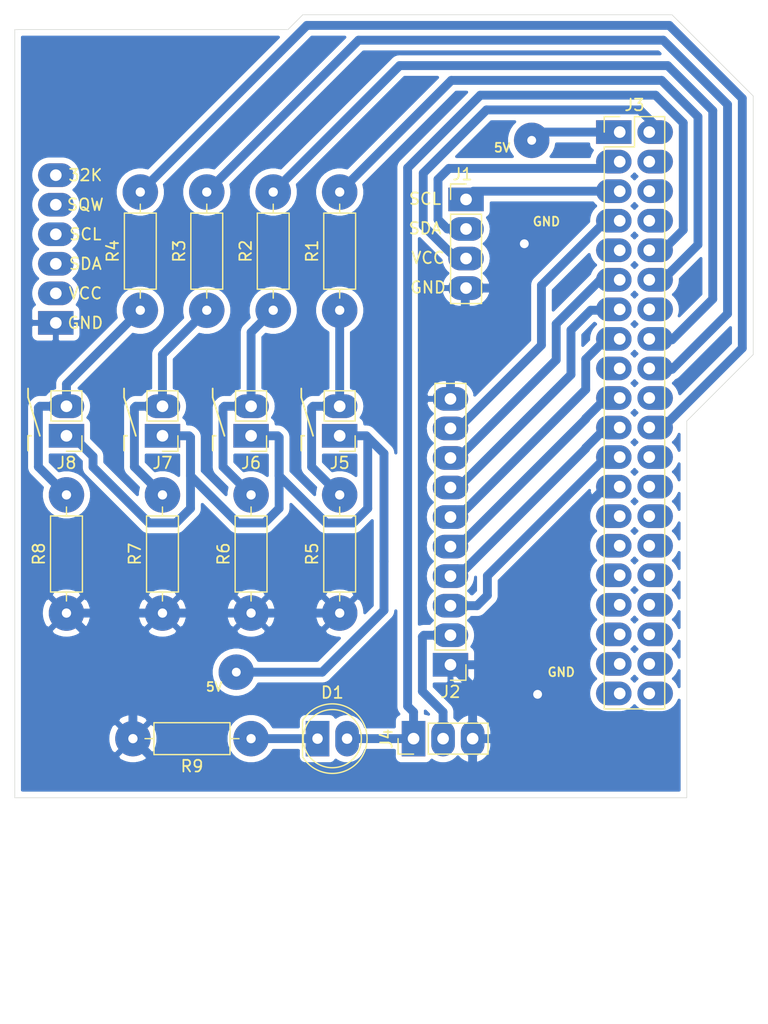
<source format=kicad_pcb>
(kicad_pcb (version 20171130) (host pcbnew 5.1.5-52549c5~84~ubuntu18.04.1)

  (general
    (thickness 1.6)
    (drawings 14)
    (tracks 180)
    (zones 0)
    (modules 18)
    (nets 46)
  )

  (page A4)
  (layers
    (0 F.Cu signal)
    (31 B.Cu signal)
    (32 B.Adhes user)
    (33 F.Adhes user)
    (34 B.Paste user)
    (35 F.Paste user)
    (36 B.SilkS user)
    (37 F.SilkS user)
    (38 B.Mask user)
    (39 F.Mask user)
    (40 Dwgs.User user)
    (41 Cmts.User user)
    (42 Eco1.User user)
    (43 Eco2.User user)
    (44 Edge.Cuts user)
    (45 Margin user)
    (46 B.CrtYd user)
    (47 F.CrtYd user)
    (48 B.Fab user)
    (49 F.Fab user)
  )

  (setup
    (last_trace_width 0.25)
    (trace_clearance 0.2)
    (zone_clearance 0.508)
    (zone_45_only no)
    (trace_min 0.2)
    (via_size 0.8)
    (via_drill 0.4)
    (via_min_size 0.4)
    (via_min_drill 0.3)
    (uvia_size 0.3)
    (uvia_drill 0.1)
    (uvias_allowed no)
    (uvia_min_size 0.2)
    (uvia_min_drill 0.1)
    (edge_width 0.05)
    (segment_width 0.2)
    (pcb_text_width 0.3)
    (pcb_text_size 1.5 1.5)
    (mod_edge_width 0.12)
    (mod_text_size 1 1)
    (mod_text_width 0.15)
    (pad_size 1.524 1.524)
    (pad_drill 0.762)
    (pad_to_mask_clearance 0.051)
    (solder_mask_min_width 0.25)
    (aux_axis_origin 0 0)
    (visible_elements FFFFFF7F)
    (pcbplotparams
      (layerselection 0x010fc_ffffffff)
      (usegerberextensions false)
      (usegerberattributes false)
      (usegerberadvancedattributes false)
      (creategerberjobfile false)
      (excludeedgelayer true)
      (linewidth 0.100000)
      (plotframeref false)
      (viasonmask false)
      (mode 1)
      (useauxorigin false)
      (hpglpennumber 1)
      (hpglpenspeed 20)
      (hpglpendiameter 15.000000)
      (psnegative false)
      (psa4output false)
      (plotreference true)
      (plotvalue true)
      (plotinvisibletext false)
      (padsonsilk false)
      (subtractmaskfromsilk false)
      (outputformat 1)
      (mirror false)
      (drillshape 1)
      (scaleselection 1)
      (outputdirectory ""))
  )

  (net 0 "")
  (net 1 "Net-(J1-Pad1)")
  (net 2 "Net-(J1-Pad2)")
  (net 3 "Net-(J1-Pad3)")
  (net 4 "Net-(J1-Pad4)")
  (net 5 "Net-(J2-Pad9)")
  (net 6 "Net-(J2-Pad8)")
  (net 7 "Net-(J2-Pad7)")
  (net 8 "Net-(J2-Pad6)")
  (net 9 "Net-(J2-Pad5)")
  (net 10 "Net-(J2-Pad4)")
  (net 11 "Net-(J2-Pad3)")
  (net 12 "Net-(J3-Pad40)")
  (net 13 "Net-(J3-Pad39)")
  (net 14 "Net-(J3-Pad38)")
  (net 15 "Net-(J3-Pad37)")
  (net 16 "Net-(J3-Pad36)")
  (net 17 "Net-(J3-Pad35)")
  (net 18 "Net-(J3-Pad34)")
  (net 19 "Net-(J3-Pad33)")
  (net 20 "Net-(J3-Pad32)")
  (net 21 "Net-(J3-Pad31)")
  (net 22 "Net-(J3-Pad30)")
  (net 23 "Net-(J3-Pad29)")
  (net 24 "Net-(J3-Pad28)")
  (net 25 "Net-(J3-Pad27)")
  (net 26 "Net-(J3-Pad26)")
  (net 27 "Net-(J3-Pad24)")
  (net 28 "Net-(J3-Pad22)")
  (net 29 "Net-(J3-Pad20)")
  (net 30 "Net-(J3-Pad18)")
  (net 31 "Net-(J3-Pad17)")
  (net 32 "Net-(J3-Pad16)")
  (net 33 "Net-(J3-Pad14)")
  (net 34 "Net-(J3-Pad12)")
  (net 35 "Net-(J3-Pad9)")
  (net 36 "Net-(J3-Pad8)")
  (net 37 "Net-(J3-Pad6)")
  (net 38 "Net-(J3-Pad4)")
  (net 39 "Net-(J5-Pad2)")
  (net 40 "Net-(J6-Pad2)")
  (net 41 "Net-(J7-Pad2)")
  (net 42 "Net-(J8-Pad2)")
  (net 43 "Net-(J3-Pad1)")
  (net 44 "Net-(D1-Pad2)")
  (net 45 "Net-(D1-Pad1)")

  (net_class Default "This is the default net class."
    (clearance 0.2)
    (trace_width 0.25)
    (via_dia 0.8)
    (via_drill 0.4)
    (uvia_dia 0.3)
    (uvia_drill 0.1)
  )

  (net_class 30 ""
    (clearance 0.508)
    (trace_width 0.762)
    (via_dia 3.048)
    (via_drill 0.762)
    (uvia_dia 0.3)
    (uvia_drill 0.1)
    (add_net "Net-(D1-Pad1)")
    (add_net "Net-(D1-Pad2)")
    (add_net "Net-(J1-Pad1)")
    (add_net "Net-(J1-Pad2)")
    (add_net "Net-(J1-Pad3)")
    (add_net "Net-(J1-Pad4)")
    (add_net "Net-(J2-Pad3)")
    (add_net "Net-(J2-Pad4)")
    (add_net "Net-(J2-Pad5)")
    (add_net "Net-(J2-Pad6)")
    (add_net "Net-(J2-Pad7)")
    (add_net "Net-(J2-Pad8)")
    (add_net "Net-(J2-Pad9)")
    (add_net "Net-(J3-Pad1)")
    (add_net "Net-(J3-Pad12)")
    (add_net "Net-(J3-Pad14)")
    (add_net "Net-(J3-Pad16)")
    (add_net "Net-(J3-Pad17)")
    (add_net "Net-(J3-Pad18)")
    (add_net "Net-(J3-Pad20)")
    (add_net "Net-(J3-Pad22)")
    (add_net "Net-(J3-Pad24)")
    (add_net "Net-(J3-Pad26)")
    (add_net "Net-(J3-Pad27)")
    (add_net "Net-(J3-Pad28)")
    (add_net "Net-(J3-Pad29)")
    (add_net "Net-(J3-Pad30)")
    (add_net "Net-(J3-Pad31)")
    (add_net "Net-(J3-Pad32)")
    (add_net "Net-(J3-Pad33)")
    (add_net "Net-(J3-Pad34)")
    (add_net "Net-(J3-Pad35)")
    (add_net "Net-(J3-Pad36)")
    (add_net "Net-(J3-Pad37)")
    (add_net "Net-(J3-Pad38)")
    (add_net "Net-(J3-Pad39)")
    (add_net "Net-(J3-Pad4)")
    (add_net "Net-(J3-Pad40)")
    (add_net "Net-(J3-Pad6)")
    (add_net "Net-(J3-Pad8)")
    (add_net "Net-(J3-Pad9)")
    (add_net "Net-(J5-Pad2)")
    (add_net "Net-(J6-Pad2)")
    (add_net "Net-(J7-Pad2)")
    (add_net "Net-(J8-Pad2)")
  )

  (module My_Parts:ZS-042_RTC_Module_larger_pads (layer F.Cu) (tedit 5E63848A) (tstamp 5E6455B9)
    (at 146.685 72.844)
    (descr "Through hole straight pin header, 1x04, 2.54mm pitch, single row")
    (tags "Through hole pin header THT 1x04 2.54mm single row")
    (path /5E649AFE)
    (fp_text reference J1 (at -1.5 5) (layer F.SilkS)
      (effects (font (size 1 1) (thickness 0.15)))
    )
    (fp_text value ZS-042_4-pin_RTC_Module (at -14 18.5) (layer F.Fab) hide
      (effects (font (size 1 1) (thickness 0.15)))
    )
    (fp_circle (center -3.5 2) (end -3.5 1) (layer F.Fab) (width 0.12))
    (fp_circle (center -29.5 20) (end -29.5 19) (layer F.Fab) (width 0.12))
    (fp_circle (center -29.5 2) (end -29.5 1) (layer F.Fab) (width 0.12))
    (fp_text user 32K (at -33.936 5.08) (layer F.SilkS)
      (effects (font (size 1 1) (thickness 0.15)))
    )
    (fp_text user SQW (at -33.936 7.62) (layer F.SilkS)
      (effects (font (size 1 1) (thickness 0.15)))
    )
    (fp_text user SCL (at -33.936 10.16) (layer F.SilkS)
      (effects (font (size 1 1) (thickness 0.15)))
    )
    (fp_text user SDA (at -33.936 12.7) (layer F.SilkS)
      (effects (font (size 1 1) (thickness 0.15)))
    )
    (fp_text user VCC (at -33.936 15.24) (layer F.SilkS)
      (effects (font (size 1 1) (thickness 0.15)))
    )
    (fp_text user GND (at -33.936 17.78) (layer F.SilkS)
      (effects (font (size 1 1) (thickness 0.15)))
    )
    (fp_text user GND (at -4.472 14.732) (layer F.SilkS)
      (effects (font (size 1 1) (thickness 0.15)))
    )
    (fp_text user VCC (at -4.472 12.192) (layer F.SilkS)
      (effects (font (size 1 1) (thickness 0.15)))
    )
    (fp_text user SDA (at -4.726 9.652) (layer F.SilkS)
      (effects (font (size 1 1) (thickness 0.15)))
    )
    (fp_text user SCL (at -4.726 7.112) (layer F.SilkS)
      (effects (font (size 1 1) (thickness 0.15)))
    )
    (fp_line (start -2.469 16.056) (end -2.469 6.531) (layer F.Fab) (width 0.1))
    (fp_line (start 0.601 16.566) (end 0.601 5.366) (layer F.CrtYd) (width 0.05))
    (fp_text user %R (at -1.199 10.976 90) (layer F.Fab)
      (effects (font (size 1 1) (thickness 0.15)))
    )
    (fp_line (start -2.999 5.366) (end -2.999 16.566) (layer F.CrtYd) (width 0.05))
    (fp_line (start -2.529 5.836) (end -1.199 5.836) (layer F.SilkS) (width 0.12))
    (fp_line (start -2.529 8.436) (end 0.131 8.436) (layer F.SilkS) (width 0.12))
    (fp_line (start 0.071 5.896) (end 0.071 16.056) (layer F.Fab) (width 0.1))
    (fp_line (start 0.071 16.056) (end -2.469 16.056) (layer F.Fab) (width 0.1))
    (fp_line (start -2.529 8.436) (end -2.529 16.116) (layer F.SilkS) (width 0.12))
    (fp_line (start -2.529 7.166) (end -2.529 5.836) (layer F.SilkS) (width 0.12))
    (fp_line (start 0.601 5.366) (end -2.999 5.366) (layer F.CrtYd) (width 0.05))
    (fp_line (start -1.834 5.896) (end 0.071 5.896) (layer F.Fab) (width 0.1))
    (fp_line (start -2.529 16.116) (end 0.131 16.116) (layer F.SilkS) (width 0.12))
    (fp_line (start -2.469 6.531) (end -1.834 5.896) (layer F.Fab) (width 0.1))
    (fp_line (start 0.131 8.436) (end 0.131 16.116) (layer F.SilkS) (width 0.12))
    (fp_line (start -2.999 16.566) (end 0.601 16.566) (layer F.CrtYd) (width 0.05))
    (fp_line (start -1.976 -0.02) (end -35.976 -0.02) (layer F.Fab) (width 0.12))
    (fp_line (start 0.024 19.98) (end 0.024 1.98) (layer F.Fab) (width 0.12))
    (fp_line (start -35.976 21.98) (end -1.976 21.98) (layer F.Fab) (width 0.12))
    (fp_line (start -37.976 1.98) (end -37.976 19.98) (layer F.Fab) (width 0.12))
    (fp_arc (start -1.976 19.98) (end -1.976 21.98) (angle -90) (layer F.Fab) (width 0.12))
    (fp_arc (start -35.976 19.98) (end -37.976 19.98) (angle -90) (layer F.Fab) (width 0.12))
    (fp_arc (start -35.976 1.98) (end -35.976 -0.02) (angle -90) (layer F.Fab) (width 0.12))
    (fp_arc (start -1.976 1.98) (end 0.024 1.98) (angle -90) (layer F.Fab) (width 0.12))
    (pad 5 thru_hole oval (at -36.476 5.08) (size 3.048 2.032) (drill 1) (layers *.Cu *.Mask))
    (pad 6 thru_hole oval (at -36.476 7.62) (size 3.048 2.032) (drill 1) (layers *.Cu *.Mask))
    (pad 1 thru_hole oval (at -36.476 10.16) (size 3.048 2.032) (drill 1) (layers *.Cu *.Mask)
      (net 1 "Net-(J1-Pad1)"))
    (pad 2 thru_hole oval (at -36.476 12.7) (size 3.048 2.032) (drill 1) (layers *.Cu *.Mask)
      (net 2 "Net-(J1-Pad2)"))
    (pad 3 thru_hole oval (at -36.476 15.24) (size 3.048 2.032) (drill 1) (layers *.Cu *.Mask)
      (net 3 "Net-(J1-Pad3)"))
    (pad 4 thru_hole rect (at -36.476 17.78) (size 3.048 2.032) (drill 1) (layers *.Cu *.Mask)
      (net 4 "Net-(J1-Pad4)"))
    (pad 2 thru_hole oval (at -1.199 9.706) (size 3.048 2.032) (drill 1) (layers *.Cu *.Mask)
      (net 2 "Net-(J1-Pad2)"))
    (pad 1 thru_hole rect (at -1.199 7.166) (size 3.048 2.032) (drill 1) (layers *.Cu *.Mask)
      (net 1 "Net-(J1-Pad1)"))
    (pad 3 thru_hole oval (at -1.199 12.246) (size 3.048 2.032) (drill 1) (layers *.Cu *.Mask)
      (net 3 "Net-(J1-Pad3)"))
    (pad 4 thru_hole oval (at -1.199 14.786) (size 3.048 2.032) (drill 1) (layers *.Cu *.Mask)
      (net 4 "Net-(J1-Pad4)"))
    (model ${KISYS3DMOD}/Connector_PinHeader_2.54mm.3dshapes/PinHeader_1x04_P2.54mm_Vertical.wrl
      (at (xyz 0 0 0))
      (scale (xyz 1 1 1))
      (rotate (xyz 0 0 0))
    )
  )

  (module My_Misc:R_Axial_DIN0207_L6.3mm_D2.5mm_P10.16mm_Horizontal_larger_pads (layer F.Cu) (tedit 5E4D8416) (tstamp 5E647FD7)
    (at 127 126.365 180)
    (descr "Resistor, Axial_DIN0207 series, Axial, Horizontal, pin pitch=10.16mm, 0.25W = 1/4W, length*diameter=6.3*2.5mm^2, http://cdn-reichelt.de/documents/datenblatt/B400/1_4W%23YAG.pdf")
    (tags "Resistor Axial_DIN0207 series Axial Horizontal pin pitch 10.16mm 0.25W = 1/4W length 6.3mm diameter 2.5mm")
    (path /5E6478D8)
    (fp_text reference R9 (at 5.08 -2.37) (layer F.SilkS)
      (effects (font (size 1 1) (thickness 0.15)))
    )
    (fp_text value 220R (at 5.08 2.37) (layer F.Fab) hide
      (effects (font (size 1 1) (thickness 0.15)))
    )
    (fp_text user %R (at 5.08 0) (layer F.Fab)
      (effects (font (size 1 1) (thickness 0.15)))
    )
    (fp_line (start 11.21 -1.5) (end -1.05 -1.5) (layer F.CrtYd) (width 0.05))
    (fp_line (start 11.21 1.5) (end 11.21 -1.5) (layer F.CrtYd) (width 0.05))
    (fp_line (start -1.05 1.5) (end 11.21 1.5) (layer F.CrtYd) (width 0.05))
    (fp_line (start -1.05 -1.5) (end -1.05 1.5) (layer F.CrtYd) (width 0.05))
    (fp_line (start 9.12 0) (end 8.35 0) (layer F.SilkS) (width 0.12))
    (fp_line (start 1.04 0) (end 1.81 0) (layer F.SilkS) (width 0.12))
    (fp_line (start 8.35 -1.37) (end 1.81 -1.37) (layer F.SilkS) (width 0.12))
    (fp_line (start 8.35 1.37) (end 8.35 -1.37) (layer F.SilkS) (width 0.12))
    (fp_line (start 1.81 1.37) (end 8.35 1.37) (layer F.SilkS) (width 0.12))
    (fp_line (start 1.81 -1.37) (end 1.81 1.37) (layer F.SilkS) (width 0.12))
    (fp_line (start 10.16 0) (end 8.23 0) (layer F.Fab) (width 0.1))
    (fp_line (start 0 0) (end 1.93 0) (layer F.Fab) (width 0.1))
    (fp_line (start 8.23 -1.25) (end 1.93 -1.25) (layer F.Fab) (width 0.1))
    (fp_line (start 8.23 1.25) (end 8.23 -1.25) (layer F.Fab) (width 0.1))
    (fp_line (start 1.93 1.25) (end 8.23 1.25) (layer F.Fab) (width 0.1))
    (fp_line (start 1.93 -1.25) (end 1.93 1.25) (layer F.Fab) (width 0.1))
    (pad 2 thru_hole circle (at 10.16 0 180) (size 3.048 3.048) (drill 0.8) (layers *.Cu *.Mask)
      (net 4 "Net-(J1-Pad4)"))
    (pad 1 thru_hole circle (at 0 0 180) (size 3.048 3.048) (drill 0.8) (layers *.Cu *.Mask)
      (net 45 "Net-(D1-Pad1)"))
    (model ${KISYS3DMOD}/Resistor_THT.3dshapes/R_Axial_DIN0207_L6.3mm_D2.5mm_P10.16mm_Horizontal.wrl
      (at (xyz 0 0 0))
      (scale (xyz 1 1 1))
      (rotate (xyz 0 0 0))
    )
  )

  (module My_RaspberryPi:RaspberryPi_Hat_2x20_pin_GPIO_larger_pads (layer F.Cu) (tedit 5E5829F9) (tstamp 5E64563D)
    (at 158.777 74.232001)
    (descr "Through hole straight pin header, 2x20, 2.54mm pitch, double rows")
    (tags "Through hole pin header THT 2x20 2.54mm double row")
    (path /5E636C40)
    (fp_text reference J3 (at 1.192 -2.342) (layer F.SilkS)
      (effects (font (size 1 1) (thickness 0.15)))
    )
    (fp_text value Raspberry_Pi_2_3_all_pin_ordered (at 6.592 25.918 90) (layer F.Fab) hide
      (effects (font (size 1 1) (thickness 0.15)))
    )
    (fp_line (start -14.808 -6.382) (end -31.808 -6.382) (layer F.Fab) (width 0.12))
    (fp_line (start -31.808 -3.382) (end -14.808 -3.382) (layer F.Fab) (width 0.12))
    (fp_arc (start -14.808 -5.382) (end -13.808 -5.382) (angle -90) (layer F.Fab) (width 0.12))
    (fp_line (start -32.808 -5.382) (end -32.808 -4.382) (layer F.Fab) (width 0.12))
    (fp_arc (start -14.808 -4.382) (end -14.808 -3.382) (angle -90) (layer F.Fab) (width 0.12))
    (fp_line (start -13.808 -4.382) (end -13.808 -5.382) (layer F.Fab) (width 0.12))
    (fp_arc (start -31.808 -5.382) (end -31.808 -6.382) (angle -90) (layer F.Fab) (width 0.12))
    (fp_arc (start -31.808 -4.382) (end -32.808 -4.382) (angle -90) (layer F.Fab) (width 0.12))
    (fp_line (start -31.308 35.118) (end -48.308 35.118) (layer F.Fab) (width 0.12))
    (fp_line (start -30.308 37.118) (end -30.308 36.118) (layer F.Fab) (width 0.12))
    (fp_line (start -48.308 38.118) (end -31.308 38.118) (layer F.Fab) (width 0.12))
    (fp_line (start -49.308 36.118) (end -49.308 37.118) (layer F.Fab) (width 0.12))
    (fp_arc (start -31.308 36.118) (end -30.308 36.118) (angle -90) (layer F.Fab) (width 0.12))
    (fp_arc (start -31.308 37.118) (end -31.308 38.118) (angle -90) (layer F.Fab) (width 0.12))
    (fp_arc (start -48.308 37.118) (end -49.308 37.118) (angle -90) (layer F.Fab) (width 0.12))
    (fp_arc (start -48.308 36.118) (end -48.308 35.118) (angle -90) (layer F.Fab) (width 0.12))
    (fp_line (start 4.692 -4.882) (end 4.692 73.118) (layer F.Fab) (width 0.12))
    (fp_line (start -51.308 73.118) (end -51.308 -4.882) (layer F.Fab) (width 0.12))
    (fp_line (start 1.192 76.618) (end -47.808 76.618) (layer F.Fab) (width 0.12))
    (fp_arc (start 1.192 73.118) (end 1.192 76.618) (angle -90) (layer F.Fab) (width 0.12))
    (fp_arc (start -47.808 73.118) (end -51.308 73.118) (angle -90) (layer F.Fab) (width 0.12))
    (fp_line (start -47.808 56.618) (end 1.192 56.618) (layer F.CrtYd) (width 0.12))
    (fp_line (start -51.308 -4.882) (end -51.308 53.118) (layer F.CrtYd) (width 0.12))
    (fp_line (start 1.192 -8.382) (end -47.808 -8.382) (layer F.CrtYd) (width 0.12))
    (fp_line (start 4.692 53.118) (end 4.692 -4.882) (layer F.CrtYd) (width 0.12))
    (fp_arc (start 1.192 53.118) (end 1.192 56.618) (angle -90) (layer F.CrtYd) (width 0.12))
    (fp_arc (start -47.808 53.118) (end -51.308 53.118) (angle -90) (layer F.CrtYd) (width 0.12))
    (fp_arc (start -47.808 -4.882) (end -47.808 -8.382) (angle -90) (layer F.CrtYd) (width 0.12))
    (fp_arc (start 1.192 -4.882) (end 4.692 -4.882) (angle -90) (layer F.CrtYd) (width 0.12))
    (fp_line (start 1.192 -8.382) (end -47.808 -8.382) (layer F.Fab) (width 0.12))
    (fp_arc (start -47.808 -4.882) (end -47.808 -8.382) (angle -90) (layer F.Fab) (width 0.12))
    (fp_arc (start 1.192 -4.882) (end 4.692 -4.882) (angle -90) (layer F.Fab) (width 0.12))
    (fp_circle (center -47.808 -4.882) (end -44.708 -4.882) (layer F.Fab) (width 0.12))
    (fp_circle (center -47.808 -4.882) (end -46.433 -4.907) (layer F.CrtYd) (width 0.12))
    (fp_circle (center -47.808 53.118) (end -44.708 53.118) (layer F.Fab) (width 0.12))
    (fp_circle (center -47.808 53.118) (end -46.433 53.093) (layer F.CrtYd) (width 0.12))
    (fp_circle (center 1.192 53.118) (end 4.292 53.118) (layer F.Fab) (width 0.12))
    (fp_circle (center 1.192 53.118) (end 2.567 53.093) (layer F.CrtYd) (width 0.12))
    (fp_circle (center 1.192 -4.882) (end 4.292 -4.882) (layer F.Fab) (width 0.12))
    (fp_circle (center 1.192 -4.882) (end 2.567 -4.907) (layer F.CrtYd) (width 0.12))
    (fp_text user %R (at 1.192 24.118 90) (layer F.Fab)
      (effects (font (size 1 1) (thickness 0.15)))
    )
    (fp_line (start 4.272 -1.812) (end -1.878 -1.812) (layer F.CrtYd) (width 0.05))
    (fp_line (start 4.272 50.038) (end 4.272 -1.812) (layer F.CrtYd) (width 0.05))
    (fp_line (start -1.878 50.038) (end 4.272 50.038) (layer F.CrtYd) (width 0.05))
    (fp_line (start -1.878 -1.812) (end -1.878 50.038) (layer F.CrtYd) (width 0.05))
    (fp_line (start -1.408 -1.342) (end -0.078 -1.342) (layer F.SilkS) (width 0.12))
    (fp_line (start -1.408 -0.012) (end -1.408 -1.342) (layer F.SilkS) (width 0.12))
    (fp_line (start 1.192 -1.342) (end 3.792 -1.342) (layer F.SilkS) (width 0.12))
    (fp_line (start 1.192 1.258) (end 1.192 -1.342) (layer F.SilkS) (width 0.12))
    (fp_line (start -1.408 1.258) (end 1.192 1.258) (layer F.SilkS) (width 0.12))
    (fp_line (start 3.792 -1.342) (end 3.792 49.578) (layer F.SilkS) (width 0.12))
    (fp_line (start -1.408 1.258) (end -1.408 49.578) (layer F.SilkS) (width 0.12))
    (fp_line (start -1.408 49.578) (end 3.792 49.578) (layer F.SilkS) (width 0.12))
    (fp_line (start -1.348 -0.012) (end -0.078 -1.282) (layer F.Fab) (width 0.1))
    (fp_line (start -1.348 49.518) (end -1.348 -0.012) (layer F.Fab) (width 0.1))
    (fp_line (start 3.732 49.518) (end -1.348 49.518) (layer F.Fab) (width 0.1))
    (fp_line (start 3.732 -1.282) (end 3.732 49.518) (layer F.Fab) (width 0.1))
    (fp_line (start -0.078 -1.282) (end 3.732 -1.282) (layer F.Fab) (width 0.1))
    (pad 40 thru_hole oval (at 2.462 48.248) (size 3.048 2.032) (drill 1 (offset 0.508 0)) (layers *.Cu *.Mask)
      (net 12 "Net-(J3-Pad40)"))
    (pad 39 thru_hole oval (at -0.078 48.248) (size 3.048 2.032) (drill 1 (offset -0.508 0)) (layers *.Cu *.Mask)
      (net 13 "Net-(J3-Pad39)"))
    (pad 38 thru_hole oval (at 2.462 45.708) (size 3.048 2.032) (drill 1 (offset 0.508 0)) (layers *.Cu *.Mask)
      (net 14 "Net-(J3-Pad38)"))
    (pad 37 thru_hole oval (at -0.078 45.708) (size 3.048 2.032) (drill 1 (offset -0.508 0)) (layers *.Cu *.Mask)
      (net 15 "Net-(J3-Pad37)"))
    (pad 36 thru_hole oval (at 2.462 43.168) (size 3.048 2.032) (drill 1 (offset 0.508 0)) (layers *.Cu *.Mask)
      (net 16 "Net-(J3-Pad36)"))
    (pad 35 thru_hole oval (at -0.078 43.168) (size 3.048 2.032) (drill 1 (offset -0.508 0)) (layers *.Cu *.Mask)
      (net 17 "Net-(J3-Pad35)"))
    (pad 34 thru_hole oval (at 2.462 40.628) (size 3.048 2.032) (drill 1 (offset 0.508 0)) (layers *.Cu *.Mask)
      (net 18 "Net-(J3-Pad34)"))
    (pad 33 thru_hole oval (at -0.078 40.628) (size 3.048 2.032) (drill 1 (offset -0.508 0)) (layers *.Cu *.Mask)
      (net 19 "Net-(J3-Pad33)"))
    (pad 32 thru_hole oval (at 2.462 38.088) (size 3.048 2.032) (drill 1 (offset 0.508 0)) (layers *.Cu *.Mask)
      (net 20 "Net-(J3-Pad32)"))
    (pad 31 thru_hole oval (at -0.078 38.088) (size 3.048 2.032) (drill 1 (offset -0.508 0)) (layers *.Cu *.Mask)
      (net 21 "Net-(J3-Pad31)"))
    (pad 30 thru_hole oval (at 2.462 35.548) (size 3.048 2.032) (drill 1 (offset 0.508 0)) (layers *.Cu *.Mask)
      (net 22 "Net-(J3-Pad30)"))
    (pad 29 thru_hole oval (at -0.078 35.548) (size 3.048 2.032) (drill 1 (offset -0.508 0)) (layers *.Cu *.Mask)
      (net 23 "Net-(J3-Pad29)"))
    (pad 28 thru_hole oval (at 2.462 33.008) (size 3.048 2.032) (drill 1 (offset 0.508 0)) (layers *.Cu *.Mask)
      (net 24 "Net-(J3-Pad28)"))
    (pad 27 thru_hole oval (at -0.078 33.008) (size 3.048 2.032) (drill 1 (offset -0.508 0)) (layers *.Cu *.Mask)
      (net 25 "Net-(J3-Pad27)"))
    (pad 26 thru_hole oval (at 2.462 30.468) (size 3.048 2.032) (drill 1 (offset 0.508 0)) (layers *.Cu *.Mask)
      (net 26 "Net-(J3-Pad26)"))
    (pad 25 thru_hole oval (at -0.078 30.468) (size 3.048 2.032) (drill 1 (offset -0.508 0)) (layers *.Cu *.Mask)
      (net 4 "Net-(J1-Pad4)"))
    (pad 24 thru_hole oval (at 2.462 27.928) (size 3.048 2.032) (drill 1 (offset 0.508 0)) (layers *.Cu *.Mask)
      (net 27 "Net-(J3-Pad24)"))
    (pad 23 thru_hole oval (at -0.078 27.928) (size 3.048 2.032) (drill 1 (offset -0.508 0)) (layers *.Cu *.Mask)
      (net 11 "Net-(J2-Pad3)"))
    (pad 22 thru_hole oval (at 2.462 25.388) (size 3.048 2.032) (drill 1 (offset 0.508 0)) (layers *.Cu *.Mask)
      (net 28 "Net-(J3-Pad22)"))
    (pad 21 thru_hole oval (at -0.078 25.388) (size 3.048 2.032) (drill 1 (offset -0.508 0)) (layers *.Cu *.Mask)
      (net 10 "Net-(J2-Pad4)"))
    (pad 20 thru_hole oval (at 2.462 22.848) (size 3.048 2.032) (drill 1 (offset 0.508 0)) (layers *.Cu *.Mask)
      (net 29 "Net-(J3-Pad20)"))
    (pad 19 thru_hole oval (at -0.078 22.848) (size 3.048 2.032) (drill 1 (offset -0.508 0)) (layers *.Cu *.Mask)
      (net 9 "Net-(J2-Pad5)"))
    (pad 18 thru_hole oval (at 2.462 20.308) (size 3.048 2.032) (drill 1 (offset 0.508 0)) (layers *.Cu *.Mask)
      (net 30 "Net-(J3-Pad18)"))
    (pad 17 thru_hole oval (at -0.078 20.308) (size 3.048 2.032) (drill 1 (offset -0.508 0)) (layers *.Cu *.Mask)
      (net 31 "Net-(J3-Pad17)"))
    (pad 16 thru_hole oval (at 2.462 17.768) (size 3.048 2.032) (drill 1 (offset 0.508 0)) (layers *.Cu *.Mask)
      (net 32 "Net-(J3-Pad16)"))
    (pad 15 thru_hole oval (at -0.078 17.768) (size 3.048 2.032) (drill 1 (offset -0.508 0)) (layers *.Cu *.Mask)
      (net 8 "Net-(J2-Pad6)"))
    (pad 14 thru_hole oval (at 2.462 15.228) (size 3.048 2.032) (drill 1 (offset 0.508 0)) (layers *.Cu *.Mask)
      (net 33 "Net-(J3-Pad14)"))
    (pad 13 thru_hole oval (at -0.078 15.228) (size 3.048 2.032) (drill 1 (offset -0.508 0)) (layers *.Cu *.Mask)
      (net 7 "Net-(J2-Pad7)"))
    (pad 12 thru_hole oval (at 2.462 12.688) (size 3.048 2.032) (drill 1 (offset 0.508 0)) (layers *.Cu *.Mask)
      (net 34 "Net-(J3-Pad12)"))
    (pad 11 thru_hole oval (at -0.078 12.688) (size 3.048 2.032) (drill 1 (offset -0.508 0)) (layers *.Cu *.Mask)
      (net 6 "Net-(J2-Pad8)"))
    (pad 10 thru_hole oval (at 2.462 10.148) (size 3.048 2.032) (drill 1 (offset 0.508 0)) (layers *.Cu *.Mask)
      (net 44 "Net-(D1-Pad2)"))
    (pad 9 thru_hole oval (at -0.078 10.148) (size 3.048 2.032) (drill 1 (offset -0.508 0)) (layers *.Cu *.Mask)
      (net 35 "Net-(J3-Pad9)"))
    (pad 8 thru_hole oval (at 2.462 7.608) (size 3.048 2.032) (drill 1 (offset 0.508 0)) (layers *.Cu *.Mask)
      (net 36 "Net-(J3-Pad8)"))
    (pad 7 thru_hole oval (at -0.078 7.608) (size 3.048 2.032) (drill 1 (offset -0.508 0)) (layers *.Cu *.Mask)
      (net 5 "Net-(J2-Pad9)"))
    (pad 6 thru_hole oval (at 2.462 5.068) (size 3.048 2.032) (drill 1 (offset 0.508 0)) (layers *.Cu *.Mask)
      (net 37 "Net-(J3-Pad6)"))
    (pad 5 thru_hole oval (at -0.078 5.068) (size 3.048 2.032) (drill 1 (offset -0.508 0)) (layers *.Cu *.Mask)
      (net 1 "Net-(J1-Pad1)"))
    (pad 4 thru_hole oval (at 2.462 2.528) (size 3.048 2.032) (drill 1 (offset 0.508 0)) (layers *.Cu *.Mask)
      (net 38 "Net-(J3-Pad4)"))
    (pad 3 thru_hole oval (at -0.078 2.528) (size 3.048 2.032) (drill 1 (offset -0.508 0)) (layers *.Cu *.Mask)
      (net 2 "Net-(J1-Pad2)"))
    (pad 2 thru_hole oval (at 2.462 -0.012) (size 3.048 2.032) (drill 1 (offset 0.508 0)) (layers *.Cu *.Mask)
      (net 3 "Net-(J1-Pad3)"))
    (pad 1 thru_hole rect (at -0.078 -0.012) (size 3.048 2.032) (drill 1 (offset -0.508 0)) (layers *.Cu *.Mask)
      (net 43 "Net-(J3-Pad1)"))
    (model ${KISYS3DMOD}/Connector_PinHeader_2.54mm.3dshapes/PinHeader_2x20_P2.54mm_Vertical.wrl
      (at (xyz 0 0 0))
      (scale (xyz 1 1 1))
      (rotate (xyz 0 0 0))
    )
  )

  (module My_Misc:LED_D5.0mm_larger_pads (layer F.Cu) (tedit 5E641F12) (tstamp 5E647C0C)
    (at 132.715 126.365)
    (descr "LED, diameter 5.0mm, 2 pins, http://cdn-reichelt.de/documents/datenblatt/A500/LL-504BC2E-009.pdf")
    (tags "LED diameter 5.0mm 2 pins")
    (path /5E645FB1)
    (fp_text reference D1 (at 1.27 -3.96) (layer F.SilkS)
      (effects (font (size 1 1) (thickness 0.15)))
    )
    (fp_text value LED (at 1.27 3.96) (layer F.Fab) hide
      (effects (font (size 1 1) (thickness 0.15)))
    )
    (fp_text user %R (at 1.25 0) (layer F.Fab)
      (effects (font (size 0.8 0.8) (thickness 0.2)))
    )
    (fp_line (start 4.5 -3.25) (end -1.95 -3.25) (layer F.CrtYd) (width 0.05))
    (fp_line (start 4.5 3.25) (end 4.5 -3.25) (layer F.CrtYd) (width 0.05))
    (fp_line (start -1.95 3.25) (end 4.5 3.25) (layer F.CrtYd) (width 0.05))
    (fp_line (start -1.95 -3.25) (end -1.95 3.25) (layer F.CrtYd) (width 0.05))
    (fp_line (start -1.29 -1.545) (end -1.29 1.545) (layer F.SilkS) (width 0.12))
    (fp_line (start -1.23 -1.469694) (end -1.23 1.469694) (layer F.Fab) (width 0.1))
    (fp_circle (center 1.27 0) (end 3.77 0) (layer F.SilkS) (width 0.12))
    (fp_circle (center 1.27 0) (end 3.77 0) (layer F.Fab) (width 0.1))
    (fp_arc (start 1.27 0) (end -1.29 1.54483) (angle -148.9) (layer F.SilkS) (width 0.12))
    (fp_arc (start 1.27 0) (end -1.29 -1.54483) (angle 148.9) (layer F.SilkS) (width 0.12))
    (fp_arc (start 1.27 0) (end -1.23 -1.469694) (angle 299.1) (layer F.Fab) (width 0.1))
    (pad 2 thru_hole oval (at 2.54 0) (size 2.032 3.048) (drill 0.9) (layers *.Cu *.Mask)
      (net 44 "Net-(D1-Pad2)"))
    (pad 1 thru_hole rect (at 0 0) (size 2.032 3.048) (drill 0.9) (layers *.Cu *.Mask)
      (net 45 "Net-(D1-Pad1)"))
    (model ${KISYS3DMOD}/LED_THT.3dshapes/LED_D5.0mm.wrl
      (at (xyz 0 0 0))
      (scale (xyz 1 1 1))
      (rotate (xyz 0 0 0))
    )
  )

  (module My_Misc:R_Axial_DIN0207_L6.3mm_D2.5mm_P10.16mm_Horizontal_larger_pads (layer F.Cu) (tedit 5E4D8416) (tstamp 5E645770)
    (at 111.125 115.57 90)
    (descr "Resistor, Axial_DIN0207 series, Axial, Horizontal, pin pitch=10.16mm, 0.25W = 1/4W, length*diameter=6.3*2.5mm^2, http://cdn-reichelt.de/documents/datenblatt/B400/1_4W%23YAG.pdf")
    (tags "Resistor Axial_DIN0207 series Axial Horizontal pin pitch 10.16mm 0.25W = 1/4W length 6.3mm diameter 2.5mm")
    (path /5E6AA5F9)
    (fp_text reference R8 (at 5.08 -2.37 90) (layer F.SilkS)
      (effects (font (size 1 1) (thickness 0.15)))
    )
    (fp_text value 10k (at 5.08 2.37 90) (layer F.Fab) hide
      (effects (font (size 1 1) (thickness 0.15)))
    )
    (fp_text user %R (at 5.08 0 90) (layer F.Fab)
      (effects (font (size 1 1) (thickness 0.15)))
    )
    (fp_line (start 11.21 -1.5) (end -1.05 -1.5) (layer F.CrtYd) (width 0.05))
    (fp_line (start 11.21 1.5) (end 11.21 -1.5) (layer F.CrtYd) (width 0.05))
    (fp_line (start -1.05 1.5) (end 11.21 1.5) (layer F.CrtYd) (width 0.05))
    (fp_line (start -1.05 -1.5) (end -1.05 1.5) (layer F.CrtYd) (width 0.05))
    (fp_line (start 9.12 0) (end 8.35 0) (layer F.SilkS) (width 0.12))
    (fp_line (start 1.04 0) (end 1.81 0) (layer F.SilkS) (width 0.12))
    (fp_line (start 8.35 -1.37) (end 1.81 -1.37) (layer F.SilkS) (width 0.12))
    (fp_line (start 8.35 1.37) (end 8.35 -1.37) (layer F.SilkS) (width 0.12))
    (fp_line (start 1.81 1.37) (end 8.35 1.37) (layer F.SilkS) (width 0.12))
    (fp_line (start 1.81 -1.37) (end 1.81 1.37) (layer F.SilkS) (width 0.12))
    (fp_line (start 10.16 0) (end 8.23 0) (layer F.Fab) (width 0.1))
    (fp_line (start 0 0) (end 1.93 0) (layer F.Fab) (width 0.1))
    (fp_line (start 8.23 -1.25) (end 1.93 -1.25) (layer F.Fab) (width 0.1))
    (fp_line (start 8.23 1.25) (end 8.23 -1.25) (layer F.Fab) (width 0.1))
    (fp_line (start 1.93 1.25) (end 8.23 1.25) (layer F.Fab) (width 0.1))
    (fp_line (start 1.93 -1.25) (end 1.93 1.25) (layer F.Fab) (width 0.1))
    (pad 2 thru_hole circle (at 10.16 0 90) (size 3.048 3.048) (drill 0.8) (layers *.Cu *.Mask)
      (net 42 "Net-(J8-Pad2)"))
    (pad 1 thru_hole circle (at 0 0 90) (size 3.048 3.048) (drill 0.8) (layers *.Cu *.Mask)
      (net 4 "Net-(J1-Pad4)"))
    (model ${KISYS3DMOD}/Resistor_THT.3dshapes/R_Axial_DIN0207_L6.3mm_D2.5mm_P10.16mm_Horizontal.wrl
      (at (xyz 0 0 0))
      (scale (xyz 1 1 1))
      (rotate (xyz 0 0 0))
    )
  )

  (module My_Misc:R_Axial_DIN0207_L6.3mm_D2.5mm_P10.16mm_Horizontal_larger_pads (layer F.Cu) (tedit 5E4D8416) (tstamp 5E645759)
    (at 119.38 115.57 90)
    (descr "Resistor, Axial_DIN0207 series, Axial, Horizontal, pin pitch=10.16mm, 0.25W = 1/4W, length*diameter=6.3*2.5mm^2, http://cdn-reichelt.de/documents/datenblatt/B400/1_4W%23YAG.pdf")
    (tags "Resistor Axial_DIN0207 series Axial Horizontal pin pitch 10.16mm 0.25W = 1/4W length 6.3mm diameter 2.5mm")
    (path /5E6A8664)
    (fp_text reference R7 (at 5.08 -2.37 90) (layer F.SilkS)
      (effects (font (size 1 1) (thickness 0.15)))
    )
    (fp_text value 10k (at 5.08 2.37 90) (layer F.Fab) hide
      (effects (font (size 1 1) (thickness 0.15)))
    )
    (fp_text user %R (at 5.08 0 90) (layer F.Fab)
      (effects (font (size 1 1) (thickness 0.15)))
    )
    (fp_line (start 11.21 -1.5) (end -1.05 -1.5) (layer F.CrtYd) (width 0.05))
    (fp_line (start 11.21 1.5) (end 11.21 -1.5) (layer F.CrtYd) (width 0.05))
    (fp_line (start -1.05 1.5) (end 11.21 1.5) (layer F.CrtYd) (width 0.05))
    (fp_line (start -1.05 -1.5) (end -1.05 1.5) (layer F.CrtYd) (width 0.05))
    (fp_line (start 9.12 0) (end 8.35 0) (layer F.SilkS) (width 0.12))
    (fp_line (start 1.04 0) (end 1.81 0) (layer F.SilkS) (width 0.12))
    (fp_line (start 8.35 -1.37) (end 1.81 -1.37) (layer F.SilkS) (width 0.12))
    (fp_line (start 8.35 1.37) (end 8.35 -1.37) (layer F.SilkS) (width 0.12))
    (fp_line (start 1.81 1.37) (end 8.35 1.37) (layer F.SilkS) (width 0.12))
    (fp_line (start 1.81 -1.37) (end 1.81 1.37) (layer F.SilkS) (width 0.12))
    (fp_line (start 10.16 0) (end 8.23 0) (layer F.Fab) (width 0.1))
    (fp_line (start 0 0) (end 1.93 0) (layer F.Fab) (width 0.1))
    (fp_line (start 8.23 -1.25) (end 1.93 -1.25) (layer F.Fab) (width 0.1))
    (fp_line (start 8.23 1.25) (end 8.23 -1.25) (layer F.Fab) (width 0.1))
    (fp_line (start 1.93 1.25) (end 8.23 1.25) (layer F.Fab) (width 0.1))
    (fp_line (start 1.93 -1.25) (end 1.93 1.25) (layer F.Fab) (width 0.1))
    (pad 2 thru_hole circle (at 10.16 0 90) (size 3.048 3.048) (drill 0.8) (layers *.Cu *.Mask)
      (net 41 "Net-(J7-Pad2)"))
    (pad 1 thru_hole circle (at 0 0 90) (size 3.048 3.048) (drill 0.8) (layers *.Cu *.Mask)
      (net 4 "Net-(J1-Pad4)"))
    (model ${KISYS3DMOD}/Resistor_THT.3dshapes/R_Axial_DIN0207_L6.3mm_D2.5mm_P10.16mm_Horizontal.wrl
      (at (xyz 0 0 0))
      (scale (xyz 1 1 1))
      (rotate (xyz 0 0 0))
    )
  )

  (module My_Misc:R_Axial_DIN0207_L6.3mm_D2.5mm_P10.16mm_Horizontal_larger_pads (layer F.Cu) (tedit 5E4D8416) (tstamp 5E645742)
    (at 127 115.57 90)
    (descr "Resistor, Axial_DIN0207 series, Axial, Horizontal, pin pitch=10.16mm, 0.25W = 1/4W, length*diameter=6.3*2.5mm^2, http://cdn-reichelt.de/documents/datenblatt/B400/1_4W%23YAG.pdf")
    (tags "Resistor Axial_DIN0207 series Axial Horizontal pin pitch 10.16mm 0.25W = 1/4W length 6.3mm diameter 2.5mm")
    (path /5E6A7537)
    (fp_text reference R6 (at 5.08 -2.37 90) (layer F.SilkS)
      (effects (font (size 1 1) (thickness 0.15)))
    )
    (fp_text value 10k (at 5.08 2.37 90) (layer F.Fab) hide
      (effects (font (size 1 1) (thickness 0.15)))
    )
    (fp_text user %R (at 5.08 0 90) (layer F.Fab)
      (effects (font (size 1 1) (thickness 0.15)))
    )
    (fp_line (start 11.21 -1.5) (end -1.05 -1.5) (layer F.CrtYd) (width 0.05))
    (fp_line (start 11.21 1.5) (end 11.21 -1.5) (layer F.CrtYd) (width 0.05))
    (fp_line (start -1.05 1.5) (end 11.21 1.5) (layer F.CrtYd) (width 0.05))
    (fp_line (start -1.05 -1.5) (end -1.05 1.5) (layer F.CrtYd) (width 0.05))
    (fp_line (start 9.12 0) (end 8.35 0) (layer F.SilkS) (width 0.12))
    (fp_line (start 1.04 0) (end 1.81 0) (layer F.SilkS) (width 0.12))
    (fp_line (start 8.35 -1.37) (end 1.81 -1.37) (layer F.SilkS) (width 0.12))
    (fp_line (start 8.35 1.37) (end 8.35 -1.37) (layer F.SilkS) (width 0.12))
    (fp_line (start 1.81 1.37) (end 8.35 1.37) (layer F.SilkS) (width 0.12))
    (fp_line (start 1.81 -1.37) (end 1.81 1.37) (layer F.SilkS) (width 0.12))
    (fp_line (start 10.16 0) (end 8.23 0) (layer F.Fab) (width 0.1))
    (fp_line (start 0 0) (end 1.93 0) (layer F.Fab) (width 0.1))
    (fp_line (start 8.23 -1.25) (end 1.93 -1.25) (layer F.Fab) (width 0.1))
    (fp_line (start 8.23 1.25) (end 8.23 -1.25) (layer F.Fab) (width 0.1))
    (fp_line (start 1.93 1.25) (end 8.23 1.25) (layer F.Fab) (width 0.1))
    (fp_line (start 1.93 -1.25) (end 1.93 1.25) (layer F.Fab) (width 0.1))
    (pad 2 thru_hole circle (at 10.16 0 90) (size 3.048 3.048) (drill 0.8) (layers *.Cu *.Mask)
      (net 40 "Net-(J6-Pad2)"))
    (pad 1 thru_hole circle (at 0 0 90) (size 3.048 3.048) (drill 0.8) (layers *.Cu *.Mask)
      (net 4 "Net-(J1-Pad4)"))
    (model ${KISYS3DMOD}/Resistor_THT.3dshapes/R_Axial_DIN0207_L6.3mm_D2.5mm_P10.16mm_Horizontal.wrl
      (at (xyz 0 0 0))
      (scale (xyz 1 1 1))
      (rotate (xyz 0 0 0))
    )
  )

  (module My_Misc:R_Axial_DIN0207_L6.3mm_D2.5mm_P10.16mm_Horizontal_larger_pads (layer F.Cu) (tedit 5E4D8416) (tstamp 5E64572B)
    (at 134.62 115.57 90)
    (descr "Resistor, Axial_DIN0207 series, Axial, Horizontal, pin pitch=10.16mm, 0.25W = 1/4W, length*diameter=6.3*2.5mm^2, http://cdn-reichelt.de/documents/datenblatt/B400/1_4W%23YAG.pdf")
    (tags "Resistor Axial_DIN0207 series Axial Horizontal pin pitch 10.16mm 0.25W = 1/4W length 6.3mm diameter 2.5mm")
    (path /5E6A51B6)
    (fp_text reference R5 (at 5.08 -2.37 90) (layer F.SilkS)
      (effects (font (size 1 1) (thickness 0.15)))
    )
    (fp_text value 10k (at 5.08 2.37 90) (layer F.Fab) hide
      (effects (font (size 1 1) (thickness 0.15)))
    )
    (fp_text user %R (at 5.08 0 90) (layer F.Fab)
      (effects (font (size 1 1) (thickness 0.15)))
    )
    (fp_line (start 11.21 -1.5) (end -1.05 -1.5) (layer F.CrtYd) (width 0.05))
    (fp_line (start 11.21 1.5) (end 11.21 -1.5) (layer F.CrtYd) (width 0.05))
    (fp_line (start -1.05 1.5) (end 11.21 1.5) (layer F.CrtYd) (width 0.05))
    (fp_line (start -1.05 -1.5) (end -1.05 1.5) (layer F.CrtYd) (width 0.05))
    (fp_line (start 9.12 0) (end 8.35 0) (layer F.SilkS) (width 0.12))
    (fp_line (start 1.04 0) (end 1.81 0) (layer F.SilkS) (width 0.12))
    (fp_line (start 8.35 -1.37) (end 1.81 -1.37) (layer F.SilkS) (width 0.12))
    (fp_line (start 8.35 1.37) (end 8.35 -1.37) (layer F.SilkS) (width 0.12))
    (fp_line (start 1.81 1.37) (end 8.35 1.37) (layer F.SilkS) (width 0.12))
    (fp_line (start 1.81 -1.37) (end 1.81 1.37) (layer F.SilkS) (width 0.12))
    (fp_line (start 10.16 0) (end 8.23 0) (layer F.Fab) (width 0.1))
    (fp_line (start 0 0) (end 1.93 0) (layer F.Fab) (width 0.1))
    (fp_line (start 8.23 -1.25) (end 1.93 -1.25) (layer F.Fab) (width 0.1))
    (fp_line (start 8.23 1.25) (end 8.23 -1.25) (layer F.Fab) (width 0.1))
    (fp_line (start 1.93 1.25) (end 8.23 1.25) (layer F.Fab) (width 0.1))
    (fp_line (start 1.93 -1.25) (end 1.93 1.25) (layer F.Fab) (width 0.1))
    (pad 2 thru_hole circle (at 10.16 0 90) (size 3.048 3.048) (drill 0.8) (layers *.Cu *.Mask)
      (net 39 "Net-(J5-Pad2)"))
    (pad 1 thru_hole circle (at 0 0 90) (size 3.048 3.048) (drill 0.8) (layers *.Cu *.Mask)
      (net 4 "Net-(J1-Pad4)"))
    (model ${KISYS3DMOD}/Resistor_THT.3dshapes/R_Axial_DIN0207_L6.3mm_D2.5mm_P10.16mm_Horizontal.wrl
      (at (xyz 0 0 0))
      (scale (xyz 1 1 1))
      (rotate (xyz 0 0 0))
    )
  )

  (module My_Misc:R_Axial_DIN0207_L6.3mm_D2.5mm_P10.16mm_Horizontal_larger_pads (layer F.Cu) (tedit 5E4D8416) (tstamp 5E645714)
    (at 117.475 89.535 90)
    (descr "Resistor, Axial_DIN0207 series, Axial, Horizontal, pin pitch=10.16mm, 0.25W = 1/4W, length*diameter=6.3*2.5mm^2, http://cdn-reichelt.de/documents/datenblatt/B400/1_4W%23YAG.pdf")
    (tags "Resistor Axial_DIN0207 series Axial Horizontal pin pitch 10.16mm 0.25W = 1/4W length 6.3mm diameter 2.5mm")
    (path /5E67D536)
    (fp_text reference R4 (at 5.08 -2.37 90) (layer F.SilkS)
      (effects (font (size 1 1) (thickness 0.15)))
    )
    (fp_text value 300R (at 5.08 2.37 90) (layer F.Fab) hide
      (effects (font (size 1 1) (thickness 0.15)))
    )
    (fp_text user %R (at 5.08 0 90) (layer F.Fab)
      (effects (font (size 1 1) (thickness 0.15)))
    )
    (fp_line (start 11.21 -1.5) (end -1.05 -1.5) (layer F.CrtYd) (width 0.05))
    (fp_line (start 11.21 1.5) (end 11.21 -1.5) (layer F.CrtYd) (width 0.05))
    (fp_line (start -1.05 1.5) (end 11.21 1.5) (layer F.CrtYd) (width 0.05))
    (fp_line (start -1.05 -1.5) (end -1.05 1.5) (layer F.CrtYd) (width 0.05))
    (fp_line (start 9.12 0) (end 8.35 0) (layer F.SilkS) (width 0.12))
    (fp_line (start 1.04 0) (end 1.81 0) (layer F.SilkS) (width 0.12))
    (fp_line (start 8.35 -1.37) (end 1.81 -1.37) (layer F.SilkS) (width 0.12))
    (fp_line (start 8.35 1.37) (end 8.35 -1.37) (layer F.SilkS) (width 0.12))
    (fp_line (start 1.81 1.37) (end 8.35 1.37) (layer F.SilkS) (width 0.12))
    (fp_line (start 1.81 -1.37) (end 1.81 1.37) (layer F.SilkS) (width 0.12))
    (fp_line (start 10.16 0) (end 8.23 0) (layer F.Fab) (width 0.1))
    (fp_line (start 0 0) (end 1.93 0) (layer F.Fab) (width 0.1))
    (fp_line (start 8.23 -1.25) (end 1.93 -1.25) (layer F.Fab) (width 0.1))
    (fp_line (start 8.23 1.25) (end 8.23 -1.25) (layer F.Fab) (width 0.1))
    (fp_line (start 1.93 1.25) (end 8.23 1.25) (layer F.Fab) (width 0.1))
    (fp_line (start 1.93 -1.25) (end 1.93 1.25) (layer F.Fab) (width 0.1))
    (pad 2 thru_hole circle (at 10.16 0 90) (size 3.048 3.048) (drill 0.8) (layers *.Cu *.Mask)
      (net 28 "Net-(J3-Pad22)"))
    (pad 1 thru_hole circle (at 0 0 90) (size 3.048 3.048) (drill 0.8) (layers *.Cu *.Mask)
      (net 42 "Net-(J8-Pad2)"))
    (model ${KISYS3DMOD}/Resistor_THT.3dshapes/R_Axial_DIN0207_L6.3mm_D2.5mm_P10.16mm_Horizontal.wrl
      (at (xyz 0 0 0))
      (scale (xyz 1 1 1))
      (rotate (xyz 0 0 0))
    )
  )

  (module My_Misc:R_Axial_DIN0207_L6.3mm_D2.5mm_P10.16mm_Horizontal_larger_pads (layer F.Cu) (tedit 5E4D8416) (tstamp 5E6456FD)
    (at 123.19 89.535 90)
    (descr "Resistor, Axial_DIN0207 series, Axial, Horizontal, pin pitch=10.16mm, 0.25W = 1/4W, length*diameter=6.3*2.5mm^2, http://cdn-reichelt.de/documents/datenblatt/B400/1_4W%23YAG.pdf")
    (tags "Resistor Axial_DIN0207 series Axial Horizontal pin pitch 10.16mm 0.25W = 1/4W length 6.3mm diameter 2.5mm")
    (path /5E67CAE3)
    (fp_text reference R3 (at 5.08 -2.37 90) (layer F.SilkS)
      (effects (font (size 1 1) (thickness 0.15)))
    )
    (fp_text value 300R (at 5.08 2.37 90) (layer F.Fab) hide
      (effects (font (size 1 1) (thickness 0.15)))
    )
    (fp_text user %R (at 5.08 0 90) (layer F.Fab)
      (effects (font (size 1 1) (thickness 0.15)))
    )
    (fp_line (start 11.21 -1.5) (end -1.05 -1.5) (layer F.CrtYd) (width 0.05))
    (fp_line (start 11.21 1.5) (end 11.21 -1.5) (layer F.CrtYd) (width 0.05))
    (fp_line (start -1.05 1.5) (end 11.21 1.5) (layer F.CrtYd) (width 0.05))
    (fp_line (start -1.05 -1.5) (end -1.05 1.5) (layer F.CrtYd) (width 0.05))
    (fp_line (start 9.12 0) (end 8.35 0) (layer F.SilkS) (width 0.12))
    (fp_line (start 1.04 0) (end 1.81 0) (layer F.SilkS) (width 0.12))
    (fp_line (start 8.35 -1.37) (end 1.81 -1.37) (layer F.SilkS) (width 0.12))
    (fp_line (start 8.35 1.37) (end 8.35 -1.37) (layer F.SilkS) (width 0.12))
    (fp_line (start 1.81 1.37) (end 8.35 1.37) (layer F.SilkS) (width 0.12))
    (fp_line (start 1.81 -1.37) (end 1.81 1.37) (layer F.SilkS) (width 0.12))
    (fp_line (start 10.16 0) (end 8.23 0) (layer F.Fab) (width 0.1))
    (fp_line (start 0 0) (end 1.93 0) (layer F.Fab) (width 0.1))
    (fp_line (start 8.23 -1.25) (end 1.93 -1.25) (layer F.Fab) (width 0.1))
    (fp_line (start 8.23 1.25) (end 8.23 -1.25) (layer F.Fab) (width 0.1))
    (fp_line (start 1.93 1.25) (end 8.23 1.25) (layer F.Fab) (width 0.1))
    (fp_line (start 1.93 -1.25) (end 1.93 1.25) (layer F.Fab) (width 0.1))
    (pad 2 thru_hole circle (at 10.16 0 90) (size 3.048 3.048) (drill 0.8) (layers *.Cu *.Mask)
      (net 30 "Net-(J3-Pad18)"))
    (pad 1 thru_hole circle (at 0 0 90) (size 3.048 3.048) (drill 0.8) (layers *.Cu *.Mask)
      (net 41 "Net-(J7-Pad2)"))
    (model ${KISYS3DMOD}/Resistor_THT.3dshapes/R_Axial_DIN0207_L6.3mm_D2.5mm_P10.16mm_Horizontal.wrl
      (at (xyz 0 0 0))
      (scale (xyz 1 1 1))
      (rotate (xyz 0 0 0))
    )
  )

  (module My_Misc:R_Axial_DIN0207_L6.3mm_D2.5mm_P10.16mm_Horizontal_larger_pads (layer F.Cu) (tedit 5E4D8416) (tstamp 5E6456E6)
    (at 128.905 89.535 90)
    (descr "Resistor, Axial_DIN0207 series, Axial, Horizontal, pin pitch=10.16mm, 0.25W = 1/4W, length*diameter=6.3*2.5mm^2, http://cdn-reichelt.de/documents/datenblatt/B400/1_4W%23YAG.pdf")
    (tags "Resistor Axial_DIN0207 series Axial Horizontal pin pitch 10.16mm 0.25W = 1/4W length 6.3mm diameter 2.5mm")
    (path /5E67C069)
    (fp_text reference R2 (at 5.08 -2.37 90) (layer F.SilkS)
      (effects (font (size 1 1) (thickness 0.15)))
    )
    (fp_text value 300R (at 5.08 2.37 90) (layer F.Fab) hide
      (effects (font (size 1 1) (thickness 0.15)))
    )
    (fp_text user %R (at 5.08 0 90) (layer F.Fab)
      (effects (font (size 1 1) (thickness 0.15)))
    )
    (fp_line (start 11.21 -1.5) (end -1.05 -1.5) (layer F.CrtYd) (width 0.05))
    (fp_line (start 11.21 1.5) (end 11.21 -1.5) (layer F.CrtYd) (width 0.05))
    (fp_line (start -1.05 1.5) (end 11.21 1.5) (layer F.CrtYd) (width 0.05))
    (fp_line (start -1.05 -1.5) (end -1.05 1.5) (layer F.CrtYd) (width 0.05))
    (fp_line (start 9.12 0) (end 8.35 0) (layer F.SilkS) (width 0.12))
    (fp_line (start 1.04 0) (end 1.81 0) (layer F.SilkS) (width 0.12))
    (fp_line (start 8.35 -1.37) (end 1.81 -1.37) (layer F.SilkS) (width 0.12))
    (fp_line (start 8.35 1.37) (end 8.35 -1.37) (layer F.SilkS) (width 0.12))
    (fp_line (start 1.81 1.37) (end 8.35 1.37) (layer F.SilkS) (width 0.12))
    (fp_line (start 1.81 -1.37) (end 1.81 1.37) (layer F.SilkS) (width 0.12))
    (fp_line (start 10.16 0) (end 8.23 0) (layer F.Fab) (width 0.1))
    (fp_line (start 0 0) (end 1.93 0) (layer F.Fab) (width 0.1))
    (fp_line (start 8.23 -1.25) (end 1.93 -1.25) (layer F.Fab) (width 0.1))
    (fp_line (start 8.23 1.25) (end 8.23 -1.25) (layer F.Fab) (width 0.1))
    (fp_line (start 1.93 1.25) (end 8.23 1.25) (layer F.Fab) (width 0.1))
    (fp_line (start 1.93 -1.25) (end 1.93 1.25) (layer F.Fab) (width 0.1))
    (pad 2 thru_hole circle (at 10.16 0 90) (size 3.048 3.048) (drill 0.8) (layers *.Cu *.Mask)
      (net 32 "Net-(J3-Pad16)"))
    (pad 1 thru_hole circle (at 0 0 90) (size 3.048 3.048) (drill 0.8) (layers *.Cu *.Mask)
      (net 40 "Net-(J6-Pad2)"))
    (model ${KISYS3DMOD}/Resistor_THT.3dshapes/R_Axial_DIN0207_L6.3mm_D2.5mm_P10.16mm_Horizontal.wrl
      (at (xyz 0 0 0))
      (scale (xyz 1 1 1))
      (rotate (xyz 0 0 0))
    )
  )

  (module My_Misc:R_Axial_DIN0207_L6.3mm_D2.5mm_P10.16mm_Horizontal_larger_pads (layer F.Cu) (tedit 5E4D8416) (tstamp 5E6456CF)
    (at 134.62 89.535 90)
    (descr "Resistor, Axial_DIN0207 series, Axial, Horizontal, pin pitch=10.16mm, 0.25W = 1/4W, length*diameter=6.3*2.5mm^2, http://cdn-reichelt.de/documents/datenblatt/B400/1_4W%23YAG.pdf")
    (tags "Resistor Axial_DIN0207 series Axial Horizontal pin pitch 10.16mm 0.25W = 1/4W length 6.3mm diameter 2.5mm")
    (path /5E67AD35)
    (fp_text reference R1 (at 5.08 -2.37 90) (layer F.SilkS)
      (effects (font (size 1 1) (thickness 0.15)))
    )
    (fp_text value 300R (at 5.08 2.37 90) (layer F.Fab) hide
      (effects (font (size 1 1) (thickness 0.15)))
    )
    (fp_text user %R (at 5.08 0 90) (layer F.Fab)
      (effects (font (size 1 1) (thickness 0.15)))
    )
    (fp_line (start 11.21 -1.5) (end -1.05 -1.5) (layer F.CrtYd) (width 0.05))
    (fp_line (start 11.21 1.5) (end 11.21 -1.5) (layer F.CrtYd) (width 0.05))
    (fp_line (start -1.05 1.5) (end 11.21 1.5) (layer F.CrtYd) (width 0.05))
    (fp_line (start -1.05 -1.5) (end -1.05 1.5) (layer F.CrtYd) (width 0.05))
    (fp_line (start 9.12 0) (end 8.35 0) (layer F.SilkS) (width 0.12))
    (fp_line (start 1.04 0) (end 1.81 0) (layer F.SilkS) (width 0.12))
    (fp_line (start 8.35 -1.37) (end 1.81 -1.37) (layer F.SilkS) (width 0.12))
    (fp_line (start 8.35 1.37) (end 8.35 -1.37) (layer F.SilkS) (width 0.12))
    (fp_line (start 1.81 1.37) (end 8.35 1.37) (layer F.SilkS) (width 0.12))
    (fp_line (start 1.81 -1.37) (end 1.81 1.37) (layer F.SilkS) (width 0.12))
    (fp_line (start 10.16 0) (end 8.23 0) (layer F.Fab) (width 0.1))
    (fp_line (start 0 0) (end 1.93 0) (layer F.Fab) (width 0.1))
    (fp_line (start 8.23 -1.25) (end 1.93 -1.25) (layer F.Fab) (width 0.1))
    (fp_line (start 8.23 1.25) (end 8.23 -1.25) (layer F.Fab) (width 0.1))
    (fp_line (start 1.93 1.25) (end 8.23 1.25) (layer F.Fab) (width 0.1))
    (fp_line (start 1.93 -1.25) (end 1.93 1.25) (layer F.Fab) (width 0.1))
    (pad 2 thru_hole circle (at 10.16 0 90) (size 3.048 3.048) (drill 0.8) (layers *.Cu *.Mask)
      (net 34 "Net-(J3-Pad12)"))
    (pad 1 thru_hole circle (at 0 0 90) (size 3.048 3.048) (drill 0.8) (layers *.Cu *.Mask)
      (net 39 "Net-(J5-Pad2)"))
    (model ${KISYS3DMOD}/Resistor_THT.3dshapes/R_Axial_DIN0207_L6.3mm_D2.5mm_P10.16mm_Horizontal.wrl
      (at (xyz 0 0 0))
      (scale (xyz 1 1 1))
      (rotate (xyz 0 0 0))
    )
  )

  (module My_Headers:2-pin_NO_switch_header_larger_pads (layer F.Cu) (tedit 5E56A76E) (tstamp 5E6456B8)
    (at 111.125 100.33 180)
    (descr "Through hole straight pin header, 1x02, 2.54mm pitch, single row")
    (tags "Through hole pin header THT 1x02 2.54mm single row")
    (path /5E678561)
    (fp_text reference J8 (at 0 -2.33) (layer F.SilkS)
      (effects (font (size 1 1) (thickness 0.15)))
    )
    (fp_text value 2-pin_NO_switch_header (at 0 4.87) (layer F.Fab) hide
      (effects (font (size 1 1) (thickness 0.15)))
    )
    (fp_line (start 3.302 0) (end 3.302 -1.27) (layer F.SilkS) (width 0.15))
    (fp_line (start 3.048 0) (end 3.302 0) (layer F.SilkS) (width 0.15))
    (fp_line (start 3.302 3.302) (end 2.286 0) (layer F.SilkS) (width 0.15))
    (fp_line (start 3.302 4.064) (end 3.302 3.302) (layer F.SilkS) (width 0.15))
    (fp_line (start 1.8 -1.8) (end -1.8 -1.8) (layer F.CrtYd) (width 0.05))
    (fp_line (start 1.8 4.35) (end 1.8 -1.8) (layer F.CrtYd) (width 0.05))
    (fp_line (start -1.8 4.35) (end 1.8 4.35) (layer F.CrtYd) (width 0.05))
    (fp_line (start -1.8 -1.8) (end -1.8 4.35) (layer F.CrtYd) (width 0.05))
    (fp_line (start -1.33 -1.33) (end 0 -1.33) (layer F.SilkS) (width 0.12))
    (fp_line (start -1.33 0) (end -1.33 -1.33) (layer F.SilkS) (width 0.12))
    (fp_line (start -1.33 1.27) (end 1.33 1.27) (layer F.SilkS) (width 0.12))
    (fp_line (start 1.33 1.27) (end 1.33 3.87) (layer F.SilkS) (width 0.12))
    (fp_line (start -1.33 1.27) (end -1.33 3.87) (layer F.SilkS) (width 0.12))
    (fp_line (start -1.33 3.87) (end 1.33 3.87) (layer F.SilkS) (width 0.12))
    (fp_line (start -1.27 -0.635) (end -0.635 -1.27) (layer F.Fab) (width 0.1))
    (fp_line (start -1.27 3.81) (end -1.27 -0.635) (layer F.Fab) (width 0.1))
    (fp_line (start 1.27 3.81) (end -1.27 3.81) (layer F.Fab) (width 0.1))
    (fp_line (start 1.27 -1.27) (end 1.27 3.81) (layer F.Fab) (width 0.1))
    (fp_line (start -0.635 -1.27) (end 1.27 -1.27) (layer F.Fab) (width 0.1))
    (pad 2 thru_hole oval (at 0 2.54 180) (size 3.048 2.032) (drill 1) (layers *.Cu *.Mask)
      (net 42 "Net-(J8-Pad2)"))
    (pad 1 thru_hole rect (at 0 0 180) (size 3.048 2.032) (drill 1) (layers *.Cu *.Mask)
      (net 43 "Net-(J3-Pad1)"))
    (model ${KISYS3DMOD}/Connector_PinHeader_2.54mm.3dshapes/PinHeader_1x02_P2.54mm_Vertical.wrl
      (at (xyz 0 0 0))
      (scale (xyz 1 1 1))
      (rotate (xyz 0 0 0))
    )
  )

  (module My_Headers:2-pin_NO_switch_header_larger_pads (layer F.Cu) (tedit 5E56A76E) (tstamp 5E64569F)
    (at 119.38 100.33 180)
    (descr "Through hole straight pin header, 1x02, 2.54mm pitch, single row")
    (tags "Through hole pin header THT 1x02 2.54mm single row")
    (path /5E677CFE)
    (fp_text reference J7 (at 0 -2.33) (layer F.SilkS)
      (effects (font (size 1 1) (thickness 0.15)))
    )
    (fp_text value 2-pin_NO_switch_header (at 0 4.87) (layer F.Fab) hide
      (effects (font (size 1 1) (thickness 0.15)))
    )
    (fp_line (start 3.302 0) (end 3.302 -1.27) (layer F.SilkS) (width 0.15))
    (fp_line (start 3.048 0) (end 3.302 0) (layer F.SilkS) (width 0.15))
    (fp_line (start 3.302 3.302) (end 2.286 0) (layer F.SilkS) (width 0.15))
    (fp_line (start 3.302 4.064) (end 3.302 3.302) (layer F.SilkS) (width 0.15))
    (fp_line (start 1.8 -1.8) (end -1.8 -1.8) (layer F.CrtYd) (width 0.05))
    (fp_line (start 1.8 4.35) (end 1.8 -1.8) (layer F.CrtYd) (width 0.05))
    (fp_line (start -1.8 4.35) (end 1.8 4.35) (layer F.CrtYd) (width 0.05))
    (fp_line (start -1.8 -1.8) (end -1.8 4.35) (layer F.CrtYd) (width 0.05))
    (fp_line (start -1.33 -1.33) (end 0 -1.33) (layer F.SilkS) (width 0.12))
    (fp_line (start -1.33 0) (end -1.33 -1.33) (layer F.SilkS) (width 0.12))
    (fp_line (start -1.33 1.27) (end 1.33 1.27) (layer F.SilkS) (width 0.12))
    (fp_line (start 1.33 1.27) (end 1.33 3.87) (layer F.SilkS) (width 0.12))
    (fp_line (start -1.33 1.27) (end -1.33 3.87) (layer F.SilkS) (width 0.12))
    (fp_line (start -1.33 3.87) (end 1.33 3.87) (layer F.SilkS) (width 0.12))
    (fp_line (start -1.27 -0.635) (end -0.635 -1.27) (layer F.Fab) (width 0.1))
    (fp_line (start -1.27 3.81) (end -1.27 -0.635) (layer F.Fab) (width 0.1))
    (fp_line (start 1.27 3.81) (end -1.27 3.81) (layer F.Fab) (width 0.1))
    (fp_line (start 1.27 -1.27) (end 1.27 3.81) (layer F.Fab) (width 0.1))
    (fp_line (start -0.635 -1.27) (end 1.27 -1.27) (layer F.Fab) (width 0.1))
    (pad 2 thru_hole oval (at 0 2.54 180) (size 3.048 2.032) (drill 1) (layers *.Cu *.Mask)
      (net 41 "Net-(J7-Pad2)"))
    (pad 1 thru_hole rect (at 0 0 180) (size 3.048 2.032) (drill 1) (layers *.Cu *.Mask)
      (net 43 "Net-(J3-Pad1)"))
    (model ${KISYS3DMOD}/Connector_PinHeader_2.54mm.3dshapes/PinHeader_1x02_P2.54mm_Vertical.wrl
      (at (xyz 0 0 0))
      (scale (xyz 1 1 1))
      (rotate (xyz 0 0 0))
    )
  )

  (module My_Headers:2-pin_NO_switch_header_larger_pads (layer F.Cu) (tedit 5E56A76E) (tstamp 5E645686)
    (at 127 100.33 180)
    (descr "Through hole straight pin header, 1x02, 2.54mm pitch, single row")
    (tags "Through hole pin header THT 1x02 2.54mm single row")
    (path /5E677463)
    (fp_text reference J6 (at 0 -2.33) (layer F.SilkS)
      (effects (font (size 1 1) (thickness 0.15)))
    )
    (fp_text value 2-pin_NO_switch_header (at 0 4.87) (layer F.Fab) hide
      (effects (font (size 1 1) (thickness 0.15)))
    )
    (fp_line (start 3.302 0) (end 3.302 -1.27) (layer F.SilkS) (width 0.15))
    (fp_line (start 3.048 0) (end 3.302 0) (layer F.SilkS) (width 0.15))
    (fp_line (start 3.302 3.302) (end 2.286 0) (layer F.SilkS) (width 0.15))
    (fp_line (start 3.302 4.064) (end 3.302 3.302) (layer F.SilkS) (width 0.15))
    (fp_line (start 1.8 -1.8) (end -1.8 -1.8) (layer F.CrtYd) (width 0.05))
    (fp_line (start 1.8 4.35) (end 1.8 -1.8) (layer F.CrtYd) (width 0.05))
    (fp_line (start -1.8 4.35) (end 1.8 4.35) (layer F.CrtYd) (width 0.05))
    (fp_line (start -1.8 -1.8) (end -1.8 4.35) (layer F.CrtYd) (width 0.05))
    (fp_line (start -1.33 -1.33) (end 0 -1.33) (layer F.SilkS) (width 0.12))
    (fp_line (start -1.33 0) (end -1.33 -1.33) (layer F.SilkS) (width 0.12))
    (fp_line (start -1.33 1.27) (end 1.33 1.27) (layer F.SilkS) (width 0.12))
    (fp_line (start 1.33 1.27) (end 1.33 3.87) (layer F.SilkS) (width 0.12))
    (fp_line (start -1.33 1.27) (end -1.33 3.87) (layer F.SilkS) (width 0.12))
    (fp_line (start -1.33 3.87) (end 1.33 3.87) (layer F.SilkS) (width 0.12))
    (fp_line (start -1.27 -0.635) (end -0.635 -1.27) (layer F.Fab) (width 0.1))
    (fp_line (start -1.27 3.81) (end -1.27 -0.635) (layer F.Fab) (width 0.1))
    (fp_line (start 1.27 3.81) (end -1.27 3.81) (layer F.Fab) (width 0.1))
    (fp_line (start 1.27 -1.27) (end 1.27 3.81) (layer F.Fab) (width 0.1))
    (fp_line (start -0.635 -1.27) (end 1.27 -1.27) (layer F.Fab) (width 0.1))
    (pad 2 thru_hole oval (at 0 2.54 180) (size 3.048 2.032) (drill 1) (layers *.Cu *.Mask)
      (net 40 "Net-(J6-Pad2)"))
    (pad 1 thru_hole rect (at 0 0 180) (size 3.048 2.032) (drill 1) (layers *.Cu *.Mask)
      (net 43 "Net-(J3-Pad1)"))
    (model ${KISYS3DMOD}/Connector_PinHeader_2.54mm.3dshapes/PinHeader_1x02_P2.54mm_Vertical.wrl
      (at (xyz 0 0 0))
      (scale (xyz 1 1 1))
      (rotate (xyz 0 0 0))
    )
  )

  (module My_Headers:2-pin_NO_switch_header_larger_pads (layer F.Cu) (tedit 5E56A76E) (tstamp 5E64566D)
    (at 134.62 100.33 180)
    (descr "Through hole straight pin header, 1x02, 2.54mm pitch, single row")
    (tags "Through hole pin header THT 1x02 2.54mm single row")
    (path /5E675D31)
    (fp_text reference J5 (at 0 -2.33) (layer F.SilkS)
      (effects (font (size 1 1) (thickness 0.15)))
    )
    (fp_text value 2-pin_NO_switch_header (at 0 4.87) (layer F.Fab) hide
      (effects (font (size 1 1) (thickness 0.15)))
    )
    (fp_line (start 3.302 0) (end 3.302 -1.27) (layer F.SilkS) (width 0.15))
    (fp_line (start 3.048 0) (end 3.302 0) (layer F.SilkS) (width 0.15))
    (fp_line (start 3.302 3.302) (end 2.286 0) (layer F.SilkS) (width 0.15))
    (fp_line (start 3.302 4.064) (end 3.302 3.302) (layer F.SilkS) (width 0.15))
    (fp_line (start 1.8 -1.8) (end -1.8 -1.8) (layer F.CrtYd) (width 0.05))
    (fp_line (start 1.8 4.35) (end 1.8 -1.8) (layer F.CrtYd) (width 0.05))
    (fp_line (start -1.8 4.35) (end 1.8 4.35) (layer F.CrtYd) (width 0.05))
    (fp_line (start -1.8 -1.8) (end -1.8 4.35) (layer F.CrtYd) (width 0.05))
    (fp_line (start -1.33 -1.33) (end 0 -1.33) (layer F.SilkS) (width 0.12))
    (fp_line (start -1.33 0) (end -1.33 -1.33) (layer F.SilkS) (width 0.12))
    (fp_line (start -1.33 1.27) (end 1.33 1.27) (layer F.SilkS) (width 0.12))
    (fp_line (start 1.33 1.27) (end 1.33 3.87) (layer F.SilkS) (width 0.12))
    (fp_line (start -1.33 1.27) (end -1.33 3.87) (layer F.SilkS) (width 0.12))
    (fp_line (start -1.33 3.87) (end 1.33 3.87) (layer F.SilkS) (width 0.12))
    (fp_line (start -1.27 -0.635) (end -0.635 -1.27) (layer F.Fab) (width 0.1))
    (fp_line (start -1.27 3.81) (end -1.27 -0.635) (layer F.Fab) (width 0.1))
    (fp_line (start 1.27 3.81) (end -1.27 3.81) (layer F.Fab) (width 0.1))
    (fp_line (start 1.27 -1.27) (end 1.27 3.81) (layer F.Fab) (width 0.1))
    (fp_line (start -0.635 -1.27) (end 1.27 -1.27) (layer F.Fab) (width 0.1))
    (pad 2 thru_hole oval (at 0 2.54 180) (size 3.048 2.032) (drill 1) (layers *.Cu *.Mask)
      (net 39 "Net-(J5-Pad2)"))
    (pad 1 thru_hole rect (at 0 0 180) (size 3.048 2.032) (drill 1) (layers *.Cu *.Mask)
      (net 43 "Net-(J3-Pad1)"))
    (model ${KISYS3DMOD}/Connector_PinHeader_2.54mm.3dshapes/PinHeader_1x02_P2.54mm_Vertical.wrl
      (at (xyz 0 0 0))
      (scale (xyz 1 1 1))
      (rotate (xyz 0 0 0))
    )
  )

  (module My_Headers:3-pin_KY-019_Relay_header_larger_pads (layer F.Cu) (tedit 5E56A0B2) (tstamp 5E645654)
    (at 140.97 126.365 90)
    (descr "Through hole straight pin header, 1x03, 2.54mm pitch, single row")
    (tags "Through hole pin header THT 1x03 2.54mm single row")
    (path /5E67312D)
    (fp_text reference J4 (at 0 -2.33 90) (layer F.SilkS)
      (effects (font (size 1 1) (thickness 0.15)))
    )
    (fp_text value 3-pin_KY-019_relay_header (at 0 7.41 90) (layer F.Fab) hide
      (effects (font (size 1 1) (thickness 0.15)))
    )
    (fp_text user %R (at 0 2.54) (layer F.Fab)
      (effects (font (size 1 1) (thickness 0.15)))
    )
    (fp_line (start 1.8 -1.8) (end -1.8 -1.8) (layer F.CrtYd) (width 0.05))
    (fp_line (start 1.8 6.85) (end 1.8 -1.8) (layer F.CrtYd) (width 0.05))
    (fp_line (start -1.8 6.85) (end 1.8 6.85) (layer F.CrtYd) (width 0.05))
    (fp_line (start -1.8 -1.8) (end -1.8 6.85) (layer F.CrtYd) (width 0.05))
    (fp_line (start -1.33 -1.33) (end 0 -1.33) (layer F.SilkS) (width 0.12))
    (fp_line (start -1.33 0) (end -1.33 -1.33) (layer F.SilkS) (width 0.12))
    (fp_line (start -1.33 1.27) (end 1.33 1.27) (layer F.SilkS) (width 0.12))
    (fp_line (start 1.33 1.27) (end 1.33 6.41) (layer F.SilkS) (width 0.12))
    (fp_line (start -1.33 1.27) (end -1.33 6.41) (layer F.SilkS) (width 0.12))
    (fp_line (start -1.33 6.41) (end 1.33 6.41) (layer F.SilkS) (width 0.12))
    (fp_line (start -1.27 -0.635) (end -0.635 -1.27) (layer F.Fab) (width 0.1))
    (fp_line (start -1.27 6.35) (end -1.27 -0.635) (layer F.Fab) (width 0.1))
    (fp_line (start 1.27 6.35) (end -1.27 6.35) (layer F.Fab) (width 0.1))
    (fp_line (start 1.27 -1.27) (end 1.27 6.35) (layer F.Fab) (width 0.1))
    (fp_line (start -0.635 -1.27) (end 1.27 -1.27) (layer F.Fab) (width 0.1))
    (pad 3 thru_hole oval (at 0 5.08 90) (size 3.048 2.032) (drill 1) (layers *.Cu *.Mask)
      (net 4 "Net-(J1-Pad4)"))
    (pad 2 thru_hole oval (at 0 2.54 90) (size 3.048 2.032) (drill 1) (layers *.Cu *.Mask)
      (net 3 "Net-(J1-Pad3)"))
    (pad 1 thru_hole rect (at 0 0 90) (size 3.048 2.032) (drill 1) (layers *.Cu *.Mask)
      (net 44 "Net-(D1-Pad2)"))
    (model ${KISYS3DMOD}/Connector_PinHeader_2.54mm.3dshapes/PinHeader_1x03_P2.54mm_Vertical.wrl
      (at (xyz 0 0 0))
      (scale (xyz 1 1 1))
      (rotate (xyz 0 0 0))
    )
  )

  (module My_Headers:10-pin_LCD_header_larger_pads (layer F.Cu) (tedit 5E5BD1BD) (tstamp 5E6455D7)
    (at 144.145 120.015 180)
    (descr "Through hole straight pin header, 1x10, 2.54mm pitch, single row")
    (tags "Through hole pin header THT 1x10 2.54mm single row")
    (path /5E66E013)
    (fp_text reference J2 (at 0 -2.33) (layer F.SilkS)
      (effects (font (size 1 1) (thickness 0.15)))
    )
    (fp_text value 10-pin_header_LCD_interface (at 0 25.19) (layer F.Fab) hide
      (effects (font (size 1 1) (thickness 0.15)))
    )
    (fp_text user %R (at 0 11.43 90) (layer F.Fab)
      (effects (font (size 1 1) (thickness 0.15)))
    )
    (fp_line (start 1.8 -1.8) (end -1.8 -1.8) (layer F.CrtYd) (width 0.05))
    (fp_line (start 1.8 24.65) (end 1.8 -1.8) (layer F.CrtYd) (width 0.05))
    (fp_line (start -1.8 24.65) (end 1.8 24.65) (layer F.CrtYd) (width 0.05))
    (fp_line (start -1.8 -1.8) (end -1.8 24.65) (layer F.CrtYd) (width 0.05))
    (fp_line (start -1.33 -1.33) (end 0 -1.33) (layer F.SilkS) (width 0.12))
    (fp_line (start -1.33 0) (end -1.33 -1.33) (layer F.SilkS) (width 0.12))
    (fp_line (start -1.33 1.27) (end 1.33 1.27) (layer F.SilkS) (width 0.12))
    (fp_line (start 1.33 1.27) (end 1.33 24.19) (layer F.SilkS) (width 0.12))
    (fp_line (start -1.33 1.27) (end -1.33 24.19) (layer F.SilkS) (width 0.12))
    (fp_line (start -1.33 24.19) (end 1.33 24.19) (layer F.SilkS) (width 0.12))
    (fp_line (start -1.27 -0.635) (end -0.635 -1.27) (layer F.Fab) (width 0.1))
    (fp_line (start -1.27 24.13) (end -1.27 -0.635) (layer F.Fab) (width 0.1))
    (fp_line (start 1.27 24.13) (end -1.27 24.13) (layer F.Fab) (width 0.1))
    (fp_line (start 1.27 -1.27) (end 1.27 24.13) (layer F.Fab) (width 0.1))
    (fp_line (start -0.635 -1.27) (end 1.27 -1.27) (layer F.Fab) (width 0.1))
    (pad 10 thru_hole oval (at 0 22.86 180) (size 3.048 2.032) (drill 1) (layers *.Cu *.Mask)
      (net 4 "Net-(J1-Pad4)"))
    (pad 9 thru_hole oval (at 0 20.32 180) (size 3.048 2.032) (drill 1) (layers *.Cu *.Mask)
      (net 5 "Net-(J2-Pad9)"))
    (pad 8 thru_hole oval (at 0 17.78 180) (size 3.048 2.032) (drill 1) (layers *.Cu *.Mask)
      (net 6 "Net-(J2-Pad8)"))
    (pad 7 thru_hole oval (at 0 15.24 180) (size 3.048 2.032) (drill 1) (layers *.Cu *.Mask)
      (net 7 "Net-(J2-Pad7)"))
    (pad 6 thru_hole oval (at 0 12.7 180) (size 3.048 2.032) (drill 1) (layers *.Cu *.Mask)
      (net 8 "Net-(J2-Pad6)"))
    (pad 5 thru_hole oval (at 0 10.16 180) (size 3.048 2.032) (drill 1) (layers *.Cu *.Mask)
      (net 9 "Net-(J2-Pad5)"))
    (pad 4 thru_hole oval (at 0 7.62 180) (size 3.048 2.032) (drill 1) (layers *.Cu *.Mask)
      (net 10 "Net-(J2-Pad4)"))
    (pad 3 thru_hole oval (at 0 5.08 180) (size 3.048 2.032) (drill 1) (layers *.Cu *.Mask)
      (net 11 "Net-(J2-Pad3)"))
    (pad 2 thru_hole oval (at 0 2.54 180) (size 3.048 2.032) (drill 1) (layers *.Cu *.Mask)
      (net 3 "Net-(J1-Pad3)"))
    (pad 1 thru_hole rect (at 0 0 180) (size 3.048 2.032) (drill 1) (layers *.Cu *.Mask)
      (net 4 "Net-(J1-Pad4)"))
    (model ${KISYS3DMOD}/Connector_PinHeader_2.54mm.3dshapes/PinHeader_1x10_P2.54mm_Vertical.wrl
      (at (xyz 0 0 0))
      (scale (xyz 1 1 1))
      (rotate (xyz 0 0 0))
    )
  )

  (gr_line (start 106.68 65.405) (end 106.68 131.445) (layer Edge.Cuts) (width 0.05) (tstamp 5E648A86))
  (gr_line (start 130.175 65.405) (end 106.68 65.405) (layer Edge.Cuts) (width 0.05))
  (gr_line (start 131.445 64.135) (end 130.175 65.405) (layer Edge.Cuts) (width 0.05))
  (gr_line (start 163.195 64.135) (end 131.445 64.135) (layer Edge.Cuts) (width 0.05))
  (gr_line (start 170.18 71.12) (end 163.195 64.135) (layer Edge.Cuts) (width 0.05))
  (gr_line (start 170.18 93.345) (end 170.18 71.12) (layer Edge.Cuts) (width 0.05))
  (gr_line (start 164.465 99.06) (end 170.18 93.345) (layer Edge.Cuts) (width 0.05))
  (gr_line (start 164.465 99.695) (end 164.465 99.06) (layer Edge.Cuts) (width 0.05))
  (gr_text GND (at 152.4 81.915) (layer F.SilkS) (tstamp 5E648A83)
    (effects (font (size 0.762 0.762) (thickness 0.1524)))
  )
  (gr_text GND (at 153.67 120.65) (layer F.SilkS)
    (effects (font (size 0.762 0.762) (thickness 0.1524)))
  )
  (gr_text 5V (at 123.825 121.92) (layer F.SilkS) (tstamp 5E648A1A)
    (effects (font (size 0.762 0.762) (thickness 0.1524)))
  )
  (gr_text 5V (at 148.59 75.565) (layer F.SilkS)
    (effects (font (size 0.762 0.762) (thickness 0.1524)))
  )
  (gr_line (start 164.465 131.445) (end 164.465 99.695) (layer Edge.Cuts) (width 0.05))
  (gr_line (start 106.68 131.445) (end 164.465 131.445) (layer Edge.Cuts) (width 0.05))

  (segment (start 158.699 79.300001) (end 146.124999 79.300001) (width 0.762) (layer B.Cu) (net 1))
  (segment (start 146.124999 79.300001) (end 145.415 80.01) (width 0.762) (layer B.Cu) (net 1))
  (segment (start 144.012797 77.343001) (end 157.606999 77.343001) (width 0.762) (layer B.Cu) (net 2))
  (segment (start 143.072999 78.282799) (end 144.012797 77.343001) (width 0.762) (layer B.Cu) (net 2))
  (segment (start 143.072999 81.737201) (end 143.072999 78.282799) (width 0.762) (layer B.Cu) (net 2))
  (segment (start 145.486 82.55) (end 143.885798 82.55) (width 0.762) (layer B.Cu) (net 2))
  (segment (start 143.885798 82.55) (end 143.072999 81.737201) (width 0.762) (layer B.Cu) (net 2))
  (segment (start 157.606999 77.343001) (end 158.115 76.835) (width 0.762) (layer B.Cu) (net 2))
  (segment (start 160.426201 72.315) (end 161.925 73.813799) (width 0.762) (layer B.Cu) (net 3))
  (segment (start 141.802989 77.756745) (end 147.244734 72.315) (width 0.762) (layer B.Cu) (net 3))
  (segment (start 141.802989 82.263256) (end 141.802989 77.756745) (width 0.762) (layer B.Cu) (net 3))
  (segment (start 147.244734 72.315) (end 160.426201 72.315) (width 0.762) (layer B.Cu) (net 3))
  (segment (start 145.486 85.09) (end 144.629736 85.09) (width 0.762) (layer B.Cu) (net 3))
  (segment (start 144.629736 85.09) (end 141.802989 82.263256) (width 0.762) (layer B.Cu) (net 3))
  (segment (start 161.925 73.813799) (end 161.925 74.295) (width 0.762) (layer B.Cu) (net 3))
  (segment (start 141.731999 117.602001) (end 141.859 117.475) (width 0.762) (layer B.Cu) (net 3))
  (segment (start 141.731999 122.300999) (end 141.731999 117.602001) (width 0.762) (layer B.Cu) (net 3))
  (segment (start 143.51 126.365) (end 143.51 124.079) (width 0.762) (layer B.Cu) (net 3))
  (segment (start 143.51 124.079) (end 141.731999 122.300999) (width 0.762) (layer B.Cu) (net 3))
  (segment (start 141.859 117.475) (end 144.145 117.475) (width 0.762) (layer B.Cu) (net 3))
  (segment (start 144.145 95.377) (end 145.415 94.107) (width 0.762) (layer B.Cu) (net 4))
  (segment (start 144.145 97.155) (end 144.145 95.377) (width 0.762) (layer B.Cu) (net 4))
  (segment (start 145.415 94.107) (end 145.415 87.63) (width 0.762) (layer B.Cu) (net 4))
  (segment (start 155.77799 106.450921) (end 157.453911 104.775) (width 0.762) (layer B.Cu) (net 4))
  (segment (start 155.77799 110.66801) (end 155.77799 106.450921) (width 0.762) (layer B.Cu) (net 4))
  (segment (start 144.145 120.015) (end 146.431 120.015) (width 0.762) (layer B.Cu) (net 4))
  (segment (start 146.431 120.015) (end 155.77799 110.66801) (width 0.762) (layer B.Cu) (net 4))
  (segment (start 157.453911 104.775) (end 158.115 104.775) (width 0.762) (layer B.Cu) (net 4))
  (segment (start 146.05 126.365) (end 146.05 121.92) (width 0.762) (layer B.Cu) (net 4))
  (segment (start 146.05 121.92) (end 144.145 120.015) (width 0.762) (layer B.Cu) (net 4))
  (segment (start 111.125 115.57) (end 119.38 115.57) (width 0.762) (layer B.Cu) (net 4))
  (segment (start 119.38 115.57) (end 127 115.57) (width 0.762) (layer B.Cu) (net 4))
  (segment (start 127 115.57) (end 134.62 115.57) (width 0.762) (layer B.Cu) (net 4))
  (segment (start 111.125 115.57) (end 116.84 121.285) (width 0.762) (layer B.Cu) (net 4))
  (segment (start 116.84 121.285) (end 116.84 126.365) (width 0.762) (layer B.Cu) (net 4))
  (segment (start 116.84 126.365) (end 119.25301 128.77801) (width 0.762) (layer B.Cu) (net 4))
  (segment (start 145.92299 128.77801) (end 146.05 128.651) (width 0.762) (layer B.Cu) (net 4))
  (segment (start 119.25301 128.77801) (end 145.92299 128.77801) (width 0.762) (layer B.Cu) (net 4))
  (segment (start 146.05 128.651) (end 146.05 126.365) (width 0.762) (layer B.Cu) (net 4))
  (segment (start 147.828 126.365) (end 151.638 122.555) (width 0.762) (layer B.Cu) (net 4))
  (segment (start 146.05 126.365) (end 147.828 126.365) (width 0.762) (layer B.Cu) (net 4))
  (segment (start 147.772 87.63) (end 150.495 84.907) (width 0.762) (layer B.Cu) (net 4))
  (segment (start 145.486 87.63) (end 147.772 87.63) (width 0.762) (layer B.Cu) (net 4))
  (segment (start 150.495 84.907) (end 150.495 83.82) (width 0.762) (layer B.Cu) (net 4))
  (segment (start 150.495 83.82) (end 150.495 83.82) (width 0.762) (layer B.Cu) (net 4) (tstamp 5E6489A8))
  (via (at 150.495 83.82) (size 3.048) (drill 0.762) (layers F.Cu B.Cu) (net 4))
  (segment (start 151.638 122.555) (end 151.638 122.555) (width 0.762) (layer B.Cu) (net 4) (tstamp 5E6489AA))
  (via (at 151.638 122.555) (size 3.048) (drill 0.762) (layers F.Cu B.Cu) (net 4))
  (segment (start 151.96796 87.400951) (end 157.453911 81.915) (width 0.762) (layer B.Cu) (net 5))
  (segment (start 151.96796 92.53413) (end 151.96796 87.400951) (width 0.762) (layer B.Cu) (net 5))
  (segment (start 144.145 99.695) (end 144.80709 99.695) (width 0.762) (layer B.Cu) (net 5))
  (segment (start 144.80709 99.695) (end 151.96796 92.53413) (width 0.762) (layer B.Cu) (net 5))
  (segment (start 157.453911 81.915) (end 158.115 81.915) (width 0.762) (layer B.Cu) (net 5))
  (segment (start 153.23797 90.710965) (end 156.953935 86.995) (width 0.762) (layer B.Cu) (net 6))
  (segment (start 153.23797 93.80412) (end 153.23797 90.710965) (width 0.762) (layer B.Cu) (net 6))
  (segment (start 144.145 102.235) (end 144.80709 102.235) (width 0.762) (layer B.Cu) (net 6))
  (segment (start 144.80709 102.235) (end 153.23797 93.80412) (width 0.762) (layer B.Cu) (net 6))
  (segment (start 156.953935 86.995) (end 158.75 86.995) (width 0.762) (layer B.Cu) (net 6))
  (segment (start 154.50798 91.23702) (end 156.21 89.535) (width 0.762) (layer B.Cu) (net 7))
  (segment (start 144.145 104.775) (end 144.80709 104.775) (width 0.762) (layer B.Cu) (net 7))
  (segment (start 154.50798 95.07411) (end 154.50798 91.23702) (width 0.762) (layer B.Cu) (net 7))
  (segment (start 144.80709 104.775) (end 154.50798 95.07411) (width 0.762) (layer B.Cu) (net 7))
  (segment (start 156.21 89.535) (end 158.115 89.535) (width 0.762) (layer B.Cu) (net 7))
  (segment (start 155.77799 93.750921) (end 157.453911 92.075) (width 0.762) (layer B.Cu) (net 8))
  (segment (start 145.44208 106.68001) (end 155.77799 96.3441) (width 0.762) (layer B.Cu) (net 8))
  (segment (start 144.145 107.315) (end 144.77999 106.68001) (width 0.762) (layer B.Cu) (net 8))
  (segment (start 155.77799 96.3441) (end 155.77799 93.750921) (width 0.762) (layer B.Cu) (net 8))
  (segment (start 144.77999 106.68001) (end 145.44208 106.68001) (width 0.762) (layer B.Cu) (net 8))
  (segment (start 157.453911 92.075) (end 158.115 92.075) (width 0.762) (layer B.Cu) (net 8))
  (segment (start 155.77799 98.830921) (end 157.453911 97.155) (width 0.762) (layer B.Cu) (net 9))
  (segment (start 155.77799 98.8841) (end 155.77799 98.830921) (width 0.762) (layer B.Cu) (net 9))
  (segment (start 145.44208 109.22001) (end 155.77799 98.8841) (width 0.762) (layer B.Cu) (net 9))
  (segment (start 144.145 109.855) (end 144.77999 109.22001) (width 0.762) (layer B.Cu) (net 9))
  (segment (start 144.77999 109.22001) (end 145.44208 109.22001) (width 0.762) (layer B.Cu) (net 9))
  (segment (start 157.453911 97.155) (end 158.75 97.155) (width 0.762) (layer B.Cu) (net 9))
  (segment (start 155.77799 101.370921) (end 157.453911 99.695) (width 0.762) (layer B.Cu) (net 10))
  (segment (start 155.77799 101.4241) (end 155.77799 101.370921) (width 0.762) (layer B.Cu) (net 10))
  (segment (start 144.145 112.395) (end 144.77999 111.76001) (width 0.762) (layer B.Cu) (net 10))
  (segment (start 145.44208 111.76001) (end 155.77799 101.4241) (width 0.762) (layer B.Cu) (net 10))
  (segment (start 144.77999 111.76001) (end 145.44208 111.76001) (width 0.762) (layer B.Cu) (net 10))
  (segment (start 157.453911 99.695) (end 158.115 99.695) (width 0.762) (layer B.Cu) (net 10))
  (segment (start 147.32 112.368911) (end 157.453911 102.235) (width 0.762) (layer B.Cu) (net 11))
  (segment (start 147.32 114.046) (end 147.32 112.368911) (width 0.762) (layer B.Cu) (net 11))
  (segment (start 144.145 114.935) (end 146.431 114.935) (width 0.762) (layer B.Cu) (net 11))
  (segment (start 146.431 114.935) (end 147.32 114.046) (width 0.762) (layer B.Cu) (net 11))
  (segment (start 157.453911 102.235) (end 158.75 102.235) (width 0.762) (layer B.Cu) (net 11))
  (segment (start 169.24005 92.789041) (end 162.334091 99.695) (width 0.762) (layer B.Cu) (net 28))
  (segment (start 169.24005 71.326702) (end 169.24005 92.789041) (width 0.762) (layer B.Cu) (net 28))
  (segment (start 162.962348 65.049) (end 169.24005 71.326702) (width 0.762) (layer B.Cu) (net 28))
  (segment (start 117.475 79.375) (end 131.801 65.049) (width 0.762) (layer B.Cu) (net 28))
  (segment (start 131.801 65.049) (end 162.962348 65.049) (width 0.762) (layer B.Cu) (net 28))
  (segment (start 162.334091 99.695) (end 161.29 99.695) (width 0.762) (layer B.Cu) (net 28))
  (segment (start 167.97004 89.83996) (end 163.195 94.615) (width 0.762) (layer B.Cu) (net 30))
  (segment (start 167.97004 71.852756) (end 167.97004 89.83996) (width 0.762) (layer B.Cu) (net 30))
  (segment (start 162.436293 66.31901) (end 167.97004 71.852756) (width 0.762) (layer B.Cu) (net 30))
  (segment (start 123.19 79.375) (end 136.24599 66.31901) (width 0.762) (layer B.Cu) (net 30))
  (segment (start 136.24599 66.31901) (end 162.436293 66.31901) (width 0.762) (layer B.Cu) (net 30))
  (segment (start 163.195 94.615) (end 161.29 94.615) (width 0.762) (layer B.Cu) (net 30))
  (segment (start 166.70003 88.56997) (end 163.195 92.075) (width 0.762) (layer B.Cu) (net 32))
  (segment (start 166.70003 72.378811) (end 166.70003 88.56997) (width 0.762) (layer B.Cu) (net 32))
  (segment (start 128.905 79.375) (end 139.775029 68.504971) (width 0.762) (layer B.Cu) (net 32))
  (segment (start 162.826189 68.50497) (end 166.70003 72.378811) (width 0.762) (layer B.Cu) (net 32))
  (segment (start 139.775029 68.504971) (end 162.826189 68.50497) (width 0.762) (layer B.Cu) (net 32))
  (segment (start 163.195 92.075) (end 161.29 92.075) (width 0.762) (layer B.Cu) (net 32))
  (segment (start 165.43002 83.899071) (end 162.334091 86.995) (width 0.762) (layer B.Cu) (net 34))
  (segment (start 165.43002 72.904866) (end 165.43002 83.899071) (width 0.762) (layer B.Cu) (net 34))
  (segment (start 162.300134 69.77498) (end 165.43002 72.904866) (width 0.762) (layer B.Cu) (net 34))
  (segment (start 134.62 79.375) (end 144.22002 69.77498) (width 0.762) (layer B.Cu) (net 34))
  (segment (start 144.22002 69.77498) (end 162.300134 69.77498) (width 0.762) (layer B.Cu) (net 34))
  (segment (start 162.334091 86.995) (end 161.29 86.995) (width 0.762) (layer B.Cu) (net 34))
  (segment (start 134.62 97.79) (end 134.62 89.535) (width 0.762) (layer B.Cu) (net 39))
  (segment (start 132.206999 97.917001) (end 132.334 97.79) (width 0.762) (layer B.Cu) (net 39))
  (segment (start 134.62 105.41) (end 132.206999 102.996999) (width 0.762) (layer B.Cu) (net 39))
  (segment (start 132.206999 102.996999) (end 132.206999 97.917001) (width 0.762) (layer B.Cu) (net 39))
  (segment (start 132.334 97.79) (end 134.62 97.79) (width 0.762) (layer B.Cu) (net 39))
  (segment (start 127 91.44) (end 127.381001 91.058999) (width 0.762) (layer B.Cu) (net 40))
  (segment (start 127 97.79) (end 127 91.44) (width 0.762) (layer B.Cu) (net 40))
  (segment (start 127.381001 91.058999) (end 128.905 89.535) (width 0.762) (layer B.Cu) (net 40))
  (segment (start 124.586999 97.917001) (end 124.714 97.79) (width 0.762) (layer B.Cu) (net 40))
  (segment (start 127 105.41) (end 124.586999 102.996999) (width 0.762) (layer B.Cu) (net 40))
  (segment (start 124.586999 102.996999) (end 124.586999 97.917001) (width 0.762) (layer B.Cu) (net 40))
  (segment (start 124.714 97.79) (end 127 97.79) (width 0.762) (layer B.Cu) (net 40))
  (segment (start 119.38 97.79) (end 119.38 93.345) (width 0.762) (layer B.Cu) (net 41))
  (segment (start 119.38 93.345) (end 123.19 89.535) (width 0.762) (layer B.Cu) (net 41))
  (segment (start 116.966999 97.917001) (end 117.094 97.79) (width 0.762) (layer B.Cu) (net 41))
  (segment (start 119.38 105.41) (end 116.966999 102.996999) (width 0.762) (layer B.Cu) (net 41))
  (segment (start 116.966999 102.996999) (end 116.966999 97.917001) (width 0.762) (layer B.Cu) (net 41))
  (segment (start 117.094 97.79) (end 119.38 97.79) (width 0.762) (layer B.Cu) (net 41))
  (segment (start 111.125 95.885) (end 115.951001 91.058999) (width 0.762) (layer B.Cu) (net 42))
  (segment (start 111.125 97.79) (end 111.125 95.885) (width 0.762) (layer B.Cu) (net 42))
  (segment (start 115.951001 91.058999) (end 117.475 89.535) (width 0.762) (layer B.Cu) (net 42))
  (segment (start 108.711999 97.917001) (end 108.839 97.79) (width 0.762) (layer B.Cu) (net 42))
  (segment (start 111.125 105.41) (end 108.711999 102.996999) (width 0.762) (layer B.Cu) (net 42))
  (segment (start 108.711999 102.996999) (end 108.711999 97.917001) (width 0.762) (layer B.Cu) (net 42))
  (segment (start 108.839 97.79) (end 111.125 97.79) (width 0.762) (layer B.Cu) (net 42))
  (segment (start 121.793001 100.457001) (end 121.666 100.33) (width 0.762) (layer B.Cu) (net 43))
  (segment (start 121.793001 106.568241) (end 121.793001 100.457001) (width 0.762) (layer B.Cu) (net 43))
  (segment (start 111.633 100.33) (end 113.411 102.108) (width 0.762) (layer B.Cu) (net 43))
  (segment (start 111.125 100.33) (end 111.633 100.33) (width 0.762) (layer B.Cu) (net 43))
  (segment (start 113.411 102.108) (end 113.411 103.012242) (width 0.762) (layer B.Cu) (net 43))
  (segment (start 113.411 103.012242) (end 118.221759 107.823001) (width 0.762) (layer B.Cu) (net 43))
  (segment (start 118.221759 107.823001) (end 120.538241 107.823001) (width 0.762) (layer B.Cu) (net 43))
  (segment (start 120.538241 107.823001) (end 121.793001 106.568241) (width 0.762) (layer B.Cu) (net 43))
  (segment (start 121.666 100.33) (end 119.38 100.33) (width 0.762) (layer B.Cu) (net 43))
  (segment (start 128.158241 107.823001) (end 129.413001 106.568241) (width 0.762) (layer B.Cu) (net 43))
  (segment (start 129.413001 100.457001) (end 129.286 100.33) (width 0.762) (layer B.Cu) (net 43))
  (segment (start 129.413001 106.568241) (end 129.413001 100.457001) (width 0.762) (layer B.Cu) (net 43))
  (segment (start 125.841759 107.823001) (end 128.158241 107.823001) (width 0.762) (layer B.Cu) (net 43))
  (segment (start 121.793001 100.457001) (end 121.793001 103.774243) (width 0.762) (layer B.Cu) (net 43))
  (segment (start 121.793001 103.774243) (end 125.841759 107.823001) (width 0.762) (layer B.Cu) (net 43))
  (segment (start 129.286 100.33) (end 127 100.33) (width 0.762) (layer B.Cu) (net 43))
  (segment (start 137.033001 100.457001) (end 136.906 100.33) (width 0.762) (layer B.Cu) (net 43))
  (segment (start 137.033001 106.568241) (end 137.033001 100.457001) (width 0.762) (layer B.Cu) (net 43))
  (segment (start 135.778241 107.823001) (end 137.033001 106.568241) (width 0.762) (layer B.Cu) (net 43))
  (segment (start 133.461759 107.823001) (end 135.778241 107.823001) (width 0.762) (layer B.Cu) (net 43))
  (segment (start 129.413001 100.457001) (end 129.413001 103.774243) (width 0.762) (layer B.Cu) (net 43))
  (segment (start 129.413001 103.774243) (end 133.461759 107.823001) (width 0.762) (layer B.Cu) (net 43))
  (segment (start 136.906 100.33) (end 134.62 100.33) (width 0.762) (layer B.Cu) (net 43))
  (segment (start 158.699 74.220001) (end 151.839999 74.220001) (width 0.762) (layer B.Cu) (net 43))
  (segment (start 151.839999 74.220001) (end 151.13 74.93) (width 0.762) (layer B.Cu) (net 43))
  (segment (start 136.906 100.33) (end 138.43 101.854) (width 0.762) (layer B.Cu) (net 43))
  (segment (start 138.43 101.854) (end 138.43 111.125) (width 0.762) (layer B.Cu) (net 43))
  (segment (start 151.13 74.93) (end 151.13 74.93) (width 0.762) (layer B.Cu) (net 43) (tstamp 5E6489AE))
  (via (at 151.13 74.93) (size 3.048) (drill 0.762) (layers F.Cu B.Cu) (net 43))
  (segment (start 138.43 115.331242) (end 133.111242 120.65) (width 0.762) (layer B.Cu) (net 43))
  (segment (start 138.43 111.125) (end 138.43 115.331242) (width 0.762) (layer B.Cu) (net 43))
  (segment (start 133.111242 120.65) (end 125.73 120.65) (width 0.762) (layer B.Cu) (net 43))
  (segment (start 125.73 120.65) (end 125.73 120.65) (width 0.762) (layer B.Cu) (net 43) (tstamp 5E6489B2))
  (via (at 125.73 120.65) (size 3.048) (drill 0.762) (layers F.Cu B.Cu) (net 43))
  (segment (start 164.16001 73.430921) (end 164.16001 82.629081) (width 0.762) (layer B.Cu) (net 44))
  (segment (start 140.97 124.079) (end 140.461989 123.570989) (width 0.762) (layer B.Cu) (net 44))
  (segment (start 164.16001 82.629081) (end 162.334091 84.455) (width 0.762) (layer B.Cu) (net 44))
  (segment (start 140.97 126.365) (end 140.97 124.079) (width 0.762) (layer B.Cu) (net 44))
  (segment (start 140.461989 123.570989) (end 140.461989 77.301681) (width 0.762) (layer B.Cu) (net 44))
  (segment (start 140.461989 77.301681) (end 146.718679 71.04499) (width 0.762) (layer B.Cu) (net 44))
  (segment (start 146.718679 71.04499) (end 161.774079 71.04499) (width 0.762) (layer B.Cu) (net 44))
  (segment (start 161.774079 71.04499) (end 164.16001 73.430921) (width 0.762) (layer B.Cu) (net 44))
  (segment (start 162.334091 84.455) (end 161.29 84.455) (width 0.762) (layer B.Cu) (net 44))
  (segment (start 140.97 126.365) (end 135.255 126.365) (width 0.762) (layer B.Cu) (net 44))
  (segment (start 132.715 126.365) (end 127 126.365) (width 0.762) (layer B.Cu) (net 45))

  (zone (net 4) (net_name "Net-(J1-Pad4)") (layer B.Cu) (tstamp 0) (hatch edge 0.508)
    (connect_pads (clearance 0.508))
    (min_thickness 0.254)
    (fill yes (arc_segments 32) (thermal_gap 0.508) (thermal_bridge_width 0.508))
    (polygon
      (pts
        (xy 170.815 71.12) (xy 170.815 93.345) (xy 165.1 99.06) (xy 165.1 132.08) (xy 106.045 132.08)
        (xy 106.045 64.77) (xy 129.54 64.77) (xy 130.81 63.5) (xy 163.195 63.5)
      )
    )
    (filled_polygon
      (pts
        (xy 118.111427 77.301733) (xy 118.104757 77.29897) (xy 117.687643 77.216) (xy 117.262357 77.216) (xy 116.845243 77.29897)
        (xy 116.45233 77.461719) (xy 116.098718 77.697996) (xy 115.797996 77.998718) (xy 115.561719 78.35233) (xy 115.39897 78.745243)
        (xy 115.316 79.162357) (xy 115.316 79.587643) (xy 115.39897 80.004757) (xy 115.561719 80.39767) (xy 115.797996 80.751282)
        (xy 116.098718 81.052004) (xy 116.45233 81.288281) (xy 116.845243 81.45103) (xy 117.262357 81.534) (xy 117.687643 81.534)
        (xy 118.104757 81.45103) (xy 118.49767 81.288281) (xy 118.851282 81.052004) (xy 119.152004 80.751282) (xy 119.388281 80.39767)
        (xy 119.55103 80.004757) (xy 119.634 79.587643) (xy 119.634 79.162357) (xy 119.55103 78.745243) (xy 119.548267 78.738573)
        (xy 132.221841 66.065) (xy 135.063159 66.065) (xy 123.826427 77.301733) (xy 123.819757 77.29897) (xy 123.402643 77.216)
        (xy 122.977357 77.216) (xy 122.560243 77.29897) (xy 122.16733 77.461719) (xy 121.813718 77.697996) (xy 121.512996 77.998718)
        (xy 121.276719 78.35233) (xy 121.11397 78.745243) (xy 121.031 79.162357) (xy 121.031 79.587643) (xy 121.11397 80.004757)
        (xy 121.276719 80.39767) (xy 121.512996 80.751282) (xy 121.813718 81.052004) (xy 122.16733 81.288281) (xy 122.560243 81.45103)
        (xy 122.977357 81.534) (xy 123.402643 81.534) (xy 123.819757 81.45103) (xy 124.21267 81.288281) (xy 124.566282 81.052004)
        (xy 124.867004 80.751282) (xy 125.103281 80.39767) (xy 125.26603 80.004757) (xy 125.349 79.587643) (xy 125.349 79.162357)
        (xy 125.26603 78.745243) (xy 125.263267 78.738573) (xy 136.666831 67.33501) (xy 162.015453 67.33501) (xy 162.169413 67.48897)
        (xy 139.824932 67.488972) (xy 139.775028 67.484057) (xy 139.575857 67.503673) (xy 139.384341 67.56177) (xy 139.207839 67.656112)
        (xy 139.091894 67.751265) (xy 139.09189 67.751269) (xy 139.053133 67.783076) (xy 139.021326 67.821833) (xy 129.541427 77.301733)
        (xy 129.534757 77.29897) (xy 129.117643 77.216) (xy 128.692357 77.216) (xy 128.275243 77.29897) (xy 127.88233 77.461719)
        (xy 127.528718 77.697996) (xy 127.227996 77.998718) (xy 126.991719 78.35233) (xy 126.82897 78.745243) (xy 126.746 79.162357)
        (xy 126.746 79.587643) (xy 126.82897 80.004757) (xy 126.991719 80.39767) (xy 127.227996 80.751282) (xy 127.528718 81.052004)
        (xy 127.88233 81.288281) (xy 128.275243 81.45103) (xy 128.692357 81.534) (xy 129.117643 81.534) (xy 129.534757 81.45103)
        (xy 129.92767 81.288281) (xy 130.281282 81.052004) (xy 130.582004 80.751282) (xy 130.818281 80.39767) (xy 130.98103 80.004757)
        (xy 131.064 79.587643) (xy 131.064 79.162357) (xy 130.98103 78.745243) (xy 130.978267 78.738573) (xy 140.19587 69.520971)
        (xy 143.037188 69.520971) (xy 135.256427 77.301733) (xy 135.249757 77.29897) (xy 134.832643 77.216) (xy 134.407357 77.216)
        (xy 133.990243 77.29897) (xy 133.59733 77.461719) (xy 133.243718 77.697996) (xy 132.942996 77.998718) (xy 132.706719 78.35233)
        (xy 132.54397 78.745243) (xy 132.461 79.162357) (xy 132.461 79.587643) (xy 132.54397 80.004757) (xy 132.706719 80.39767)
        (xy 132.942996 80.751282) (xy 133.243718 81.052004) (xy 133.59733 81.288281) (xy 133.990243 81.45103) (xy 134.407357 81.534)
        (xy 134.832643 81.534) (xy 135.249757 81.45103) (xy 135.64267 81.288281) (xy 135.996282 81.052004) (xy 136.297004 80.751282)
        (xy 136.533281 80.39767) (xy 136.69603 80.004757) (xy 136.779 79.587643) (xy 136.779 79.162357) (xy 136.69603 78.745243)
        (xy 136.693267 78.738573) (xy 144.640861 70.79098) (xy 145.535848 70.79098) (xy 139.778857 76.547973) (xy 139.740094 76.579785)
        (xy 139.61313 76.734491) (xy 139.554981 76.843281) (xy 139.518788 76.910994) (xy 139.460691 77.102511) (xy 139.441074 77.301681)
        (xy 139.44599 77.351593) (xy 139.445989 101.803991) (xy 139.431298 101.654829) (xy 139.373202 101.463313) (xy 139.27886 101.28681)
        (xy 139.151896 101.132104) (xy 139.113133 101.100292) (xy 137.786713 99.773873) (xy 137.754897 99.735105) (xy 137.716129 99.703289)
        (xy 137.659712 99.646872) (xy 137.627896 99.608104) (xy 137.47319 99.48114) (xy 137.296687 99.386798) (xy 137.105171 99.328702)
        (xy 136.955902 99.314) (xy 136.906 99.309085) (xy 136.856098 99.314) (xy 136.782072 99.314) (xy 136.769812 99.189518)
        (xy 136.733502 99.06982) (xy 136.674537 98.959506) (xy 136.595185 98.862815) (xy 136.498494 98.783463) (xy 136.463737 98.764885)
        (xy 136.507398 98.711684) (xy 136.660705 98.424867) (xy 136.755111 98.113653) (xy 136.786988 97.79) (xy 136.755111 97.466347)
        (xy 136.660705 97.155133) (xy 136.507398 96.868316) (xy 136.301082 96.616918) (xy 136.049684 96.410602) (xy 135.762867 96.257295)
        (xy 135.636 96.21881) (xy 135.636 91.451044) (xy 135.64267 91.448281) (xy 135.996282 91.212004) (xy 136.297004 90.911282)
        (xy 136.533281 90.55767) (xy 136.69603 90.164757) (xy 136.779 89.747643) (xy 136.779 89.322357) (xy 136.69603 88.905243)
        (xy 136.533281 88.51233) (xy 136.297004 88.158718) (xy 135.996282 87.857996) (xy 135.64267 87.621719) (xy 135.249757 87.45897)
        (xy 134.832643 87.376) (xy 134.407357 87.376) (xy 133.990243 87.45897) (xy 133.59733 87.621719) (xy 133.243718 87.857996)
        (xy 132.942996 88.158718) (xy 132.706719 88.51233) (xy 132.54397 88.905243) (xy 132.461 89.322357) (xy 132.461 89.747643)
        (xy 132.54397 90.164757) (xy 132.706719 90.55767) (xy 132.942996 90.911282) (xy 133.243718 91.212004) (xy 133.59733 91.448281)
        (xy 133.604001 91.451044) (xy 133.604 96.21881) (xy 133.477133 96.257295) (xy 133.190316 96.410602) (xy 132.938918 96.616918)
        (xy 132.810005 96.774) (xy 132.383902 96.774) (xy 132.334 96.769085) (xy 132.284098 96.774) (xy 132.134829 96.788702)
        (xy 131.943313 96.846798) (xy 131.76681 96.94114) (xy 131.612104 97.068104) (xy 131.580287 97.106873) (xy 131.523867 97.163293)
        (xy 131.485104 97.195105) (xy 131.35814 97.349811) (xy 131.331681 97.399313) (xy 131.263798 97.526314) (xy 131.205701 97.717831)
        (xy 131.186084 97.917001) (xy 131.191 97.966913) (xy 131.190999 102.947097) (xy 131.186084 102.996999) (xy 131.190999 103.0469)
        (xy 131.205701 103.196169) (xy 131.263797 103.387685) (xy 131.358139 103.564189) (xy 131.485103 103.718895) (xy 131.523871 103.750711)
        (xy 132.546733 104.773573) (xy 132.54397 104.780243) (xy 132.461 105.197357) (xy 132.461 105.385401) (xy 130.429001 103.353403)
        (xy 130.429001 100.506903) (xy 130.433916 100.457001) (xy 130.414299 100.257831) (xy 130.38582 100.163948) (xy 130.356203 100.066314)
        (xy 130.261861 99.889811) (xy 130.134897 99.735105) (xy 130.096128 99.703288) (xy 130.039713 99.646873) (xy 130.007896 99.608104)
        (xy 129.85319 99.48114) (xy 129.676687 99.386798) (xy 129.485171 99.328702) (xy 129.335902 99.314) (xy 129.286 99.309085)
        (xy 129.236098 99.314) (xy 129.162072 99.314) (xy 129.149812 99.189518) (xy 129.113502 99.06982) (xy 129.054537 98.959506)
        (xy 128.975185 98.862815) (xy 128.878494 98.783463) (xy 128.843737 98.764885) (xy 128.887398 98.711684) (xy 129.040705 98.424867)
        (xy 129.135111 98.113653) (xy 129.166988 97.79) (xy 129.135111 97.466347) (xy 129.040705 97.155133) (xy 128.887398 96.868316)
        (xy 128.681082 96.616918) (xy 128.429684 96.410602) (xy 128.142867 96.257295) (xy 128.016 96.21881) (xy 128.016 91.86084)
        (xy 128.268573 91.608267) (xy 128.275243 91.61103) (xy 128.692357 91.694) (xy 129.117643 91.694) (xy 129.534757 91.61103)
        (xy 129.92767 91.448281) (xy 130.281282 91.212004) (xy 130.582004 90.911282) (xy 130.818281 90.55767) (xy 130.98103 90.164757)
        (xy 131.064 89.747643) (xy 131.064 89.322357) (xy 130.98103 88.905243) (xy 130.818281 88.51233) (xy 130.582004 88.158718)
        (xy 130.281282 87.857996) (xy 129.92767 87.621719) (xy 129.534757 87.45897) (xy 129.117643 87.376) (xy 128.692357 87.376)
        (xy 128.275243 87.45897) (xy 127.88233 87.621719) (xy 127.528718 87.857996) (xy 127.227996 88.158718) (xy 126.991719 88.51233)
        (xy 126.82897 88.905243) (xy 126.746 89.322357) (xy 126.746 89.747643) (xy 126.82897 90.164757) (xy 126.831733 90.171427)
        (xy 126.316868 90.686292) (xy 126.278105 90.718104) (xy 126.151141 90.87281) (xy 126.087056 90.992706) (xy 126.056799 91.049313)
        (xy 125.998702 91.24083) (xy 125.979085 91.44) (xy 125.984001 91.489912) (xy 125.984 96.21881) (xy 125.857133 96.257295)
        (xy 125.570316 96.410602) (xy 125.318918 96.616918) (xy 125.190005 96.774) (xy 124.763902 96.774) (xy 124.714 96.769085)
        (xy 124.664098 96.774) (xy 124.514829 96.788702) (xy 124.323313 96.846798) (xy 124.14681 96.94114) (xy 123.992104 97.068104)
        (xy 123.960287 97.106873) (xy 123.903867 97.163293) (xy 123.865104 97.195105) (xy 123.73814 97.349811) (xy 123.711681 97.399313)
        (xy 123.643798 97.526314) (xy 123.585701 97.717831) (xy 123.566084 97.917001) (xy 123.571 97.966913) (xy 123.570999 102.947097)
        (xy 123.566084 102.996999) (xy 123.570999 103.0469) (xy 123.585701 103.196169) (xy 123.643797 103.387685) (xy 123.738139 103.564189)
        (xy 123.865103 103.718895) (xy 123.903871 103.750711) (xy 124.926733 104.773573) (xy 124.92397 104.780243) (xy 124.841 105.197357)
        (xy 124.841 105.385401) (xy 122.809001 103.353403) (xy 122.809001 100.506903) (xy 122.813916 100.457001) (xy 122.794299 100.257831)
        (xy 122.76582 100.163948) (xy 122.736203 100.066314) (xy 122.641861 99.889811) (xy 122.514897 99.735105) (xy 122.476128 99.703288)
        (xy 122.419713 99.646873) (xy 122.387896 99.608104) (xy 122.23319 99.48114) (xy 122.056687 99.386798) (xy 121.865171 99.328702)
        (xy 121.715902 99.314) (xy 121.666 99.309085) (xy 121.616098 99.314) (xy 121.542072 99.314) (xy 121.529812 99.189518)
        (xy 121.493502 99.06982) (xy 121.434537 98.959506) (xy 121.355185 98.862815) (xy 121.258494 98.783463) (xy 121.223737 98.764885)
        (xy 121.267398 98.711684) (xy 121.420705 98.424867) (xy 121.515111 98.113653) (xy 121.546988 97.79) (xy 121.515111 97.466347)
        (xy 121.420705 97.155133) (xy 121.267398 96.868316) (xy 121.061082 96.616918) (xy 120.809684 96.410602) (xy 120.522867 96.257295)
        (xy 120.396 96.21881) (xy 120.396 93.76584) (xy 122.553573 91.608267) (xy 122.560243 91.61103) (xy 122.977357 91.694)
        (xy 123.402643 91.694) (xy 123.819757 91.61103) (xy 124.21267 91.448281) (xy 124.566282 91.212004) (xy 124.867004 90.911282)
        (xy 125.103281 90.55767) (xy 125.26603 90.164757) (xy 125.349 89.747643) (xy 125.349 89.322357) (xy 125.26603 88.905243)
        (xy 125.103281 88.51233) (xy 124.867004 88.158718) (xy 124.566282 87.857996) (xy 124.21267 87.621719) (xy 123.819757 87.45897)
        (xy 123.402643 87.376) (xy 122.977357 87.376) (xy 122.560243 87.45897) (xy 122.16733 87.621719) (xy 121.813718 87.857996)
        (xy 121.512996 88.158718) (xy 121.276719 88.51233) (xy 121.11397 88.905243) (xy 121.031 89.322357) (xy 121.031 89.747643)
        (xy 121.11397 90.164757) (xy 121.116733 90.171427) (xy 118.696868 92.591292) (xy 118.658105 92.623104) (xy 118.531141 92.77781)
        (xy 118.47863 92.876052) (xy 118.436799 92.954313) (xy 118.378702 93.14583) (xy 118.359085 93.345) (xy 118.364001 93.394912)
        (xy 118.364 96.21881) (xy 118.237133 96.257295) (xy 117.950316 96.410602) (xy 117.698918 96.616918) (xy 117.570005 96.774)
        (xy 117.143902 96.774) (xy 117.094 96.769085) (xy 117.044098 96.774) (xy 116.894829 96.788702) (xy 116.703313 96.846798)
        (xy 116.52681 96.94114) (xy 116.372104 97.068104) (xy 116.340287 97.106873) (xy 116.283867 97.163293) (xy 116.245104 97.195105)
        (xy 116.11814 97.349811) (xy 116.091681 97.399313) (xy 116.023798 97.526314) (xy 115.965701 97.717831) (xy 115.946084 97.917001)
        (xy 115.951 97.966913) (xy 115.950999 102.947097) (xy 115.946084 102.996999) (xy 115.950999 103.0469) (xy 115.965701 103.196169)
        (xy 116.023797 103.387685) (xy 116.118139 103.564189) (xy 116.245103 103.718895) (xy 116.283871 103.750711) (xy 117.306733 104.773573)
        (xy 117.30397 104.780243) (xy 117.221 105.197357) (xy 117.221 105.385401) (xy 114.427 102.591402) (xy 114.427 102.157902)
        (xy 114.431915 102.108) (xy 114.420424 101.991327) (xy 114.412298 101.908829) (xy 114.354202 101.717313) (xy 114.25986 101.54081)
        (xy 114.132896 101.386104) (xy 114.094133 101.354292) (xy 113.287072 100.547231) (xy 113.287072 99.314) (xy 113.274812 99.189518)
        (xy 113.238502 99.06982) (xy 113.179537 98.959506) (xy 113.100185 98.862815) (xy 113.003494 98.783463) (xy 112.968737 98.764885)
        (xy 113.012398 98.711684) (xy 113.165705 98.424867) (xy 113.260111 98.113653) (xy 113.291988 97.79) (xy 113.260111 97.466347)
        (xy 113.165705 97.155133) (xy 113.012398 96.868316) (xy 112.806082 96.616918) (xy 112.554684 96.410602) (xy 112.267867 96.257295)
        (xy 112.207774 96.239066) (xy 116.704707 91.742134) (xy 116.704711 91.742129) (xy 116.838573 91.608267) (xy 116.845243 91.61103)
        (xy 117.262357 91.694) (xy 117.687643 91.694) (xy 118.104757 91.61103) (xy 118.49767 91.448281) (xy 118.851282 91.212004)
        (xy 119.152004 90.911282) (xy 119.388281 90.55767) (xy 119.55103 90.164757) (xy 119.634 89.747643) (xy 119.634 89.322357)
        (xy 119.55103 88.905243) (xy 119.388281 88.51233) (xy 119.152004 88.158718) (xy 118.851282 87.857996) (xy 118.49767 87.621719)
        (xy 118.104757 87.45897) (xy 117.687643 87.376) (xy 117.262357 87.376) (xy 116.845243 87.45897) (xy 116.45233 87.621719)
        (xy 116.098718 87.857996) (xy 115.797996 88.158718) (xy 115.561719 88.51233) (xy 115.39897 88.905243) (xy 115.316 89.322357)
        (xy 115.316 89.747643) (xy 115.39897 90.164757) (xy 115.401733 90.171427) (xy 115.267871 90.305289) (xy 115.267866 90.305293)
        (xy 110.441868 95.131292) (xy 110.403105 95.163104) (xy 110.276141 95.31781) (xy 110.197575 95.464798) (xy 110.181799 95.494313)
        (xy 110.123702 95.68583) (xy 110.104085 95.885) (xy 110.109001 95.934911) (xy 110.109001 96.21881) (xy 109.982133 96.257295)
        (xy 109.695316 96.410602) (xy 109.443918 96.616918) (xy 109.315005 96.774) (xy 108.888902 96.774) (xy 108.839 96.769085)
        (xy 108.789098 96.774) (xy 108.639829 96.788702) (xy 108.448313 96.846798) (xy 108.27181 96.94114) (xy 108.117104 97.068104)
        (xy 108.085287 97.106873) (xy 108.028867 97.163293) (xy 107.990104 97.195105) (xy 107.86314 97.349811) (xy 107.836681 97.399313)
        (xy 107.768798 97.526314) (xy 107.710701 97.717831) (xy 107.691084 97.917001) (xy 107.696 97.966913) (xy 107.695999 102.947097)
        (xy 107.691084 102.996999) (xy 107.695999 103.0469) (xy 107.710701 103.196169) (xy 107.768797 103.387685) (xy 107.863139 103.564189)
        (xy 107.990103 103.718895) (xy 108.028871 103.750711) (xy 109.051733 104.773573) (xy 109.04897 104.780243) (xy 108.966 105.197357)
        (xy 108.966 105.622643) (xy 109.04897 106.039757) (xy 109.211719 106.43267) (xy 109.447996 106.786282) (xy 109.748718 107.087004)
        (xy 110.10233 107.323281) (xy 110.495243 107.48603) (xy 110.912357 107.569) (xy 111.337643 107.569) (xy 111.754757 107.48603)
        (xy 112.14767 107.323281) (xy 112.501282 107.087004) (xy 112.802004 106.786282) (xy 113.038281 106.43267) (xy 113.20103 106.039757)
        (xy 113.284 105.622643) (xy 113.284 105.197357) (xy 113.20103 104.780243) (xy 113.038281 104.38733) (xy 112.802004 104.033718)
        (xy 112.501282 103.732996) (xy 112.14767 103.496719) (xy 111.754757 103.33397) (xy 111.337643 103.251) (xy 110.912357 103.251)
        (xy 110.495243 103.33397) (xy 110.488573 103.336733) (xy 109.727999 102.576159) (xy 109.727999 101.984072) (xy 111.850231 101.984072)
        (xy 112.395 102.528841) (xy 112.395001 102.962331) (xy 112.390085 103.012242) (xy 112.409702 103.211412) (xy 112.446611 103.333083)
        (xy 112.467799 103.402929) (xy 112.562141 103.579432) (xy 112.689105 103.734138) (xy 112.727868 103.76595) (xy 117.468051 108.506134)
        (xy 117.499863 108.544897) (xy 117.631369 108.652821) (xy 117.654569 108.671861) (xy 117.831072 108.766203) (xy 118.022588 108.824299)
        (xy 118.221759 108.843916) (xy 118.271661 108.839001) (xy 120.488339 108.839001) (xy 120.538241 108.843916) (xy 120.588143 108.839001)
        (xy 120.737412 108.824299) (xy 120.928928 108.766203) (xy 121.105431 108.671861) (xy 121.260137 108.544897) (xy 121.291953 108.506129)
        (xy 122.476134 107.321949) (xy 122.514897 107.290137) (xy 122.641861 107.135431) (xy 122.736203 106.958928) (xy 122.794299 106.767412)
        (xy 122.809001 106.618143) (xy 122.809001 106.618142) (xy 122.813916 106.568241) (xy 122.809001 106.518339) (xy 122.809001 106.227083)
        (xy 125.088051 108.506134) (xy 125.119863 108.544897) (xy 125.274569 108.671861) (xy 125.451072 108.766203) (xy 125.584491 108.806675)
        (xy 125.642587 108.824299) (xy 125.661936 108.826205) (xy 125.791857 108.839001) (xy 125.791864 108.839001) (xy 125.841758 108.843915)
        (xy 125.891652 108.839001) (xy 128.108339 108.839001) (xy 128.158241 108.843916) (xy 128.208143 108.839001) (xy 128.357412 108.824299)
        (xy 128.548928 108.766203) (xy 128.725431 108.671861) (xy 128.880137 108.544897) (xy 128.911953 108.506129) (xy 130.096134 107.321949)
        (xy 130.134897 107.290137) (xy 130.261861 107.135431) (xy 130.356203 106.958928) (xy 130.414299 106.767412) (xy 130.429001 106.618143)
        (xy 130.429001 106.618142) (xy 130.433916 106.568241) (xy 130.429001 106.518339) (xy 130.429001 106.227083) (xy 132.708051 108.506134)
        (xy 132.739863 108.544897) (xy 132.894569 108.671861) (xy 133.071072 108.766203) (xy 133.204491 108.806675) (xy 133.262587 108.824299)
        (xy 133.281936 108.826205) (xy 133.411857 108.839001) (xy 133.411864 108.839001) (xy 133.461758 108.843915) (xy 133.511652 108.839001)
        (xy 135.728339 108.839001) (xy 135.778241 108.843916) (xy 135.828143 108.839001) (xy 135.977412 108.824299) (xy 136.168928 108.766203)
        (xy 136.345431 108.671861) (xy 136.500137 108.544897) (xy 136.531953 108.506129) (xy 137.414001 107.624082) (xy 137.414001 111.075089)
        (xy 137.414 111.075099) (xy 137.414001 114.9104) (xy 136.788421 115.53598) (xy 136.789042 115.528124) (xy 136.739194 115.10577)
        (xy 136.607908 114.701256) (xy 136.446758 114.399764) (xy 136.12874 114.240865) (xy 134.799605 115.57) (xy 134.813748 115.584143)
        (xy 134.634143 115.763748) (xy 134.62 115.749605) (xy 133.290865 117.07874) (xy 133.449764 117.396758) (xy 133.828632 117.589959)
        (xy 134.237913 117.705534) (xy 134.590964 117.733437) (xy 132.690402 119.634) (xy 127.646044 119.634) (xy 127.643281 119.62733)
        (xy 127.407004 119.273718) (xy 127.106282 118.972996) (xy 126.75267 118.736719) (xy 126.359757 118.57397) (xy 125.942643 118.491)
        (xy 125.517357 118.491) (xy 125.100243 118.57397) (xy 124.70733 118.736719) (xy 124.353718 118.972996) (xy 124.052996 119.273718)
        (xy 123.816719 119.62733) (xy 123.65397 120.020243) (xy 123.571 120.437357) (xy 123.571 120.862643) (xy 123.65397 121.279757)
        (xy 123.816719 121.67267) (xy 124.052996 122.026282) (xy 124.353718 122.327004) (xy 124.70733 122.563281) (xy 125.100243 122.72603)
        (xy 125.517357 122.809) (xy 125.942643 122.809) (xy 126.359757 122.72603) (xy 126.75267 122.563281) (xy 127.106282 122.327004)
        (xy 127.407004 122.026282) (xy 127.643281 121.67267) (xy 127.646044 121.666) (xy 133.06134 121.666) (xy 133.111242 121.670915)
        (xy 133.161144 121.666) (xy 133.310413 121.651298) (xy 133.501929 121.593202) (xy 133.678432 121.49886) (xy 133.833138 121.371896)
        (xy 133.864954 121.333128) (xy 139.113133 116.08495) (xy 139.151896 116.053138) (xy 139.27886 115.898432) (xy 139.373202 115.721929)
        (xy 139.431298 115.530413) (xy 139.445989 115.381254) (xy 139.445989 123.521087) (xy 139.441074 123.570989) (xy 139.445989 123.62089)
        (xy 139.460691 123.770159) (xy 139.518787 123.961675) (xy 139.613129 124.138179) (xy 139.707253 124.25287) (xy 139.599506 124.310463)
        (xy 139.502815 124.389815) (xy 139.423463 124.486506) (xy 139.364498 124.59682) (xy 139.328188 124.716518) (xy 139.315928 124.841)
        (xy 139.315928 125.349) (xy 136.82619 125.349) (xy 136.787705 125.222133) (xy 136.634398 124.935316) (xy 136.428082 124.683918)
        (xy 136.176683 124.477602) (xy 135.889866 124.324295) (xy 135.578652 124.229889) (xy 135.255 124.198012) (xy 134.931347 124.229889)
        (xy 134.620133 124.324295) (xy 134.333316 124.477602) (xy 134.280115 124.521263) (xy 134.261537 124.486506) (xy 134.182185 124.389815)
        (xy 134.085494 124.310463) (xy 133.97518 124.251498) (xy 133.855482 124.215188) (xy 133.731 124.202928) (xy 131.699 124.202928)
        (xy 131.574518 124.215188) (xy 131.45482 124.251498) (xy 131.344506 124.310463) (xy 131.247815 124.389815) (xy 131.168463 124.486506)
        (xy 131.109498 124.59682) (xy 131.073188 124.716518) (xy 131.060928 124.841) (xy 131.060928 125.349) (xy 128.916044 125.349)
        (xy 128.913281 125.34233) (xy 128.677004 124.988718) (xy 128.376282 124.687996) (xy 128.02267 124.451719) (xy 127.629757 124.28897)
        (xy 127.212643 124.206) (xy 126.787357 124.206) (xy 126.370243 124.28897) (xy 125.97733 124.451719) (xy 125.623718 124.687996)
        (xy 125.322996 124.988718) (xy 125.086719 125.34233) (xy 124.92397 125.735243) (xy 124.841 126.152357) (xy 124.841 126.577643)
        (xy 124.92397 126.994757) (xy 125.086719 127.38767) (xy 125.322996 127.741282) (xy 125.623718 128.042004) (xy 125.97733 128.278281)
        (xy 126.370243 128.44103) (xy 126.787357 128.524) (xy 127.212643 128.524) (xy 127.629757 128.44103) (xy 128.02267 128.278281)
        (xy 128.376282 128.042004) (xy 128.677004 127.741282) (xy 128.913281 127.38767) (xy 128.916044 127.381) (xy 131.060928 127.381)
        (xy 131.060928 127.889) (xy 131.073188 128.013482) (xy 131.109498 128.13318) (xy 131.168463 128.243494) (xy 131.247815 128.340185)
        (xy 131.344506 128.419537) (xy 131.45482 128.478502) (xy 131.574518 128.514812) (xy 131.699 128.527072) (xy 133.731 128.527072)
        (xy 133.855482 128.514812) (xy 133.97518 128.478502) (xy 134.085494 128.419537) (xy 134.182185 128.340185) (xy 134.261537 128.243494)
        (xy 134.280115 128.208737) (xy 134.333317 128.252398) (xy 134.620134 128.405705) (xy 134.931348 128.500111) (xy 135.255 128.531988)
        (xy 135.578653 128.500111) (xy 135.889867 128.405705) (xy 136.176684 128.252398) (xy 136.428082 128.046082) (xy 136.634398 127.794684)
        (xy 136.787705 127.507867) (xy 136.82619 127.381) (xy 139.315928 127.381) (xy 139.315928 127.889) (xy 139.328188 128.013482)
        (xy 139.364498 128.13318) (xy 139.423463 128.243494) (xy 139.502815 128.340185) (xy 139.599506 128.419537) (xy 139.70982 128.478502)
        (xy 139.829518 128.514812) (xy 139.954 128.527072) (xy 141.986 128.527072) (xy 142.110482 128.514812) (xy 142.23018 128.478502)
        (xy 142.340494 128.419537) (xy 142.437185 128.340185) (xy 142.516537 128.243494) (xy 142.535115 128.208737) (xy 142.588317 128.252398)
        (xy 142.875134 128.405705) (xy 143.186348 128.500111) (xy 143.51 128.531988) (xy 143.833653 128.500111) (xy 144.144867 128.405705)
        (xy 144.431684 128.252398) (xy 144.683082 128.046082) (xy 144.779353 127.928775) (xy 144.972369 128.130236) (xy 145.23835 128.316314)
        (xy 145.535522 128.446926) (xy 145.667056 128.478975) (xy 145.923 128.359836) (xy 145.923 126.492) (xy 146.177 126.492)
        (xy 146.177 128.359836) (xy 146.432944 128.478975) (xy 146.564478 128.446926) (xy 146.86165 128.316314) (xy 147.127631 128.130236)
        (xy 147.352199 127.895843) (xy 147.526724 127.622143) (xy 147.6445 127.319654) (xy 147.701 127) (xy 147.701 126.492)
        (xy 146.177 126.492) (xy 145.923 126.492) (xy 145.903 126.492) (xy 145.903 126.238) (xy 145.923 126.238)
        (xy 145.923 124.370164) (xy 146.177 124.370164) (xy 146.177 126.238) (xy 147.701 126.238) (xy 147.701 125.73)
        (xy 147.6445 125.410346) (xy 147.526724 125.107857) (xy 147.352199 124.834157) (xy 147.127631 124.599764) (xy 146.86165 124.413686)
        (xy 146.564478 124.283074) (xy 146.432944 124.251025) (xy 146.177 124.370164) (xy 145.923 124.370164) (xy 145.667056 124.251025)
        (xy 145.535522 124.283074) (xy 145.23835 124.413686) (xy 144.972369 124.599764) (xy 144.779353 124.801225) (xy 144.683082 124.683918)
        (xy 144.526 124.555005) (xy 144.526 124.128901) (xy 144.530915 124.078999) (xy 144.511298 123.879829) (xy 144.47803 123.77016)
        (xy 144.453202 123.688313) (xy 144.35886 123.51181) (xy 144.231896 123.357104) (xy 144.193133 123.325292) (xy 142.747999 121.880159)
        (xy 142.747999 121.668757) (xy 143.85925 121.666) (xy 144.018 121.50725) (xy 144.018 120.142) (xy 144.272 120.142)
        (xy 144.272 121.50725) (xy 144.43075 121.666) (xy 145.669 121.669072) (xy 145.793482 121.656812) (xy 145.91318 121.620502)
        (xy 146.023494 121.561537) (xy 146.120185 121.482185) (xy 146.199537 121.385494) (xy 146.258502 121.27518) (xy 146.294812 121.155482)
        (xy 146.307072 121.031) (xy 146.304 120.30075) (xy 146.14525 120.142) (xy 144.272 120.142) (xy 144.018 120.142)
        (xy 143.998 120.142) (xy 143.998 119.888) (xy 144.018 119.888) (xy 144.018 119.868) (xy 144.272 119.868)
        (xy 144.272 119.888) (xy 146.14525 119.888) (xy 146.304 119.72925) (xy 146.307072 118.999) (xy 146.294812 118.874518)
        (xy 146.258502 118.75482) (xy 146.199537 118.644506) (xy 146.120185 118.547815) (xy 146.023494 118.468463) (xy 145.988737 118.449885)
        (xy 146.032398 118.396684) (xy 146.185705 118.109867) (xy 146.280111 117.798653) (xy 146.311988 117.475) (xy 146.280111 117.151347)
        (xy 146.185705 116.840133) (xy 146.032398 116.553316) (xy 145.826082 116.301918) (xy 145.707986 116.205) (xy 145.826082 116.108082)
        (xy 145.954995 115.951) (xy 146.381098 115.951) (xy 146.431 115.955915) (xy 146.480902 115.951) (xy 146.630171 115.936298)
        (xy 146.821687 115.878202) (xy 146.99819 115.78386) (xy 147.152896 115.656896) (xy 147.184712 115.618128) (xy 148.003133 114.799708)
        (xy 148.041896 114.767896) (xy 148.16886 114.61319) (xy 148.238777 114.482383) (xy 148.263202 114.436688) (xy 148.321298 114.245171)
        (xy 148.340915 114.046) (xy 148.336 113.996098) (xy 148.336 112.789751) (xy 156.106825 105.018927) (xy 156.077025 105.082945)
        (xy 156.109074 105.214479) (xy 156.239686 105.511651) (xy 156.425764 105.777632) (xy 156.627225 105.970648) (xy 156.509918 106.066919)
        (xy 156.303602 106.318317) (xy 156.150295 106.605134) (xy 156.055889 106.916348) (xy 156.024012 107.240001) (xy 156.055889 107.563654)
        (xy 156.150295 107.874868) (xy 156.303602 108.161685) (xy 156.509918 108.413083) (xy 156.628014 108.510001) (xy 156.509918 108.606919)
        (xy 156.303602 108.858317) (xy 156.150295 109.145134) (xy 156.055889 109.456348) (xy 156.024012 109.780001) (xy 156.055889 110.103654)
        (xy 156.150295 110.414868) (xy 156.303602 110.701685) (xy 156.509918 110.953083) (xy 156.628014 111.050001) (xy 156.509918 111.146919)
        (xy 156.303602 111.398317) (xy 156.150295 111.685134) (xy 156.055889 111.996348) (xy 156.024012 112.320001) (xy 156.055889 112.643654)
        (xy 156.150295 112.954868) (xy 156.303602 113.241685) (xy 156.509918 113.493083) (xy 156.628014 113.590001) (xy 156.509918 113.686919)
        (xy 156.303602 113.938317) (xy 156.150295 114.225134) (xy 156.055889 114.536348) (xy 156.024012 114.860001) (xy 156.055889 115.183654)
        (xy 156.150295 115.494868) (xy 156.303602 115.781685) (xy 156.509918 116.033083) (xy 156.628014 116.130001) (xy 156.509918 116.226919)
        (xy 156.303602 116.478317) (xy 156.150295 116.765134) (xy 156.055889 117.076348) (xy 156.024012 117.400001) (xy 156.055889 117.723654)
        (xy 156.150295 118.034868) (xy 156.303602 118.321685) (xy 156.509918 118.573083) (xy 156.628014 118.670001) (xy 156.509918 118.766919)
        (xy 156.303602 119.018317) (xy 156.150295 119.305134) (xy 156.055889 119.616348) (xy 156.024012 119.940001) (xy 156.055889 120.263654)
        (xy 156.150295 120.574868) (xy 156.303602 120.861685) (xy 156.509918 121.113083) (xy 156.628014 121.210001) (xy 156.509918 121.306919)
        (xy 156.303602 121.558317) (xy 156.150295 121.845134) (xy 156.055889 122.156348) (xy 156.024012 122.480001) (xy 156.055889 122.803654)
        (xy 156.150295 123.114868) (xy 156.303602 123.401685) (xy 156.509918 123.653083) (xy 156.761316 123.859399) (xy 157.048133 124.012706)
        (xy 157.359347 124.107112) (xy 157.601896 124.131001) (xy 158.780104 124.131001) (xy 159.022653 124.107112) (xy 159.333867 124.012706)
        (xy 159.620684 123.859399) (xy 159.872082 123.653083) (xy 159.969 123.534987) (xy 160.065918 123.653083) (xy 160.317316 123.859399)
        (xy 160.604133 124.012706) (xy 160.915347 124.107112) (xy 161.157896 124.131001) (xy 162.336104 124.131001) (xy 162.578653 124.107112)
        (xy 162.889867 124.012706) (xy 163.176684 123.859399) (xy 163.428082 123.653083) (xy 163.634398 123.401685) (xy 163.787705 123.114868)
        (xy 163.805 123.057853) (xy 163.805 130.785) (xy 107.34 130.785) (xy 107.34 127.87374) (xy 115.510865 127.87374)
        (xy 115.669764 128.191758) (xy 116.048632 128.384959) (xy 116.457913 128.500534) (xy 116.881876 128.534042) (xy 117.30423 128.484194)
        (xy 117.708744 128.352908) (xy 118.010236 128.191758) (xy 118.169135 127.87374) (xy 116.84 126.544605) (xy 115.510865 127.87374)
        (xy 107.34 127.87374) (xy 107.34 126.406876) (xy 114.670958 126.406876) (xy 114.720806 126.82923) (xy 114.852092 127.233744)
        (xy 115.013242 127.535236) (xy 115.33126 127.694135) (xy 116.660395 126.365) (xy 117.019605 126.365) (xy 118.34874 127.694135)
        (xy 118.666758 127.535236) (xy 118.859959 127.156368) (xy 118.975534 126.747087) (xy 119.009042 126.323124) (xy 118.959194 125.90077)
        (xy 118.827908 125.496256) (xy 118.666758 125.194764) (xy 118.34874 125.035865) (xy 117.019605 126.365) (xy 116.660395 126.365)
        (xy 115.33126 125.035865) (xy 115.013242 125.194764) (xy 114.820041 125.573632) (xy 114.704466 125.982913) (xy 114.670958 126.406876)
        (xy 107.34 126.406876) (xy 107.34 124.85626) (xy 115.510865 124.85626) (xy 116.84 126.185395) (xy 118.169135 124.85626)
        (xy 118.010236 124.538242) (xy 117.631368 124.345041) (xy 117.222087 124.229466) (xy 116.798124 124.195958) (xy 116.37577 124.245806)
        (xy 115.971256 124.377092) (xy 115.669764 124.538242) (xy 115.510865 124.85626) (xy 107.34 124.85626) (xy 107.34 117.07874)
        (xy 109.795865 117.07874) (xy 109.954764 117.396758) (xy 110.333632 117.589959) (xy 110.742913 117.705534) (xy 111.166876 117.739042)
        (xy 111.58923 117.689194) (xy 111.993744 117.557908) (xy 112.295236 117.396758) (xy 112.454135 117.07874) (xy 118.050865 117.07874)
        (xy 118.209764 117.396758) (xy 118.588632 117.589959) (xy 118.997913 117.705534) (xy 119.421876 117.739042) (xy 119.84423 117.689194)
        (xy 120.248744 117.557908) (xy 120.550236 117.396758) (xy 120.709135 117.07874) (xy 125.670865 117.07874) (xy 125.829764 117.396758)
        (xy 126.208632 117.589959) (xy 126.617913 117.705534) (xy 127.041876 117.739042) (xy 127.46423 117.689194) (xy 127.868744 117.557908)
        (xy 128.170236 117.396758) (xy 128.329135 117.07874) (xy 127 115.749605) (xy 125.670865 117.07874) (xy 120.709135 117.07874)
        (xy 119.38 115.749605) (xy 118.050865 117.07874) (xy 112.454135 117.07874) (xy 111.125 115.749605) (xy 109.795865 117.07874)
        (xy 107.34 117.07874) (xy 107.34 115.611876) (xy 108.955958 115.611876) (xy 109.005806 116.03423) (xy 109.137092 116.438744)
        (xy 109.298242 116.740236) (xy 109.61626 116.899135) (xy 110.945395 115.57) (xy 111.304605 115.57) (xy 112.63374 116.899135)
        (xy 112.951758 116.740236) (xy 113.144959 116.361368) (xy 113.260534 115.952087) (xy 113.287422 115.611876) (xy 117.210958 115.611876)
        (xy 117.260806 116.03423) (xy 117.392092 116.438744) (xy 117.553242 116.740236) (xy 117.87126 116.899135) (xy 119.200395 115.57)
        (xy 119.559605 115.57) (xy 120.88874 116.899135) (xy 121.206758 116.740236) (xy 121.399959 116.361368) (xy 121.515534 115.952087)
        (xy 121.542422 115.611876) (xy 124.830958 115.611876) (xy 124.880806 116.03423) (xy 125.012092 116.438744) (xy 125.173242 116.740236)
        (xy 125.49126 116.899135) (xy 126.820395 115.57) (xy 127.179605 115.57) (xy 128.50874 116.899135) (xy 128.826758 116.740236)
        (xy 129.019959 116.361368) (xy 129.135534 115.952087) (xy 129.162422 115.611876) (xy 132.450958 115.611876) (xy 132.500806 116.03423)
        (xy 132.632092 116.438744) (xy 132.793242 116.740236) (xy 133.11126 116.899135) (xy 134.440395 115.57) (xy 133.11126 114.240865)
        (xy 132.793242 114.399764) (xy 132.600041 114.778632) (xy 132.484466 115.187913) (xy 132.450958 115.611876) (xy 129.162422 115.611876)
        (xy 129.169042 115.528124) (xy 129.119194 115.10577) (xy 128.987908 114.701256) (xy 128.826758 114.399764) (xy 128.50874 114.240865)
        (xy 127.179605 115.57) (xy 126.820395 115.57) (xy 125.49126 114.240865) (xy 125.173242 114.399764) (xy 124.980041 114.778632)
        (xy 124.864466 115.187913) (xy 124.830958 115.611876) (xy 121.542422 115.611876) (xy 121.549042 115.528124) (xy 121.499194 115.10577)
        (xy 121.367908 114.701256) (xy 121.206758 114.399764) (xy 120.88874 114.240865) (xy 119.559605 115.57) (xy 119.200395 115.57)
        (xy 117.87126 114.240865) (xy 117.553242 114.399764) (xy 117.360041 114.778632) (xy 117.244466 115.187913) (xy 117.210958 115.611876)
        (xy 113.287422 115.611876) (xy 113.294042 115.528124) (xy 113.244194 115.10577) (xy 113.112908 114.701256) (xy 112.951758 114.399764)
        (xy 112.63374 114.240865) (xy 111.304605 115.57) (xy 110.945395 115.57) (xy 109.61626 114.240865) (xy 109.298242 114.399764)
        (xy 109.105041 114.778632) (xy 108.989466 115.187913) (xy 108.955958 115.611876) (xy 107.34 115.611876) (xy 107.34 114.06126)
        (xy 109.795865 114.06126) (xy 111.125 115.390395) (xy 112.454135 114.06126) (xy 118.050865 114.06126) (xy 119.38 115.390395)
        (xy 120.709135 114.06126) (xy 125.670865 114.06126) (xy 127 115.390395) (xy 128.329135 114.06126) (xy 133.290865 114.06126)
        (xy 134.62 115.390395) (xy 135.949135 114.06126) (xy 135.790236 113.743242) (xy 135.411368 113.550041) (xy 135.002087 113.434466)
        (xy 134.578124 113.400958) (xy 134.15577 113.450806) (xy 133.751256 113.582092) (xy 133.449764 113.743242) (xy 133.290865 114.06126)
        (xy 128.329135 114.06126) (xy 128.170236 113.743242) (xy 127.791368 113.550041) (xy 127.382087 113.434466) (xy 126.958124 113.400958)
        (xy 126.53577 113.450806) (xy 126.131256 113.582092) (xy 125.829764 113.743242) (xy 125.670865 114.06126) (xy 120.709135 114.06126)
        (xy 120.550236 113.743242) (xy 120.171368 113.550041) (xy 119.762087 113.434466) (xy 119.338124 113.400958) (xy 118.91577 113.450806)
        (xy 118.511256 113.582092) (xy 118.209764 113.743242) (xy 118.050865 114.06126) (xy 112.454135 114.06126) (xy 112.295236 113.743242)
        (xy 111.916368 113.550041) (xy 111.507087 113.434466) (xy 111.083124 113.400958) (xy 110.66077 113.450806) (xy 110.256256 113.582092)
        (xy 109.954764 113.743242) (xy 109.795865 114.06126) (xy 107.34 114.06126) (xy 107.34 91.64) (xy 108.046928 91.64)
        (xy 108.059188 91.764482) (xy 108.095498 91.88418) (xy 108.154463 91.994494) (xy 108.233815 92.091185) (xy 108.330506 92.170537)
        (xy 108.44082 92.229502) (xy 108.560518 92.265812) (xy 108.685 92.278072) (xy 109.92325 92.275) (xy 110.082 92.11625)
        (xy 110.082 90.751) (xy 110.336 90.751) (xy 110.336 92.11625) (xy 110.49475 92.275) (xy 111.733 92.278072)
        (xy 111.857482 92.265812) (xy 111.97718 92.229502) (xy 112.087494 92.170537) (xy 112.184185 92.091185) (xy 112.263537 91.994494)
        (xy 112.322502 91.88418) (xy 112.358812 91.764482) (xy 112.371072 91.64) (xy 112.368 90.90975) (xy 112.20925 90.751)
        (xy 110.336 90.751) (xy 110.082 90.751) (xy 108.20875 90.751) (xy 108.05 90.90975) (xy 108.046928 91.64)
        (xy 107.34 91.64) (xy 107.34 77.924) (xy 108.042012 77.924) (xy 108.073889 78.247653) (xy 108.168295 78.558867)
        (xy 108.321602 78.845684) (xy 108.527918 79.097082) (xy 108.646014 79.194) (xy 108.527918 79.290918) (xy 108.321602 79.542316)
        (xy 108.168295 79.829133) (xy 108.073889 80.140347) (xy 108.042012 80.464) (xy 108.073889 80.787653) (xy 108.168295 81.098867)
        (xy 108.321602 81.385684) (xy 108.527918 81.637082) (xy 108.646014 81.734) (xy 108.527918 81.830918) (xy 108.321602 82.082316)
        (xy 108.168295 82.369133) (xy 108.073889 82.680347) (xy 108.042012 83.004) (xy 108.073889 83.327653) (xy 108.168295 83.638867)
        (xy 108.321602 83.925684) (xy 108.527918 84.177082) (xy 108.646014 84.274) (xy 108.527918 84.370918) (xy 108.321602 84.622316)
        (xy 108.168295 84.909133) (xy 108.073889 85.220347) (xy 108.042012 85.544) (xy 108.073889 85.867653) (xy 108.168295 86.178867)
        (xy 108.321602 86.465684) (xy 108.527918 86.717082) (xy 108.646014 86.814) (xy 108.527918 86.910918) (xy 108.321602 87.162316)
        (xy 108.168295 87.449133) (xy 108.073889 87.760347) (xy 108.042012 88.084) (xy 108.073889 88.407653) (xy 108.168295 88.718867)
        (xy 108.321602 89.005684) (xy 108.365263 89.058885) (xy 108.330506 89.077463) (xy 108.233815 89.156815) (xy 108.154463 89.253506)
        (xy 108.095498 89.36382) (xy 108.059188 89.483518) (xy 108.046928 89.608) (xy 108.05 90.33825) (xy 108.20875 90.497)
        (xy 110.082 90.497) (xy 110.082 90.477) (xy 110.336 90.477) (xy 110.336 90.497) (xy 112.20925 90.497)
        (xy 112.368 90.33825) (xy 112.371072 89.608) (xy 112.358812 89.483518) (xy 112.322502 89.36382) (xy 112.263537 89.253506)
        (xy 112.184185 89.156815) (xy 112.087494 89.077463) (xy 112.052737 89.058885) (xy 112.096398 89.005684) (xy 112.249705 88.718867)
        (xy 112.344111 88.407653) (xy 112.375988 88.084) (xy 112.344111 87.760347) (xy 112.249705 87.449133) (xy 112.096398 87.162316)
        (xy 111.890082 86.910918) (xy 111.771986 86.814) (xy 111.890082 86.717082) (xy 112.096398 86.465684) (xy 112.249705 86.178867)
        (xy 112.344111 85.867653) (xy 112.375988 85.544) (xy 112.344111 85.220347) (xy 112.249705 84.909133) (xy 112.096398 84.622316)
        (xy 111.890082 84.370918) (xy 111.771986 84.274) (xy 111.890082 84.177082) (xy 112.096398 83.925684) (xy 112.249705 83.638867)
        (xy 112.344111 83.327653) (xy 112.375988 83.004) (xy 112.344111 82.680347) (xy 112.249705 82.369133) (xy 112.096398 82.082316)
        (xy 111.890082 81.830918) (xy 111.771986 81.734) (xy 111.890082 81.637082) (xy 112.096398 81.385684) (xy 112.249705 81.098867)
        (xy 112.344111 80.787653) (xy 112.375988 80.464) (xy 112.344111 80.140347) (xy 112.249705 79.829133) (xy 112.096398 79.542316)
        (xy 111.890082 79.290918) (xy 111.771986 79.194) (xy 111.890082 79.097082) (xy 112.096398 78.845684) (xy 112.249705 78.558867)
        (xy 112.344111 78.247653) (xy 112.375988 77.924) (xy 112.344111 77.600347) (xy 112.249705 77.289133) (xy 112.096398 77.002316)
        (xy 111.890082 76.750918) (xy 111.638684 76.544602) (xy 111.351867 76.391295) (xy 111.040653 76.296889) (xy 110.798104 76.273)
        (xy 109.619896 76.273) (xy 109.377347 76.296889) (xy 109.066133 76.391295) (xy 108.779316 76.544602) (xy 108.527918 76.750918)
        (xy 108.321602 77.002316) (xy 108.168295 77.289133) (xy 108.073889 77.600347) (xy 108.042012 77.924) (xy 107.34 77.924)
        (xy 107.34 66.065) (xy 129.348159 66.065)
      )
    )
    (filled_polygon
      (pts
        (xy 156.509918 80.473083) (xy 156.628014 80.570001) (xy 156.509918 80.666919) (xy 156.303602 80.918317) (xy 156.150295 81.205134)
        (xy 156.055889 81.516348) (xy 156.024012 81.840001) (xy 156.030114 81.901956) (xy 151.284828 86.647243) (xy 151.246065 86.679055)
        (xy 151.119101 86.833761) (xy 151.032918 86.995) (xy 151.024759 87.010264) (xy 150.966662 87.201781) (xy 150.947045 87.400951)
        (xy 150.951961 87.450863) (xy 150.95196 92.113289) (xy 146.229175 96.836075) (xy 146.258975 96.772056) (xy 146.226926 96.640522)
        (xy 146.096314 96.34335) (xy 145.910236 96.077369) (xy 145.675843 95.852801) (xy 145.402143 95.678276) (xy 145.099654 95.5605)
        (xy 144.78 95.504) (xy 144.272 95.504) (xy 144.272 97.028) (xy 144.292 97.028) (xy 144.292 97.282)
        (xy 144.272 97.282) (xy 144.272 97.302) (xy 144.018 97.302) (xy 144.018 97.282) (xy 142.150164 97.282)
        (xy 142.031025 97.537944) (xy 142.063074 97.669478) (xy 142.193686 97.96665) (xy 142.379764 98.232631) (xy 142.581225 98.425647)
        (xy 142.463918 98.521918) (xy 142.257602 98.773316) (xy 142.104295 99.060133) (xy 142.009889 99.371347) (xy 141.978012 99.695)
        (xy 142.009889 100.018653) (xy 142.104295 100.329867) (xy 142.257602 100.616684) (xy 142.463918 100.868082) (xy 142.582014 100.965)
        (xy 142.463918 101.061918) (xy 142.257602 101.313316) (xy 142.104295 101.600133) (xy 142.009889 101.911347) (xy 141.978012 102.235)
        (xy 142.009889 102.558653) (xy 142.104295 102.869867) (xy 142.257602 103.156684) (xy 142.463918 103.408082) (xy 142.582014 103.505)
        (xy 142.463918 103.601918) (xy 142.257602 103.853316) (xy 142.104295 104.140133) (xy 142.009889 104.451347) (xy 141.978012 104.775)
        (xy 142.009889 105.098653) (xy 142.104295 105.409867) (xy 142.257602 105.696684) (xy 142.463918 105.948082) (xy 142.582014 106.045)
        (xy 142.463918 106.141918) (xy 142.257602 106.393316) (xy 142.104295 106.680133) (xy 142.009889 106.991347) (xy 141.978012 107.315)
        (xy 142.009889 107.638653) (xy 142.104295 107.949867) (xy 142.257602 108.236684) (xy 142.463918 108.488082) (xy 142.582014 108.585)
        (xy 142.463918 108.681918) (xy 142.257602 108.933316) (xy 142.104295 109.220133) (xy 142.009889 109.531347) (xy 141.978012 109.855)
        (xy 142.009889 110.178653) (xy 142.104295 110.489867) (xy 142.257602 110.776684) (xy 142.463918 111.028082) (xy 142.582014 111.125)
        (xy 142.463918 111.221918) (xy 142.257602 111.473316) (xy 142.104295 111.760133) (xy 142.009889 112.071347) (xy 141.978012 112.395)
        (xy 142.009889 112.718653) (xy 142.104295 113.029867) (xy 142.257602 113.316684) (xy 142.463918 113.568082) (xy 142.582014 113.665)
        (xy 142.463918 113.761918) (xy 142.257602 114.013316) (xy 142.104295 114.300133) (xy 142.009889 114.611347) (xy 141.978012 114.935)
        (xy 142.009889 115.258653) (xy 142.104295 115.569867) (xy 142.257602 115.856684) (xy 142.463918 116.108082) (xy 142.582014 116.205)
        (xy 142.463918 116.301918) (xy 142.335005 116.459) (xy 141.908902 116.459) (xy 141.859 116.454085) (xy 141.809098 116.459)
        (xy 141.659829 116.473702) (xy 141.477989 116.528863) (xy 141.477989 96.772056) (xy 142.031025 96.772056) (xy 142.150164 97.028)
        (xy 144.018 97.028) (xy 144.018 95.504) (xy 143.51 95.504) (xy 143.190346 95.5605) (xy 142.887857 95.678276)
        (xy 142.614157 95.852801) (xy 142.379764 96.077369) (xy 142.193686 96.34335) (xy 142.063074 96.640522) (xy 142.031025 96.772056)
        (xy 141.477989 96.772056) (xy 141.477989 88.012944) (xy 143.372025 88.012944) (xy 143.404074 88.144478) (xy 143.534686 88.44165)
        (xy 143.720764 88.707631) (xy 143.955157 88.932199) (xy 144.228857 89.106724) (xy 144.531346 89.2245) (xy 144.851 89.281)
        (xy 145.359 89.281) (xy 145.359 87.757) (xy 145.613 87.757) (xy 145.613 89.281) (xy 146.121 89.281)
        (xy 146.440654 89.2245) (xy 146.743143 89.106724) (xy 147.016843 88.932199) (xy 147.251236 88.707631) (xy 147.437314 88.44165)
        (xy 147.567926 88.144478) (xy 147.599975 88.012944) (xy 147.480836 87.757) (xy 145.613 87.757) (xy 145.359 87.757)
        (xy 143.491164 87.757) (xy 143.372025 88.012944) (xy 141.477989 88.012944) (xy 141.477989 83.375096) (xy 143.332791 85.229896)
        (xy 143.350889 85.413653) (xy 143.445295 85.724867) (xy 143.598602 86.011684) (xy 143.804918 86.263082) (xy 143.922225 86.359353)
        (xy 143.720764 86.552369) (xy 143.534686 86.81835) (xy 143.404074 87.115522) (xy 143.372025 87.247056) (xy 143.491164 87.503)
        (xy 145.359 87.503) (xy 145.359 87.483) (xy 145.613 87.483) (xy 145.613 87.503) (xy 147.480836 87.503)
        (xy 147.599975 87.247056) (xy 147.567926 87.115522) (xy 147.437314 86.81835) (xy 147.251236 86.552369) (xy 147.049775 86.359353)
        (xy 147.167082 86.263082) (xy 147.373398 86.011684) (xy 147.526705 85.724867) (xy 147.621111 85.413653) (xy 147.652988 85.09)
        (xy 147.621111 84.766347) (xy 147.526705 84.455133) (xy 147.373398 84.168316) (xy 147.167082 83.916918) (xy 147.048986 83.82)
        (xy 147.167082 83.723082) (xy 147.373398 83.471684) (xy 147.526705 83.184867) (xy 147.621111 82.873653) (xy 147.652988 82.55)
        (xy 147.621111 82.226347) (xy 147.526705 81.915133) (xy 147.373398 81.628316) (xy 147.329737 81.575115) (xy 147.364494 81.556537)
        (xy 147.461185 81.477185) (xy 147.540537 81.380494) (xy 147.599502 81.27018) (xy 147.635812 81.150482) (xy 147.648072 81.026)
        (xy 147.648072 80.316001) (xy 156.381005 80.316001)
      )
    )
    (filled_polygon
      (pts
        (xy 158.318 104.573001) (xy 158.338 104.573001) (xy 158.338 104.827001) (xy 158.318 104.827001) (xy 158.318 104.847001)
        (xy 158.064 104.847001) (xy 158.064 104.827001) (xy 158.044 104.827001) (xy 158.044 104.573001) (xy 158.064 104.573001)
        (xy 158.064 104.553001) (xy 158.318 104.553001)
      )
    )
  )
  (zone (net 0) (net_name "") (layer B.Cu) (tstamp 0) (hatch edge 0.508)
    (connect_pads (clearance 0.508))
    (min_thickness 0.254)
    (fill yes (arc_segments 32) (thermal_gap 0.508) (thermal_bridge_width 0.508))
    (polygon
      (pts
        (xy 171.45 71.12) (xy 171.45 93.345) (xy 165.735 99.06) (xy 165.735 132.715) (xy 105.41 132.715)
        (xy 105.41 64.135) (xy 129.54 64.135) (xy 130.81 62.865) (xy 163.195 62.865)
      )
    )
    (filled_polygon
      (pts
        (xy 118.111427 77.301733) (xy 118.104757 77.29897) (xy 117.687643 77.216) (xy 117.262357 77.216) (xy 116.845243 77.29897)
        (xy 116.45233 77.461719) (xy 116.098718 77.697996) (xy 115.797996 77.998718) (xy 115.561719 78.35233) (xy 115.39897 78.745243)
        (xy 115.316 79.162357) (xy 115.316 79.587643) (xy 115.39897 80.004757) (xy 115.561719 80.39767) (xy 115.797996 80.751282)
        (xy 116.098718 81.052004) (xy 116.45233 81.288281) (xy 116.845243 81.45103) (xy 117.262357 81.534) (xy 117.687643 81.534)
        (xy 118.104757 81.45103) (xy 118.49767 81.288281) (xy 118.851282 81.052004) (xy 119.152004 80.751282) (xy 119.388281 80.39767)
        (xy 119.55103 80.004757) (xy 119.634 79.587643) (xy 119.634 79.162357) (xy 119.55103 78.745243) (xy 119.548267 78.738573)
        (xy 132.221841 66.065) (xy 135.063159 66.065) (xy 123.826427 77.301733) (xy 123.819757 77.29897) (xy 123.402643 77.216)
        (xy 122.977357 77.216) (xy 122.560243 77.29897) (xy 122.16733 77.461719) (xy 121.813718 77.697996) (xy 121.512996 77.998718)
        (xy 121.276719 78.35233) (xy 121.11397 78.745243) (xy 121.031 79.162357) (xy 121.031 79.587643) (xy 121.11397 80.004757)
        (xy 121.276719 80.39767) (xy 121.512996 80.751282) (xy 121.813718 81.052004) (xy 122.16733 81.288281) (xy 122.560243 81.45103)
        (xy 122.977357 81.534) (xy 123.402643 81.534) (xy 123.819757 81.45103) (xy 124.21267 81.288281) (xy 124.566282 81.052004)
        (xy 124.867004 80.751282) (xy 125.103281 80.39767) (xy 125.26603 80.004757) (xy 125.349 79.587643) (xy 125.349 79.162357)
        (xy 125.26603 78.745243) (xy 125.263267 78.738573) (xy 136.666831 67.33501) (xy 162.015453 67.33501) (xy 162.169413 67.48897)
        (xy 139.824932 67.488972) (xy 139.775028 67.484057) (xy 139.575857 67.503673) (xy 139.384341 67.56177) (xy 139.207839 67.656112)
        (xy 139.091894 67.751265) (xy 139.09189 67.751269) (xy 139.053133 67.783076) (xy 139.021326 67.821833) (xy 129.541427 77.301733)
        (xy 129.534757 77.29897) (xy 129.117643 77.216) (xy 128.692357 77.216) (xy 128.275243 77.29897) (xy 127.88233 77.461719)
        (xy 127.528718 77.697996) (xy 127.227996 77.998718) (xy 126.991719 78.35233) (xy 126.82897 78.745243) (xy 126.746 79.162357)
        (xy 126.746 79.587643) (xy 126.82897 80.004757) (xy 126.991719 80.39767) (xy 127.227996 80.751282) (xy 127.528718 81.052004)
        (xy 127.88233 81.288281) (xy 128.275243 81.45103) (xy 128.692357 81.534) (xy 129.117643 81.534) (xy 129.534757 81.45103)
        (xy 129.92767 81.288281) (xy 130.281282 81.052004) (xy 130.582004 80.751282) (xy 130.818281 80.39767) (xy 130.98103 80.004757)
        (xy 131.064 79.587643) (xy 131.064 79.162357) (xy 130.98103 78.745243) (xy 130.978267 78.738573) (xy 140.19587 69.520971)
        (xy 143.037188 69.520971) (xy 135.256427 77.301733) (xy 135.249757 77.29897) (xy 134.832643 77.216) (xy 134.407357 77.216)
        (xy 133.990243 77.29897) (xy 133.59733 77.461719) (xy 133.243718 77.697996) (xy 132.942996 77.998718) (xy 132.706719 78.35233)
        (xy 132.54397 78.745243) (xy 132.461 79.162357) (xy 132.461 79.587643) (xy 132.54397 80.004757) (xy 132.706719 80.39767)
        (xy 132.942996 80.751282) (xy 133.243718 81.052004) (xy 133.59733 81.288281) (xy 133.990243 81.45103) (xy 134.407357 81.534)
        (xy 134.832643 81.534) (xy 135.249757 81.45103) (xy 135.64267 81.288281) (xy 135.996282 81.052004) (xy 136.297004 80.751282)
        (xy 136.533281 80.39767) (xy 136.69603 80.004757) (xy 136.779 79.587643) (xy 136.779 79.162357) (xy 136.69603 78.745243)
        (xy 136.693267 78.738573) (xy 144.640861 70.79098) (xy 145.535848 70.79098) (xy 139.778857 76.547973) (xy 139.740094 76.579785)
        (xy 139.61313 76.734491) (xy 139.554981 76.843281) (xy 139.518788 76.910994) (xy 139.460691 77.102511) (xy 139.441074 77.301681)
        (xy 139.44599 77.351593) (xy 139.445989 101.803991) (xy 139.431298 101.654829) (xy 139.373202 101.463313) (xy 139.27886 101.28681)
        (xy 139.151896 101.132104) (xy 139.113133 101.100292) (xy 137.786713 99.773873) (xy 137.754897 99.735105) (xy 137.716129 99.703289)
        (xy 137.659712 99.646872) (xy 137.627896 99.608104) (xy 137.47319 99.48114) (xy 137.296687 99.386798) (xy 137.105171 99.328702)
        (xy 136.955902 99.314) (xy 136.906 99.309085) (xy 136.856098 99.314) (xy 136.782072 99.314) (xy 136.769812 99.189518)
        (xy 136.733502 99.06982) (xy 136.674537 98.959506) (xy 136.595185 98.862815) (xy 136.498494 98.783463) (xy 136.463737 98.764885)
        (xy 136.507398 98.711684) (xy 136.660705 98.424867) (xy 136.755111 98.113653) (xy 136.786988 97.79) (xy 136.755111 97.466347)
        (xy 136.660705 97.155133) (xy 136.507398 96.868316) (xy 136.301082 96.616918) (xy 136.049684 96.410602) (xy 135.762867 96.257295)
        (xy 135.636 96.21881) (xy 135.636 91.451044) (xy 135.64267 91.448281) (xy 135.996282 91.212004) (xy 136.297004 90.911282)
        (xy 136.533281 90.55767) (xy 136.69603 90.164757) (xy 136.779 89.747643) (xy 136.779 89.322357) (xy 136.69603 88.905243)
        (xy 136.533281 88.51233) (xy 136.297004 88.158718) (xy 135.996282 87.857996) (xy 135.64267 87.621719) (xy 135.249757 87.45897)
        (xy 134.832643 87.376) (xy 134.407357 87.376) (xy 133.990243 87.45897) (xy 133.59733 87.621719) (xy 133.243718 87.857996)
        (xy 132.942996 88.158718) (xy 132.706719 88.51233) (xy 132.54397 88.905243) (xy 132.461 89.322357) (xy 132.461 89.747643)
        (xy 132.54397 90.164757) (xy 132.706719 90.55767) (xy 132.942996 90.911282) (xy 133.243718 91.212004) (xy 133.59733 91.448281)
        (xy 133.604001 91.451044) (xy 133.604 96.21881) (xy 133.477133 96.257295) (xy 133.190316 96.410602) (xy 132.938918 96.616918)
        (xy 132.810005 96.774) (xy 132.383902 96.774) (xy 132.334 96.769085) (xy 132.284098 96.774) (xy 132.134829 96.788702)
        (xy 131.943313 96.846798) (xy 131.76681 96.94114) (xy 131.612104 97.068104) (xy 131.580287 97.106873) (xy 131.523867 97.163293)
        (xy 131.485104 97.195105) (xy 131.35814 97.349811) (xy 131.331681 97.399313) (xy 131.263798 97.526314) (xy 131.205701 97.717831)
        (xy 131.186084 97.917001) (xy 131.191 97.966913) (xy 131.190999 102.947097) (xy 131.186084 102.996999) (xy 131.190999 103.0469)
        (xy 131.205701 103.196169) (xy 131.263797 103.387685) (xy 131.358139 103.564189) (xy 131.485103 103.718895) (xy 131.523871 103.750711)
        (xy 132.546733 104.773573) (xy 132.54397 104.780243) (xy 132.461 105.197357) (xy 132.461 105.385401) (xy 130.429001 103.353403)
        (xy 130.429001 100.506903) (xy 130.433916 100.457001) (xy 130.414299 100.257831) (xy 130.38582 100.163948) (xy 130.356203 100.066314)
        (xy 130.261861 99.889811) (xy 130.134897 99.735105) (xy 130.096128 99.703288) (xy 130.039713 99.646873) (xy 130.007896 99.608104)
        (xy 129.85319 99.48114) (xy 129.676687 99.386798) (xy 129.485171 99.328702) (xy 129.335902 99.314) (xy 129.286 99.309085)
        (xy 129.236098 99.314) (xy 129.162072 99.314) (xy 129.149812 99.189518) (xy 129.113502 99.06982) (xy 129.054537 98.959506)
        (xy 128.975185 98.862815) (xy 128.878494 98.783463) (xy 128.843737 98.764885) (xy 128.887398 98.711684) (xy 129.040705 98.424867)
        (xy 129.135111 98.113653) (xy 129.166988 97.79) (xy 129.135111 97.466347) (xy 129.040705 97.155133) (xy 128.887398 96.868316)
        (xy 128.681082 96.616918) (xy 128.429684 96.410602) (xy 128.142867 96.257295) (xy 128.016 96.21881) (xy 128.016 91.86084)
        (xy 128.268573 91.608267) (xy 128.275243 91.61103) (xy 128.692357 91.694) (xy 129.117643 91.694) (xy 129.534757 91.61103)
        (xy 129.92767 91.448281) (xy 130.281282 91.212004) (xy 130.582004 90.911282) (xy 130.818281 90.55767) (xy 130.98103 90.164757)
        (xy 131.064 89.747643) (xy 131.064 89.322357) (xy 130.98103 88.905243) (xy 130.818281 88.51233) (xy 130.582004 88.158718)
        (xy 130.281282 87.857996) (xy 129.92767 87.621719) (xy 129.534757 87.45897) (xy 129.117643 87.376) (xy 128.692357 87.376)
        (xy 128.275243 87.45897) (xy 127.88233 87.621719) (xy 127.528718 87.857996) (xy 127.227996 88.158718) (xy 126.991719 88.51233)
        (xy 126.82897 88.905243) (xy 126.746 89.322357) (xy 126.746 89.747643) (xy 126.82897 90.164757) (xy 126.831733 90.171427)
        (xy 126.316868 90.686292) (xy 126.278105 90.718104) (xy 126.151141 90.87281) (xy 126.087056 90.992706) (xy 126.056799 91.049313)
        (xy 125.998702 91.24083) (xy 125.979085 91.44) (xy 125.984001 91.489912) (xy 125.984 96.21881) (xy 125.857133 96.257295)
        (xy 125.570316 96.410602) (xy 125.318918 96.616918) (xy 125.190005 96.774) (xy 124.763902 96.774) (xy 124.714 96.769085)
        (xy 124.664098 96.774) (xy 124.514829 96.788702) (xy 124.323313 96.846798) (xy 124.14681 96.94114) (xy 123.992104 97.068104)
        (xy 123.960287 97.106873) (xy 123.903867 97.163293) (xy 123.865104 97.195105) (xy 123.73814 97.349811) (xy 123.711681 97.399313)
        (xy 123.643798 97.526314) (xy 123.585701 97.717831) (xy 123.566084 97.917001) (xy 123.571 97.966913) (xy 123.570999 102.947097)
        (xy 123.566084 102.996999) (xy 123.570999 103.0469) (xy 123.585701 103.196169) (xy 123.643797 103.387685) (xy 123.738139 103.564189)
        (xy 123.865103 103.718895) (xy 123.903871 103.750711) (xy 124.926733 104.773573) (xy 124.92397 104.780243) (xy 124.841 105.197357)
        (xy 124.841 105.385401) (xy 122.809001 103.353403) (xy 122.809001 100.506903) (xy 122.813916 100.457001) (xy 122.794299 100.257831)
        (xy 122.76582 100.163948) (xy 122.736203 100.066314) (xy 122.641861 99.889811) (xy 122.514897 99.735105) (xy 122.476128 99.703288)
        (xy 122.419713 99.646873) (xy 122.387896 99.608104) (xy 122.23319 99.48114) (xy 122.056687 99.386798) (xy 121.865171 99.328702)
        (xy 121.715902 99.314) (xy 121.666 99.309085) (xy 121.616098 99.314) (xy 121.542072 99.314) (xy 121.529812 99.189518)
        (xy 121.493502 99.06982) (xy 121.434537 98.959506) (xy 121.355185 98.862815) (xy 121.258494 98.783463) (xy 121.223737 98.764885)
        (xy 121.267398 98.711684) (xy 121.420705 98.424867) (xy 121.515111 98.113653) (xy 121.546988 97.79) (xy 121.515111 97.466347)
        (xy 121.420705 97.155133) (xy 121.267398 96.868316) (xy 121.061082 96.616918) (xy 120.809684 96.410602) (xy 120.522867 96.257295)
        (xy 120.396 96.21881) (xy 120.396 93.76584) (xy 122.553573 91.608267) (xy 122.560243 91.61103) (xy 122.977357 91.694)
        (xy 123.402643 91.694) (xy 123.819757 91.61103) (xy 124.21267 91.448281) (xy 124.566282 91.212004) (xy 124.867004 90.911282)
        (xy 125.103281 90.55767) (xy 125.26603 90.164757) (xy 125.349 89.747643) (xy 125.349 89.322357) (xy 125.26603 88.905243)
        (xy 125.103281 88.51233) (xy 124.867004 88.158718) (xy 124.566282 87.857996) (xy 124.21267 87.621719) (xy 123.819757 87.45897)
        (xy 123.402643 87.376) (xy 122.977357 87.376) (xy 122.560243 87.45897) (xy 122.16733 87.621719) (xy 121.813718 87.857996)
        (xy 121.512996 88.158718) (xy 121.276719 88.51233) (xy 121.11397 88.905243) (xy 121.031 89.322357) (xy 121.031 89.747643)
        (xy 121.11397 90.164757) (xy 121.116733 90.171427) (xy 118.696868 92.591292) (xy 118.658105 92.623104) (xy 118.531141 92.77781)
        (xy 118.47863 92.876052) (xy 118.436799 92.954313) (xy 118.378702 93.14583) (xy 118.359085 93.345) (xy 118.364001 93.394912)
        (xy 118.364 96.21881) (xy 118.237133 96.257295) (xy 117.950316 96.410602) (xy 117.698918 96.616918) (xy 117.570005 96.774)
        (xy 117.143902 96.774) (xy 117.094 96.769085) (xy 117.044098 96.774) (xy 116.894829 96.788702) (xy 116.703313 96.846798)
        (xy 116.52681 96.94114) (xy 116.372104 97.068104) (xy 116.340287 97.106873) (xy 116.283867 97.163293) (xy 116.245104 97.195105)
        (xy 116.11814 97.349811) (xy 116.091681 97.399313) (xy 116.023798 97.526314) (xy 115.965701 97.717831) (xy 115.946084 97.917001)
        (xy 115.951 97.966913) (xy 115.950999 102.947097) (xy 115.946084 102.996999) (xy 115.950999 103.0469) (xy 115.965701 103.196169)
        (xy 116.023797 103.387685) (xy 116.118139 103.564189) (xy 116.245103 103.718895) (xy 116.283871 103.750711) (xy 117.306733 104.773573)
        (xy 117.30397 104.780243) (xy 117.221 105.197357) (xy 117.221 105.385401) (xy 114.427 102.591402) (xy 114.427 102.157902)
        (xy 114.431915 102.108) (xy 114.420424 101.991327) (xy 114.412298 101.908829) (xy 114.354202 101.717313) (xy 114.25986 101.54081)
        (xy 114.132896 101.386104) (xy 114.094133 101.354292) (xy 113.287072 100.547231) (xy 113.287072 99.314) (xy 113.274812 99.189518)
        (xy 113.238502 99.06982) (xy 113.179537 98.959506) (xy 113.100185 98.862815) (xy 113.003494 98.783463) (xy 112.968737 98.764885)
        (xy 113.012398 98.711684) (xy 113.165705 98.424867) (xy 113.260111 98.113653) (xy 113.291988 97.79) (xy 113.260111 97.466347)
        (xy 113.165705 97.155133) (xy 113.012398 96.868316) (xy 112.806082 96.616918) (xy 112.554684 96.410602) (xy 112.267867 96.257295)
        (xy 112.207774 96.239066) (xy 116.704707 91.742134) (xy 116.704711 91.742129) (xy 116.838573 91.608267) (xy 116.845243 91.61103)
        (xy 117.262357 91.694) (xy 117.687643 91.694) (xy 118.104757 91.61103) (xy 118.49767 91.448281) (xy 118.851282 91.212004)
        (xy 119.152004 90.911282) (xy 119.388281 90.55767) (xy 119.55103 90.164757) (xy 119.634 89.747643) (xy 119.634 89.322357)
        (xy 119.55103 88.905243) (xy 119.388281 88.51233) (xy 119.152004 88.158718) (xy 118.851282 87.857996) (xy 118.49767 87.621719)
        (xy 118.104757 87.45897) (xy 117.687643 87.376) (xy 117.262357 87.376) (xy 116.845243 87.45897) (xy 116.45233 87.621719)
        (xy 116.098718 87.857996) (xy 115.797996 88.158718) (xy 115.561719 88.51233) (xy 115.39897 88.905243) (xy 115.316 89.322357)
        (xy 115.316 89.747643) (xy 115.39897 90.164757) (xy 115.401733 90.171427) (xy 115.267871 90.305289) (xy 115.267866 90.305293)
        (xy 110.441868 95.131292) (xy 110.403105 95.163104) (xy 110.276141 95.31781) (xy 110.197575 95.464798) (xy 110.181799 95.494313)
        (xy 110.123702 95.68583) (xy 110.104085 95.885) (xy 110.109001 95.934911) (xy 110.109001 96.21881) (xy 109.982133 96.257295)
        (xy 109.695316 96.410602) (xy 109.443918 96.616918) (xy 109.315005 96.774) (xy 108.888902 96.774) (xy 108.839 96.769085)
        (xy 108.789098 96.774) (xy 108.639829 96.788702) (xy 108.448313 96.846798) (xy 108.27181 96.94114) (xy 108.117104 97.068104)
        (xy 108.085287 97.106873) (xy 108.028867 97.163293) (xy 107.990104 97.195105) (xy 107.86314 97.349811) (xy 107.836681 97.399313)
        (xy 107.768798 97.526314) (xy 107.710701 97.717831) (xy 107.691084 97.917001) (xy 107.696 97.966913) (xy 107.695999 102.947097)
        (xy 107.691084 102.996999) (xy 107.695999 103.0469) (xy 107.710701 103.196169) (xy 107.768797 103.387685) (xy 107.863139 103.564189)
        (xy 107.990103 103.718895) (xy 108.028871 103.750711) (xy 109.051733 104.773573) (xy 109.04897 104.780243) (xy 108.966 105.197357)
        (xy 108.966 105.622643) (xy 109.04897 106.039757) (xy 109.211719 106.43267) (xy 109.447996 106.786282) (xy 109.748718 107.087004)
        (xy 110.10233 107.323281) (xy 110.495243 107.48603) (xy 110.912357 107.569) (xy 111.337643 107.569) (xy 111.754757 107.48603)
        (xy 112.14767 107.323281) (xy 112.501282 107.087004) (xy 112.802004 106.786282) (xy 113.038281 106.43267) (xy 113.20103 106.039757)
        (xy 113.284 105.622643) (xy 113.284 105.197357) (xy 113.20103 104.780243) (xy 113.038281 104.38733) (xy 112.802004 104.033718)
        (xy 112.501282 103.732996) (xy 112.14767 103.496719) (xy 111.754757 103.33397) (xy 111.337643 103.251) (xy 110.912357 103.251)
        (xy 110.495243 103.33397) (xy 110.488573 103.336733) (xy 109.727999 102.576159) (xy 109.727999 101.984072) (xy 111.850231 101.984072)
        (xy 112.395 102.528841) (xy 112.395001 102.962331) (xy 112.390085 103.012242) (xy 112.409702 103.211412) (xy 112.446611 103.333083)
        (xy 112.467799 103.402929) (xy 112.562141 103.579432) (xy 112.689105 103.734138) (xy 112.727868 103.76595) (xy 117.468051 108.506134)
        (xy 117.499863 108.544897) (xy 117.631369 108.652821) (xy 117.654569 108.671861) (xy 117.831072 108.766203) (xy 118.022588 108.824299)
        (xy 118.221759 108.843916) (xy 118.271661 108.839001) (xy 120.488339 108.839001) (xy 120.538241 108.843916) (xy 120.588143 108.839001)
        (xy 120.737412 108.824299) (xy 120.928928 108.766203) (xy 121.105431 108.671861) (xy 121.260137 108.544897) (xy 121.291953 108.506129)
        (xy 122.476134 107.321949) (xy 122.514897 107.290137) (xy 122.641861 107.135431) (xy 122.736203 106.958928) (xy 122.794299 106.767412)
        (xy 122.809001 106.618143) (xy 122.809001 106.618142) (xy 122.813916 106.568241) (xy 122.809001 106.518339) (xy 122.809001 106.227083)
        (xy 125.088051 108.506134) (xy 125.119863 108.544897) (xy 125.274569 108.671861) (xy 125.451072 108.766203) (xy 125.584491 108.806675)
        (xy 125.642587 108.824299) (xy 125.661936 108.826205) (xy 125.791857 108.839001) (xy 125.791864 108.839001) (xy 125.841758 108.843915)
        (xy 125.891652 108.839001) (xy 128.108339 108.839001) (xy 128.158241 108.843916) (xy 128.208143 108.839001) (xy 128.357412 108.824299)
        (xy 128.548928 108.766203) (xy 128.725431 108.671861) (xy 128.880137 108.544897) (xy 128.911953 108.506129) (xy 130.096134 107.321949)
        (xy 130.134897 107.290137) (xy 130.261861 107.135431) (xy 130.356203 106.958928) (xy 130.414299 106.767412) (xy 130.429001 106.618143)
        (xy 130.429001 106.618142) (xy 130.433916 106.568241) (xy 130.429001 106.518339) (xy 130.429001 106.227083) (xy 132.708051 108.506134)
        (xy 132.739863 108.544897) (xy 132.894569 108.671861) (xy 133.071072 108.766203) (xy 133.204491 108.806675) (xy 133.262587 108.824299)
        (xy 133.281936 108.826205) (xy 133.411857 108.839001) (xy 133.411864 108.839001) (xy 133.461758 108.843915) (xy 133.511652 108.839001)
        (xy 135.728339 108.839001) (xy 135.778241 108.843916) (xy 135.828143 108.839001) (xy 135.977412 108.824299) (xy 136.168928 108.766203)
        (xy 136.345431 108.671861) (xy 136.500137 108.544897) (xy 136.531953 108.506129) (xy 137.414001 107.624082) (xy 137.414001 111.075089)
        (xy 137.414 111.075099) (xy 137.414001 114.9104) (xy 136.779 115.545401) (xy 136.779 115.357357) (xy 136.69603 114.940243)
        (xy 136.533281 114.54733) (xy 136.297004 114.193718) (xy 135.996282 113.892996) (xy 135.64267 113.656719) (xy 135.249757 113.49397)
        (xy 134.832643 113.411) (xy 134.407357 113.411) (xy 133.990243 113.49397) (xy 133.59733 113.656719) (xy 133.243718 113.892996)
        (xy 132.942996 114.193718) (xy 132.706719 114.54733) (xy 132.703956 114.554) (xy 128.916044 114.554) (xy 128.913281 114.54733)
        (xy 128.677004 114.193718) (xy 128.376282 113.892996) (xy 128.02267 113.656719) (xy 127.629757 113.49397) (xy 127.212643 113.411)
        (xy 126.787357 113.411) (xy 126.370243 113.49397) (xy 125.97733 113.656719) (xy 125.623718 113.892996) (xy 125.322996 114.193718)
        (xy 125.086719 114.54733) (xy 125.083956 114.554) (xy 121.296044 114.554) (xy 121.293281 114.54733) (xy 121.057004 114.193718)
        (xy 120.756282 113.892996) (xy 120.40267 113.656719) (xy 120.009757 113.49397) (xy 119.592643 113.411) (xy 119.167357 113.411)
        (xy 118.750243 113.49397) (xy 118.35733 113.656719) (xy 118.003718 113.892996) (xy 117.702996 114.193718) (xy 117.466719 114.54733)
        (xy 117.463956 114.554) (xy 113.041044 114.554) (xy 113.038281 114.54733) (xy 112.802004 114.193718) (xy 112.501282 113.892996)
        (xy 112.14767 113.656719) (xy 111.754757 113.49397) (xy 111.337643 113.411) (xy 110.912357 113.411) (xy 110.495243 113.49397)
        (xy 110.10233 113.656719) (xy 109.748718 113.892996) (xy 109.447996 114.193718) (xy 109.211719 114.54733) (xy 109.04897 114.940243)
        (xy 108.966 115.357357) (xy 108.966 115.782643) (xy 109.04897 116.199757) (xy 109.211719 116.59267) (xy 109.447996 116.946282)
        (xy 109.748718 117.247004) (xy 110.10233 117.483281) (xy 110.495243 117.64603) (xy 110.912357 117.729) (xy 111.337643 117.729)
        (xy 111.754757 117.64603) (xy 111.761427 117.643267) (xy 115.824 121.705841) (xy 115.824001 124.448956) (xy 115.81733 124.451719)
        (xy 115.463718 124.687996) (xy 115.162996 124.988718) (xy 114.926719 125.34233) (xy 114.76397 125.735243) (xy 114.681 126.152357)
        (xy 114.681 126.577643) (xy 114.76397 126.994757) (xy 114.926719 127.38767) (xy 115.162996 127.741282) (xy 115.463718 128.042004)
        (xy 115.81733 128.278281) (xy 116.210243 128.44103) (xy 116.627357 128.524) (xy 117.052643 128.524) (xy 117.469757 128.44103)
        (xy 117.476427 128.438267) (xy 118.499302 129.461143) (xy 118.531114 129.499906) (xy 118.68582 129.62687) (xy 118.862323 129.721212)
        (xy 118.995742 129.761684) (xy 119.053838 129.779308) (xy 119.073187 129.781214) (xy 119.203108 129.79401) (xy 119.203115 129.79401)
        (xy 119.253009 129.798924) (xy 119.302903 129.79401) (xy 145.873088 129.79401) (xy 145.92299 129.798925) (xy 145.972892 129.79401)
        (xy 146.122161 129.779308) (xy 146.313677 129.721212) (xy 146.49018 129.62687) (xy 146.644886 129.499906) (xy 146.676703 129.461137)
        (xy 146.733127 129.404713) (xy 146.771896 129.372896) (xy 146.89886 129.21819) (xy 146.993202 129.041687) (xy 147.051298 128.850171)
        (xy 147.066 128.700902) (xy 147.066 128.700895) (xy 147.070914 128.651001) (xy 147.066 128.601107) (xy 147.066 128.174995)
        (xy 147.223082 128.046082) (xy 147.429398 127.794684) (xy 147.582705 127.507867) (xy 147.62119 127.381) (xy 147.778098 127.381)
        (xy 147.828 127.385915) (xy 147.877902 127.381) (xy 148.027171 127.366298) (xy 148.218687 127.308202) (xy 148.39519 127.21386)
        (xy 148.549896 127.086896) (xy 148.581712 127.048128) (xy 151.001573 124.628267) (xy 151.008243 124.63103) (xy 151.425357 124.714)
        (xy 151.850643 124.714) (xy 152.267757 124.63103) (xy 152.66067 124.468281) (xy 153.014282 124.232004) (xy 153.315004 123.931282)
        (xy 153.551281 123.57767) (xy 153.71403 123.184757) (xy 153.797 122.767643) (xy 153.797 122.342357) (xy 153.71403 121.925243)
        (xy 153.551281 121.53233) (xy 153.315004 121.178718) (xy 153.014282 120.877996) (xy 152.66067 120.641719) (xy 152.267757 120.47897)
        (xy 151.850643 120.396) (xy 151.425357 120.396) (xy 151.008243 120.47897) (xy 150.61533 120.641719) (xy 150.261718 120.877996)
        (xy 149.960996 121.178718) (xy 149.724719 121.53233) (xy 149.56197 121.925243) (xy 149.479 122.342357) (xy 149.479 122.767643)
        (xy 149.56197 123.184757) (xy 149.564733 123.191427) (xy 147.565749 125.190411) (xy 147.429398 124.935316) (xy 147.223082 124.683918)
        (xy 147.066 124.555005) (xy 147.066 121.969902) (xy 147.070915 121.92) (xy 147.051298 121.720829) (xy 146.993202 121.529313)
        (xy 146.962945 121.472706) (xy 146.89886 121.35281) (xy 146.771896 121.198104) (xy 146.733133 121.166292) (xy 146.587356 121.020515)
        (xy 146.630171 121.016298) (xy 146.821687 120.958202) (xy 146.99819 120.86386) (xy 147.152896 120.736896) (xy 147.184712 120.698128)
        (xy 156.12965 111.753191) (xy 156.055889 111.996348) (xy 156.024012 112.320001) (xy 156.055889 112.643654) (xy 156.150295 112.954868)
        (xy 156.303602 113.241685) (xy 156.509918 113.493083) (xy 156.628014 113.590001) (xy 156.509918 113.686919) (xy 156.303602 113.938317)
        (xy 156.150295 114.225134) (xy 156.055889 114.536348) (xy 156.024012 114.860001) (xy 156.055889 115.183654) (xy 156.150295 115.494868)
        (xy 156.303602 115.781685) (xy 156.509918 116.033083) (xy 156.628014 116.130001) (xy 156.509918 116.226919) (xy 156.303602 116.478317)
        (xy 156.150295 116.765134) (xy 156.055889 117.076348) (xy 156.024012 117.400001) (xy 156.055889 117.723654) (xy 156.150295 118.034868)
        (xy 156.303602 118.321685) (xy 156.509918 118.573083) (xy 156.628014 118.670001) (xy 156.509918 118.766919) (xy 156.303602 119.018317)
        (xy 156.150295 119.305134) (xy 156.055889 119.616348) (xy 156.024012 119.940001) (xy 156.055889 120.263654) (xy 156.150295 120.574868)
        (xy 156.303602 120.861685) (xy 156.509918 121.113083) (xy 156.628014 121.210001) (xy 156.509918 121.306919) (xy 156.303602 121.558317)
        (xy 156.150295 121.845134) (xy 156.055889 122.156348) (xy 156.024012 122.480001) (xy 156.055889 122.803654) (xy 156.150295 123.114868)
        (xy 156.303602 123.401685) (xy 156.509918 123.653083) (xy 156.761316 123.859399) (xy 157.048133 124.012706) (xy 157.359347 124.107112)
        (xy 157.601896 124.131001) (xy 158.780104 124.131001) (xy 159.022653 124.107112) (xy 159.333867 124.012706) (xy 159.620684 123.859399)
        (xy 159.872082 123.653083) (xy 159.969 123.534987) (xy 160.065918 123.653083) (xy 160.317316 123.859399) (xy 160.604133 124.012706)
        (xy 160.915347 124.107112) (xy 161.157896 124.131001) (xy 162.336104 124.131001) (xy 162.578653 124.107112) (xy 162.889867 124.012706)
        (xy 163.176684 123.859399) (xy 163.428082 123.653083) (xy 163.634398 123.401685) (xy 163.787705 123.114868) (xy 163.805 123.057853)
        (xy 163.805 130.785) (xy 107.34 130.785) (xy 107.34 77.924) (xy 108.042012 77.924) (xy 108.073889 78.247653)
        (xy 108.168295 78.558867) (xy 108.321602 78.845684) (xy 108.527918 79.097082) (xy 108.646014 79.194) (xy 108.527918 79.290918)
        (xy 108.321602 79.542316) (xy 108.168295 79.829133) (xy 108.073889 80.140347) (xy 108.042012 80.464) (xy 108.073889 80.787653)
        (xy 108.168295 81.098867) (xy 108.321602 81.385684) (xy 108.527918 81.637082) (xy 108.646014 81.734) (xy 108.527918 81.830918)
        (xy 108.321602 82.082316) (xy 108.168295 82.369133) (xy 108.073889 82.680347) (xy 108.042012 83.004) (xy 108.073889 83.327653)
        (xy 108.168295 83.638867) (xy 108.321602 83.925684) (xy 108.527918 84.177082) (xy 108.646014 84.274) (xy 108.527918 84.370918)
        (xy 108.321602 84.622316) (xy 108.168295 84.909133) (xy 108.073889 85.220347) (xy 108.042012 85.544) (xy 108.073889 85.867653)
        (xy 108.168295 86.178867) (xy 108.321602 86.465684) (xy 108.527918 86.717082) (xy 108.646014 86.814) (xy 108.527918 86.910918)
        (xy 108.321602 87.162316) (xy 108.168295 87.449133) (xy 108.073889 87.760347) (xy 108.042012 88.084) (xy 108.073889 88.407653)
        (xy 108.168295 88.718867) (xy 108.321602 89.005684) (xy 108.365263 89.058885) (xy 108.330506 89.077463) (xy 108.233815 89.156815)
        (xy 108.154463 89.253506) (xy 108.095498 89.36382) (xy 108.059188 89.483518) (xy 108.046928 89.608) (xy 108.046928 91.64)
        (xy 108.059188 91.764482) (xy 108.095498 91.88418) (xy 108.154463 91.994494) (xy 108.233815 92.091185) (xy 108.330506 92.170537)
        (xy 108.44082 92.229502) (xy 108.560518 92.265812) (xy 108.685 92.278072) (xy 111.733 92.278072) (xy 111.857482 92.265812)
        (xy 111.97718 92.229502) (xy 112.087494 92.170537) (xy 112.184185 92.091185) (xy 112.263537 91.994494) (xy 112.322502 91.88418)
        (xy 112.358812 91.764482) (xy 112.371072 91.64) (xy 112.371072 89.608) (xy 112.358812 89.483518) (xy 112.322502 89.36382)
        (xy 112.263537 89.253506) (xy 112.184185 89.156815) (xy 112.087494 89.077463) (xy 112.052737 89.058885) (xy 112.096398 89.005684)
        (xy 112.249705 88.718867) (xy 112.344111 88.407653) (xy 112.375988 88.084) (xy 112.344111 87.760347) (xy 112.249705 87.449133)
        (xy 112.096398 87.162316) (xy 111.890082 86.910918) (xy 111.771986 86.814) (xy 111.890082 86.717082) (xy 112.096398 86.465684)
        (xy 112.249705 86.178867) (xy 112.344111 85.867653) (xy 112.375988 85.544) (xy 112.344111 85.220347) (xy 112.249705 84.909133)
        (xy 112.096398 84.622316) (xy 111.890082 84.370918) (xy 111.771986 84.274) (xy 111.890082 84.177082) (xy 112.096398 83.925684)
        (xy 112.249705 83.638867) (xy 112.344111 83.327653) (xy 112.375988 83.004) (xy 112.344111 82.680347) (xy 112.249705 82.369133)
        (xy 112.096398 82.082316) (xy 111.890082 81.830918) (xy 111.771986 81.734) (xy 111.890082 81.637082) (xy 112.096398 81.385684)
        (xy 112.249705 81.098867) (xy 112.344111 80.787653) (xy 112.375988 80.464) (xy 112.344111 80.140347) (xy 112.249705 79.829133)
        (xy 112.096398 79.542316) (xy 111.890082 79.290918) (xy 111.771986 79.194) (xy 111.890082 79.097082) (xy 112.096398 78.845684)
        (xy 112.249705 78.558867) (xy 112.344111 78.247653) (xy 112.375988 77.924) (xy 112.344111 77.600347) (xy 112.249705 77.289133)
        (xy 112.096398 77.002316) (xy 111.890082 76.750918) (xy 111.638684 76.544602) (xy 111.351867 76.391295) (xy 111.040653 76.296889)
        (xy 110.798104 76.273) (xy 109.619896 76.273) (xy 109.377347 76.296889) (xy 109.066133 76.391295) (xy 108.779316 76.544602)
        (xy 108.527918 76.750918) (xy 108.321602 77.002316) (xy 108.168295 77.289133) (xy 108.073889 77.600347) (xy 108.042012 77.924)
        (xy 107.34 77.924) (xy 107.34 66.065) (xy 129.348159 66.065)
      )
    )
    (filled_polygon
      (pts
        (xy 139.445989 123.521087) (xy 139.441074 123.570989) (xy 139.445989 123.62089) (xy 139.460691 123.770159) (xy 139.518787 123.961675)
        (xy 139.613129 124.138179) (xy 139.707253 124.25287) (xy 139.599506 124.310463) (xy 139.502815 124.389815) (xy 139.423463 124.486506)
        (xy 139.364498 124.59682) (xy 139.328188 124.716518) (xy 139.315928 124.841) (xy 139.315928 125.349) (xy 136.82619 125.349)
        (xy 136.787705 125.222133) (xy 136.634398 124.935316) (xy 136.428082 124.683918) (xy 136.176683 124.477602) (xy 135.889866 124.324295)
        (xy 135.578652 124.229889) (xy 135.255 124.198012) (xy 134.931347 124.229889) (xy 134.620133 124.324295) (xy 134.333316 124.477602)
        (xy 134.280115 124.521263) (xy 134.261537 124.486506) (xy 134.182185 124.389815) (xy 134.085494 124.310463) (xy 133.97518 124.251498)
        (xy 133.855482 124.215188) (xy 133.731 124.202928) (xy 131.699 124.202928) (xy 131.574518 124.215188) (xy 131.45482 124.251498)
        (xy 131.344506 124.310463) (xy 131.247815 124.389815) (xy 131.168463 124.486506) (xy 131.109498 124.59682) (xy 131.073188 124.716518)
        (xy 131.060928 124.841) (xy 131.060928 125.349) (xy 128.916044 125.349) (xy 128.913281 125.34233) (xy 128.677004 124.988718)
        (xy 128.376282 124.687996) (xy 128.02267 124.451719) (xy 127.629757 124.28897) (xy 127.212643 124.206) (xy 126.787357 124.206)
        (xy 126.370243 124.28897) (xy 125.97733 124.451719) (xy 125.623718 124.687996) (xy 125.322996 124.988718) (xy 125.086719 125.34233)
        (xy 124.92397 125.735243) (xy 124.841 126.152357) (xy 124.841 126.577643) (xy 124.92397 126.994757) (xy 125.086719 127.38767)
        (xy 125.322996 127.741282) (xy 125.343724 127.76201) (xy 119.673851 127.76201) (xy 118.913267 127.001427) (xy 118.91603 126.994757)
        (xy 118.999 126.577643) (xy 118.999 126.152357) (xy 118.91603 125.735243) (xy 118.753281 125.34233) (xy 118.517004 124.988718)
        (xy 118.216282 124.687996) (xy 117.86267 124.451719) (xy 117.856 124.448956) (xy 117.856 121.334902) (xy 117.860915 121.285)
        (xy 117.841298 121.085829) (xy 117.783202 120.894313) (xy 117.68886 120.71781) (xy 117.63321 120.65) (xy 117.561896 120.563104)
        (xy 117.523133 120.531292) (xy 113.57784 116.586) (xy 117.463956 116.586) (xy 117.466719 116.59267) (xy 117.702996 116.946282)
        (xy 118.003718 117.247004) (xy 118.35733 117.483281) (xy 118.750243 117.64603) (xy 119.167357 117.729) (xy 119.592643 117.729)
        (xy 120.009757 117.64603) (xy 120.40267 117.483281) (xy 120.756282 117.247004) (xy 121.057004 116.946282) (xy 121.293281 116.59267)
        (xy 121.296044 116.586) (xy 125.083956 116.586) (xy 125.086719 116.59267) (xy 125.322996 116.946282) (xy 125.623718 117.247004)
        (xy 125.97733 117.483281) (xy 126.370243 117.64603) (xy 126.787357 117.729) (xy 127.212643 117.729) (xy 127.629757 117.64603)
        (xy 128.02267 117.483281) (xy 128.376282 117.247004) (xy 128.677004 116.946282) (xy 128.913281 116.59267) (xy 128.916044 116.586)
        (xy 132.703956 116.586) (xy 132.706719 116.59267) (xy 132.942996 116.946282) (xy 133.243718 117.247004) (xy 133.59733 117.483281)
        (xy 133.990243 117.64603) (xy 134.407357 117.729) (xy 134.595402 117.729) (xy 132.690402 119.634) (xy 127.646044 119.634)
        (xy 127.643281 119.62733) (xy 127.407004 119.273718) (xy 127.106282 118.972996) (xy 126.75267 118.736719) (xy 126.359757 118.57397)
        (xy 125.942643 118.491) (xy 125.517357 118.491) (xy 125.100243 118.57397) (xy 124.70733 118.736719) (xy 124.353718 118.972996)
        (xy 124.052996 119.273718) (xy 123.816719 119.62733) (xy 123.65397 120.020243) (xy 123.571 120.437357) (xy 123.571 120.862643)
        (xy 123.65397 121.279757) (xy 123.816719 121.67267) (xy 124.052996 122.026282) (xy 124.353718 122.327004) (xy 124.70733 122.563281)
        (xy 125.100243 122.72603) (xy 125.517357 122.809) (xy 125.942643 122.809) (xy 126.359757 122.72603) (xy 126.75267 122.563281)
        (xy 127.106282 122.327004) (xy 127.407004 122.026282) (xy 127.643281 121.67267) (xy 127.646044 121.666) (xy 133.06134 121.666)
        (xy 133.111242 121.670915) (xy 133.161144 121.666) (xy 133.310413 121.651298) (xy 133.501929 121.593202) (xy 133.678432 121.49886)
        (xy 133.833138 121.371896) (xy 133.864954 121.333128) (xy 139.113133 116.08495) (xy 139.151896 116.053138) (xy 139.27886 115.898432)
        (xy 139.373202 115.721929) (xy 139.431298 115.530413) (xy 139.445989 115.381254)
      )
    )
    (filled_polygon
      (pts
        (xy 139.315928 127.76201) (xy 136.651863 127.76201) (xy 136.787705 127.507867) (xy 136.82619 127.381) (xy 139.315928 127.381)
      )
    )
    (filled_polygon
      (pts
        (xy 131.060928 127.76201) (xy 128.656276 127.76201) (xy 128.677004 127.741282) (xy 128.913281 127.38767) (xy 128.916044 127.381)
        (xy 131.060928 127.381)
      )
    )
    (filled_polygon
      (pts
        (xy 145.034001 122.340842) (xy 145.034 124.555004) (xy 144.876918 124.683918) (xy 144.78 124.802014) (xy 144.683082 124.683918)
        (xy 144.526 124.555005) (xy 144.526 124.128901) (xy 144.530915 124.078999) (xy 144.511298 123.879829) (xy 144.47803 123.77016)
        (xy 144.453202 123.688313) (xy 144.35886 123.51181) (xy 144.231896 123.357104) (xy 144.193133 123.325292) (xy 142.747999 121.880159)
        (xy 142.747999 121.669072) (xy 144.362232 121.669072)
      )
    )
    (filled_polygon
      (pts
        (xy 142.26343 124.269271) (xy 142.23018 124.251498) (xy 142.110482 124.215188) (xy 141.986 124.202928) (xy 141.986 124.128901)
        (xy 141.990915 124.078999) (xy 141.98193 123.98777)
      )
    )
    (filled_polygon
      (pts
        (xy 163.805 121.902149) (xy 163.787705 121.845134) (xy 163.634398 121.558317) (xy 163.428082 121.306919) (xy 163.309986 121.210001)
        (xy 163.428082 121.113083) (xy 163.634398 120.861685) (xy 163.787705 120.574868) (xy 163.805 120.517853)
      )
    )
    (filled_polygon
      (pts
        (xy 160.065918 121.113083) (xy 160.184014 121.210001) (xy 160.065918 121.306919) (xy 159.969 121.425015) (xy 159.872082 121.306919)
        (xy 159.753986 121.210001) (xy 159.872082 121.113083) (xy 159.969 120.994987)
      )
    )
    (filled_polygon
      (pts
        (xy 163.805 119.362149) (xy 163.787705 119.305134) (xy 163.634398 119.018317) (xy 163.428082 118.766919) (xy 163.309986 118.670001)
        (xy 163.428082 118.573083) (xy 163.634398 118.321685) (xy 163.787705 118.034868) (xy 163.805 117.977853)
      )
    )
    (filled_polygon
      (pts
        (xy 160.065918 118.573083) (xy 160.184014 118.670001) (xy 160.065918 118.766919) (xy 159.969 118.885015) (xy 159.872082 118.766919)
        (xy 159.753986 118.670001) (xy 159.872082 118.573083) (xy 159.969 118.454987)
      )
    )
    (filled_polygon
      (pts
        (xy 154.757075 106.450921) (xy 154.761991 106.500833) (xy 154.76199 110.247169) (xy 146.257052 118.752108) (xy 146.199537 118.644506)
        (xy 146.120185 118.547815) (xy 146.023494 118.468463) (xy 145.988737 118.449885) (xy 146.032398 118.396684) (xy 146.185705 118.109867)
        (xy 146.280111 117.798653) (xy 146.311988 117.475) (xy 146.280111 117.151347) (xy 146.185705 116.840133) (xy 146.032398 116.553316)
        (xy 145.826082 116.301918) (xy 145.707986 116.205) (xy 145.826082 116.108082) (xy 145.954995 115.951) (xy 146.381098 115.951)
        (xy 146.431 115.955915) (xy 146.480902 115.951) (xy 146.630171 115.936298) (xy 146.821687 115.878202) (xy 146.99819 115.78386)
        (xy 147.152896 115.656896) (xy 147.184712 115.618128) (xy 148.003133 114.799708) (xy 148.041896 114.767896) (xy 148.16886 114.61319)
        (xy 148.238777 114.482383) (xy 148.263202 114.436688) (xy 148.321298 114.245171) (xy 148.340915 114.046) (xy 148.336 113.996098)
        (xy 148.336 112.789751) (xy 154.766061 106.359691)
      )
    )
    (filled_polygon
      (pts
        (xy 163.805 116.822149) (xy 163.787705 116.765134) (xy 163.634398 116.478317) (xy 163.428082 116.226919) (xy 163.309986 116.130001)
        (xy 163.428082 116.033083) (xy 163.634398 115.781685) (xy 163.787705 115.494868) (xy 163.805001 115.437853)
      )
    )
    (filled_polygon
      (pts
        (xy 143.332791 85.229896) (xy 143.350889 85.413653) (xy 143.445295 85.724867) (xy 143.598602 86.011684) (xy 143.804918 86.263082)
        (xy 143.923014 86.36) (xy 143.804918 86.456918) (xy 143.598602 86.708316) (xy 143.445295 86.995133) (xy 143.350889 87.306347)
        (xy 143.319012 87.63) (xy 143.350889 87.953653) (xy 143.445295 88.264867) (xy 143.598602 88.551684) (xy 143.804918 88.803082)
        (xy 144.056316 89.009398) (xy 144.343133 89.162705) (xy 144.399001 89.179652) (xy 144.399 93.686159) (xy 143.461868 94.623292)
        (xy 143.423105 94.655104) (xy 143.296141 94.80981) (xy 143.225593 94.941798) (xy 143.201799 94.986313) (xy 143.143702 95.17783)
        (xy 143.124085 95.377) (xy 143.129001 95.426911) (xy 143.129001 95.58381) (xy 143.002133 95.622295) (xy 142.715316 95.775602)
        (xy 142.463918 95.981918) (xy 142.257602 96.233316) (xy 142.104295 96.520133) (xy 142.009889 96.831347) (xy 141.978012 97.155)
        (xy 142.009889 97.478653) (xy 142.104295 97.789867) (xy 142.257602 98.076684) (xy 142.463918 98.328082) (xy 142.582014 98.425)
        (xy 142.463918 98.521918) (xy 142.257602 98.773316) (xy 142.104295 99.060133) (xy 142.009889 99.371347) (xy 141.978012 99.695)
        (xy 142.009889 100.018653) (xy 142.104295 100.329867) (xy 142.257602 100.616684) (xy 142.463918 100.868082) (xy 142.582014 100.965)
        (xy 142.463918 101.061918) (xy 142.257602 101.313316) (xy 142.104295 101.600133) (xy 142.009889 101.911347) (xy 141.978012 102.235)
        (xy 142.009889 102.558653) (xy 142.104295 102.869867) (xy 142.257602 103.156684) (xy 142.463918 103.408082) (xy 142.582014 103.505)
        (xy 142.463918 103.601918) (xy 142.257602 103.853316) (xy 142.104295 104.140133) (xy 142.009889 104.451347) (xy 141.978012 104.775)
        (xy 142.009889 105.098653) (xy 142.104295 105.409867) (xy 142.257602 105.696684) (xy 142.463918 105.948082) (xy 142.582014 106.045)
        (xy 142.463918 106.141918) (xy 142.257602 106.393316) (xy 142.104295 106.680133) (xy 142.009889 106.991347) (xy 141.978012 107.315)
        (xy 142.009889 107.638653) (xy 142.104295 107.949867) (xy 142.257602 108.236684) (xy 142.463918 108.488082) (xy 142.582014 108.585)
        (xy 142.463918 108.681918) (xy 142.257602 108.933316) (xy 142.104295 109.220133) (xy 142.009889 109.531347) (xy 141.978012 109.855)
        (xy 142.009889 110.178653) (xy 142.104295 110.489867) (xy 142.257602 110.776684) (xy 142.463918 111.028082) (xy 142.582014 111.125)
        (xy 142.463918 111.221918) (xy 142.257602 111.473316) (xy 142.104295 111.760133) (xy 142.009889 112.071347) (xy 141.978012 112.395)
        (xy 142.009889 112.718653) (xy 142.104295 113.029867) (xy 142.257602 113.316684) (xy 142.463918 113.568082) (xy 142.582014 113.665)
        (xy 142.463918 113.761918) (xy 142.257602 114.013316) (xy 142.104295 114.300133) (xy 142.009889 114.611347) (xy 141.978012 114.935)
        (xy 142.009889 115.258653) (xy 142.104295 115.569867) (xy 142.257602 115.856684) (xy 142.463918 116.108082) (xy 142.582014 116.205)
        (xy 142.463918 116.301918) (xy 142.335005 116.459) (xy 141.908902 116.459) (xy 141.859 116.454085) (xy 141.809098 116.459)
        (xy 141.659829 116.473702) (xy 141.477989 116.528863) (xy 141.477989 83.375096)
      )
    )
    (filled_polygon
      (pts
        (xy 160.065918 116.033083) (xy 160.184014 116.130001) (xy 160.065918 116.226919) (xy 159.969 116.345015) (xy 159.872082 116.226919)
        (xy 159.753986 116.130001) (xy 159.872082 116.033083) (xy 159.969 115.914987)
      )
    )
    (filled_polygon
      (pts
        (xy 163.805001 114.28215) (xy 163.787705 114.225134) (xy 163.634398 113.938317) (xy 163.428082 113.686919) (xy 163.309986 113.590001)
        (xy 163.428082 113.493083) (xy 163.634398 113.241685) (xy 163.787705 112.954868) (xy 163.805001 112.897852)
      )
    )
    (filled_polygon
      (pts
        (xy 146.304 113.625159) (xy 146.01016 113.919) (xy 145.954995 113.919) (xy 145.826082 113.761918) (xy 145.707986 113.665)
        (xy 145.826082 113.568082) (xy 146.032398 113.316684) (xy 146.185705 113.029867) (xy 146.280111 112.718653) (xy 146.304001 112.476094)
      )
    )
    (filled_polygon
      (pts
        (xy 160.065918 113.493083) (xy 160.184014 113.590001) (xy 160.065918 113.686919) (xy 159.969 113.805015) (xy 159.872082 113.686919)
        (xy 159.753986 113.590001) (xy 159.872082 113.493083) (xy 159.969 113.374987)
      )
    )
    (filled_polygon
      (pts
        (xy 163.805001 111.74215) (xy 163.787705 111.685134) (xy 163.634398 111.398317) (xy 163.428082 111.146919) (xy 163.309986 111.050001)
        (xy 163.428082 110.953083) (xy 163.634398 110.701685) (xy 163.787705 110.414868) (xy 163.805001 110.357852)
      )
    )
    (filled_polygon
      (pts
        (xy 160.065918 110.953083) (xy 160.184014 111.050001) (xy 160.065918 111.146919) (xy 159.969 111.265015) (xy 159.872082 111.146919)
        (xy 159.753986 111.050001) (xy 159.872082 110.953083) (xy 159.969 110.834987)
      )
    )
    (filled_polygon
      (pts
        (xy 163.805001 109.20215) (xy 163.787705 109.145134) (xy 163.634398 108.858317) (xy 163.428082 108.606919) (xy 163.309986 108.510001)
        (xy 163.428082 108.413083) (xy 163.634398 108.161685) (xy 163.787705 107.874868) (xy 163.805001 107.817852)
      )
    )
    (filled_polygon
      (pts
        (xy 160.065918 108.413083) (xy 160.184014 108.510001) (xy 160.065918 108.606919) (xy 159.969 108.725015) (xy 159.872082 108.606919)
        (xy 159.753986 108.510001) (xy 159.872082 108.413083) (xy 159.969 108.294987)
      )
    )
    (filled_polygon
      (pts
        (xy 163.805001 106.66215) (xy 163.787705 106.605134) (xy 163.634398 106.318317) (xy 163.428082 106.066919) (xy 163.309986 105.970001)
        (xy 163.428082 105.873083) (xy 163.634398 105.621685) (xy 163.787705 105.334868) (xy 163.805001 105.277851)
      )
    )
    (filled_polygon
      (pts
        (xy 160.065918 105.873083) (xy 160.184014 105.970001) (xy 160.065918 106.066919) (xy 159.969 106.185015) (xy 159.872082 106.066919)
        (xy 159.753986 105.970001) (xy 159.872082 105.873083) (xy 159.969 105.754987)
      )
    )
    (filled_polygon
      (pts
        (xy 163.805001 104.122151) (xy 163.787705 104.065134) (xy 163.634398 103.778317) (xy 163.428082 103.526919) (xy 163.309986 103.430001)
        (xy 163.428082 103.333083) (xy 163.634398 103.081685) (xy 163.787705 102.794868) (xy 163.805001 102.737851)
      )
    )
    (filled_polygon
      (pts
        (xy 136.017001 103.753715) (xy 135.996282 103.732996) (xy 135.64267 103.496719) (xy 135.249757 103.33397) (xy 134.832643 103.251)
        (xy 134.407357 103.251) (xy 133.990243 103.33397) (xy 133.983573 103.336733) (xy 133.222999 102.576159) (xy 133.222999 101.984072)
        (xy 136.017002 101.984072)
      )
    )
    (filled_polygon
      (pts
        (xy 128.397002 102.124627) (xy 128.397001 103.724337) (xy 128.394367 103.751081) (xy 128.376282 103.732996) (xy 128.02267 103.496719)
        (xy 127.629757 103.33397) (xy 127.212643 103.251) (xy 126.787357 103.251) (xy 126.370243 103.33397) (xy 126.363573 103.336733)
        (xy 125.602999 102.576159) (xy 125.602999 101.984072) (xy 128.397001 101.984072)
      )
    )
    (filled_polygon
      (pts
        (xy 120.777002 102.124627) (xy 120.777001 103.724337) (xy 120.774367 103.751081) (xy 120.756282 103.732996) (xy 120.40267 103.496719)
        (xy 120.009757 103.33397) (xy 119.592643 103.251) (xy 119.167357 103.251) (xy 118.750243 103.33397) (xy 118.743573 103.336733)
        (xy 117.982999 102.576159) (xy 117.982999 101.984072) (xy 120.777001 101.984072)
      )
    )
    (filled_polygon
      (pts
        (xy 160.065918 103.333083) (xy 160.184014 103.430001) (xy 160.065918 103.526919) (xy 159.969 103.645015) (xy 159.872082 103.526919)
        (xy 159.753986 103.430001) (xy 159.872082 103.333083) (xy 159.969 103.214987)
      )
    )
    (filled_polygon
      (pts
        (xy 163.805001 101.582151) (xy 163.787705 101.525134) (xy 163.634398 101.238317) (xy 163.428082 100.986919) (xy 163.309986 100.890001)
        (xy 163.428082 100.793083) (xy 163.634398 100.541685) (xy 163.787705 100.254868) (xy 163.805001 100.197851)
      )
    )
    (filled_polygon
      (pts
        (xy 160.065918 100.793083) (xy 160.184014 100.890001) (xy 160.065918 100.986919) (xy 159.969 101.105015) (xy 159.872082 100.986919)
        (xy 159.753986 100.890001) (xy 159.872082 100.793083) (xy 159.969 100.674987)
      )
    )
    (filled_polygon
      (pts
        (xy 160.065918 98.253083) (xy 160.184014 98.350001) (xy 160.065918 98.446919) (xy 159.969 98.565015) (xy 159.872082 98.446919)
        (xy 159.753986 98.350001) (xy 159.872082 98.253083) (xy 159.969 98.134987)
      )
    )
    (filled_polygon
      (pts
        (xy 156.509918 80.473083) (xy 156.628014 80.570001) (xy 156.509918 80.666919) (xy 156.303602 80.918317) (xy 156.150295 81.205134)
        (xy 156.055889 81.516348) (xy 156.024012 81.840001) (xy 156.030114 81.901956) (xy 151.284828 86.647243) (xy 151.246065 86.679055)
        (xy 151.119101 86.833761) (xy 151.058646 86.946866) (xy 151.024759 87.010264) (xy 150.966662 87.201781) (xy 150.947045 87.400951)
        (xy 150.951961 87.450863) (xy 150.95196 92.113289) (xy 146.269356 96.795893) (xy 146.185705 96.520133) (xy 146.032398 96.233316)
        (xy 145.826082 95.981918) (xy 145.574684 95.775602) (xy 145.319589 95.639251) (xy 146.098133 94.860708) (xy 146.136896 94.828896)
        (xy 146.26386 94.67419) (xy 146.358202 94.497687) (xy 146.416298 94.306171) (xy 146.431 94.156902) (xy 146.431 94.156895)
        (xy 146.435914 94.107001) (xy 146.431 94.057107) (xy 146.431 89.222727) (xy 146.628867 89.162705) (xy 146.915684 89.009398)
        (xy 147.167082 88.803082) (xy 147.295995 88.646) (xy 147.722098 88.646) (xy 147.772 88.650915) (xy 147.821902 88.646)
        (xy 147.971171 88.631298) (xy 148.162687 88.573202) (xy 148.33919 88.47886) (xy 148.493896 88.351896) (xy 148.525712 88.313128)
        (xy 150.897633 85.941208) (xy 151.124757 85.89603) (xy 151.51767 85.733281) (xy 151.871282 85.497004) (xy 152.172004 85.196282)
        (xy 152.408281 84.84267) (xy 152.57103 84.449757) (xy 152.654 84.032643) (xy 152.654 83.607357) (xy 152.57103 83.190243)
        (xy 152.408281 82.79733) (xy 152.172004 82.443718) (xy 151.871282 82.142996) (xy 151.51767 81.906719) (xy 151.124757 81.74397)
        (xy 150.707643 81.661) (xy 150.282357 81.661) (xy 149.865243 81.74397) (xy 149.47233 81.906719) (xy 149.118718 82.142996)
        (xy 148.817996 82.443718) (xy 148.581719 82.79733) (xy 148.41897 83.190243) (xy 148.336 83.607357) (xy 148.336 84.032643)
        (xy 148.41897 84.449757) (xy 148.581719 84.84267) (xy 148.798322 85.166838) (xy 147.35116 86.614) (xy 147.295995 86.614)
        (xy 147.167082 86.456918) (xy 147.048986 86.36) (xy 147.167082 86.263082) (xy 147.373398 86.011684) (xy 147.526705 85.724867)
        (xy 147.621111 85.413653) (xy 147.652988 85.09) (xy 147.621111 84.766347) (xy 147.526705 84.455133) (xy 147.373398 84.168316)
        (xy 147.167082 83.916918) (xy 147.048986 83.82) (xy 147.167082 83.723082) (xy 147.373398 83.471684) (xy 147.526705 83.184867)
        (xy 147.621111 82.873653) (xy 147.652988 82.55) (xy 147.621111 82.226347) (xy 147.526705 81.915133) (xy 147.373398 81.628316)
        (xy 147.329737 81.575115) (xy 147.364494 81.556537) (xy 147.461185 81.477185) (xy 147.540537 81.380494) (xy 147.599502 81.27018)
        (xy 147.635812 81.150482) (xy 147.648072 81.026) (xy 147.648072 80.316001) (xy 156.381005 80.316001)
      )
    )
    (filled_polygon
      (pts
        (xy 168.224051 92.368199) (xy 163.871356 96.720894) (xy 163.787705 96.445134) (xy 163.634398 96.158317) (xy 163.428082 95.906919)
        (xy 163.309986 95.810001) (xy 163.428082 95.713083) (xy 163.54508 95.57052) (xy 163.585687 95.558202) (xy 163.76219 95.46386)
        (xy 163.916896 95.336896) (xy 163.948712 95.298128) (xy 168.224051 91.02279)
      )
    )
    (filled_polygon
      (pts
        (xy 160.065918 95.713083) (xy 160.184014 95.810001) (xy 160.065918 95.906919) (xy 159.969 96.025015) (xy 159.872082 95.906919)
        (xy 159.753986 95.810001) (xy 159.872082 95.713083) (xy 159.969 95.594987)
      )
    )
    (filled_polygon
      (pts
        (xy 160.065918 93.173083) (xy 160.184014 93.270001) (xy 160.065918 93.366919) (xy 159.969 93.485015) (xy 159.872082 93.366919)
        (xy 159.753986 93.270001) (xy 159.872082 93.173083) (xy 159.969 93.054987)
      )
    )
    (filled_polygon
      (pts
        (xy 156.628014 90.730001) (xy 156.509918 90.826919) (xy 156.303602 91.078317) (xy 156.150295 91.365134) (xy 156.055889 91.676348)
        (xy 156.024012 92.000001) (xy 156.030114 92.061956) (xy 155.52398 92.568091) (xy 155.52398 91.65786) (xy 156.531251 90.65059)
      )
    )
    (filled_polygon
      (pts
        (xy 160.065918 90.633083) (xy 160.184014 90.730001) (xy 160.065918 90.826919) (xy 159.969 90.945015) (xy 159.872082 90.826919)
        (xy 159.753986 90.730001) (xy 159.872082 90.633083) (xy 159.969 90.514987)
      )
    )
    (filled_polygon
      (pts
        (xy 165.684031 88.149128) (xy 163.809221 90.023938) (xy 163.882111 89.783654) (xy 163.913988 89.460001) (xy 163.882111 89.136348)
        (xy 163.787705 88.825134) (xy 163.634398 88.538317) (xy 163.428082 88.286919) (xy 163.309986 88.190001) (xy 163.428082 88.093083)
        (xy 163.634398 87.841685) (xy 163.787705 87.554868) (xy 163.882111 87.243654) (xy 163.913988 86.920001) (xy 163.907886 86.858045)
        (xy 165.684031 85.081901)
      )
    )
    (filled_polygon
      (pts
        (xy 156.150295 85.014868) (xy 156.303602 85.301685) (xy 156.509918 85.553083) (xy 156.628014 85.650001) (xy 156.509918 85.746919)
        (xy 156.303602 85.998317) (xy 156.150295 86.285134) (xy 156.116912 86.395182) (xy 152.98396 89.528135) (xy 152.98396 87.821791)
        (xy 156.066644 84.739108)
      )
    )
    (filled_polygon
      (pts
        (xy 160.065918 88.093083) (xy 160.184014 88.190001) (xy 160.065918 88.286919) (xy 159.969 88.405015) (xy 159.872082 88.286919)
        (xy 159.753986 88.190001) (xy 159.872082 88.093083) (xy 159.969 87.974987)
      )
    )
    (filled_polygon
      (pts
        (xy 160.065918 85.553083) (xy 160.184014 85.650001) (xy 160.065918 85.746919) (xy 159.969 85.865015) (xy 159.872082 85.746919)
        (xy 159.753986 85.650001) (xy 159.872082 85.553083) (xy 159.969 85.434987)
      )
    )
    (filled_polygon
      (pts
        (xy 160.065918 83.013083) (xy 160.184014 83.110001) (xy 160.065918 83.206919) (xy 159.969 83.325015) (xy 159.872082 83.206919)
        (xy 159.753986 83.110001) (xy 159.872082 83.013083) (xy 159.969 82.894987)
      )
    )
    (filled_polygon
      (pts
        (xy 160.065918 80.473083) (xy 160.184014 80.570001) (xy 160.065918 80.666919) (xy 159.969 80.785015) (xy 159.872082 80.666919)
        (xy 159.753986 80.570001) (xy 159.872082 80.473083) (xy 159.969 80.354987)
      )
    )
    (filled_polygon
      (pts
        (xy 160.065918 77.933083) (xy 160.184014 78.030001) (xy 160.065918 78.126919) (xy 159.969 78.245015) (xy 159.872082 78.126919)
        (xy 159.753986 78.030001) (xy 159.872082 77.933083) (xy 159.969 77.814987)
      )
    )
    (filled_polygon
      (pts
        (xy 156.041188 75.360483) (xy 156.077498 75.480181) (xy 156.136463 75.590495) (xy 156.215815 75.687186) (xy 156.312506 75.766538)
        (xy 156.347263 75.785116) (xy 156.303602 75.838317) (xy 156.150295 76.125134) (xy 156.089059 76.327001) (xy 152.786285 76.327001)
        (xy 152.807004 76.306282) (xy 153.043281 75.95267) (xy 153.20603 75.559757) (xy 153.27043 75.236001) (xy 156.028928 75.236001)
      )
    )
    (filled_polygon
      (pts
        (xy 149.452996 73.553718) (xy 149.216719 73.90733) (xy 149.05397 74.300243) (xy 148.971 74.717357) (xy 148.971 75.142643)
        (xy 149.05397 75.559757) (xy 149.216719 75.95267) (xy 149.452996 76.306282) (xy 149.473715 76.327001) (xy 144.669573 76.327001)
        (xy 147.665575 73.331) (xy 149.675714 73.331)
      )
    )
  )
)

</source>
